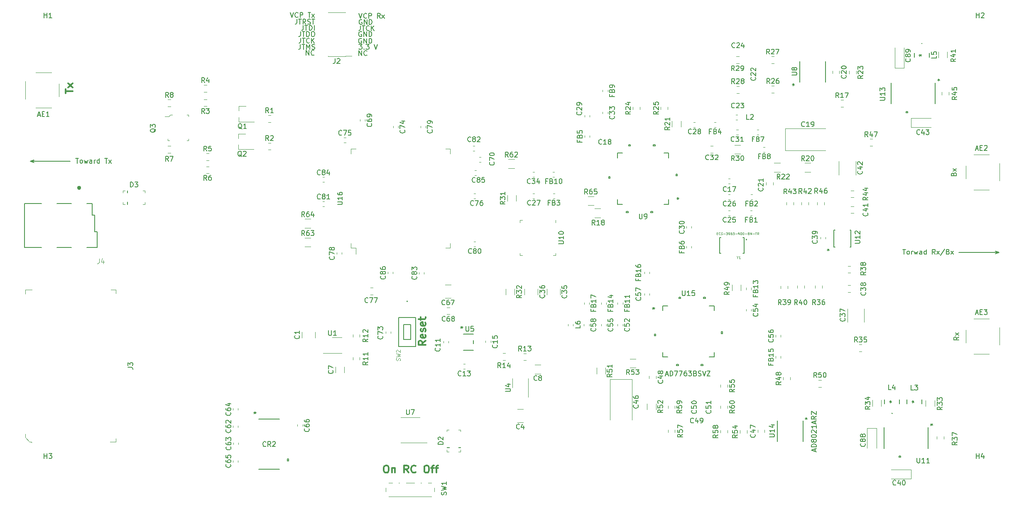
<source format=gbr>
G04 #@! TF.GenerationSoftware,KiCad,Pcbnew,(5.1.2)-1*
G04 #@! TF.CreationDate,2019-08-22T15:05:39-05:00*
G04 #@! TF.ProjectId,EMI_sensor_control_Rev1.0,454d495f-7365-46e7-936f-725f636f6e74,rev?*
G04 #@! TF.SameCoordinates,Original*
G04 #@! TF.FileFunction,Legend,Top*
G04 #@! TF.FilePolarity,Positive*
%FSLAX46Y46*%
G04 Gerber Fmt 4.6, Leading zero omitted, Abs format (unit mm)*
G04 Created by KiCad (PCBNEW (5.1.2)-1) date 2019-08-22 15:05:39*
%MOMM*%
%LPD*%
G04 APERTURE LIST*
%ADD10C,0.150000*%
%ADD11C,0.300000*%
%ADD12C,0.120000*%
%ADD13C,0.152400*%
%ADD14C,0.100000*%
%ADD15C,0.400000*%
%ADD16C,0.127000*%
%ADD17C,0.200000*%
%ADD18C,0.050000*%
G04 APERTURE END LIST*
D10*
X125549257Y-56703980D02*
X126168304Y-56703980D01*
X125834971Y-57084933D01*
X125977828Y-57084933D01*
X126073066Y-57132552D01*
X126120685Y-57180171D01*
X126168304Y-57275409D01*
X126168304Y-57513504D01*
X126120685Y-57608742D01*
X126073066Y-57656361D01*
X125977828Y-57703980D01*
X125692114Y-57703980D01*
X125596876Y-57656361D01*
X125549257Y-57608742D01*
X126596876Y-57608742D02*
X126644495Y-57656361D01*
X126596876Y-57703980D01*
X126549257Y-57656361D01*
X126596876Y-57608742D01*
X126596876Y-57703980D01*
X126977828Y-56703980D02*
X127596876Y-56703980D01*
X127263542Y-57084933D01*
X127406400Y-57084933D01*
X127501638Y-57132552D01*
X127549257Y-57180171D01*
X127596876Y-57275409D01*
X127596876Y-57513504D01*
X127549257Y-57608742D01*
X127501638Y-57656361D01*
X127406400Y-57703980D01*
X127120685Y-57703980D01*
X127025447Y-57656361D01*
X126977828Y-57608742D01*
X128644495Y-56703980D02*
X128977828Y-57703980D01*
X129311161Y-56703980D01*
X125553885Y-58973980D02*
X125553885Y-57973980D01*
X126125314Y-58973980D01*
X126125314Y-57973980D01*
X127172933Y-58878742D02*
X127125314Y-58926361D01*
X126982457Y-58973980D01*
X126887219Y-58973980D01*
X126744361Y-58926361D01*
X126649123Y-58831123D01*
X126601504Y-58735885D01*
X126553885Y-58545409D01*
X126553885Y-58402552D01*
X126601504Y-58212076D01*
X126649123Y-58116838D01*
X126744361Y-58021600D01*
X126887219Y-57973980D01*
X126982457Y-57973980D01*
X127125314Y-58021600D01*
X127172933Y-58069219D01*
X114784285Y-58923180D02*
X114784285Y-57923180D01*
X115355714Y-58923180D01*
X115355714Y-57923180D01*
X116403333Y-58827942D02*
X116355714Y-58875561D01*
X116212857Y-58923180D01*
X116117619Y-58923180D01*
X115974761Y-58875561D01*
X115879523Y-58780323D01*
X115831904Y-58685085D01*
X115784285Y-58494609D01*
X115784285Y-58351752D01*
X115831904Y-58161276D01*
X115879523Y-58066038D01*
X115974761Y-57970800D01*
X116117619Y-57923180D01*
X116212857Y-57923180D01*
X116355714Y-57970800D01*
X116403333Y-58018419D01*
X126136495Y-51671600D02*
X126041257Y-51623980D01*
X125898400Y-51623980D01*
X125755542Y-51671600D01*
X125660304Y-51766838D01*
X125612685Y-51862076D01*
X125565066Y-52052552D01*
X125565066Y-52195409D01*
X125612685Y-52385885D01*
X125660304Y-52481123D01*
X125755542Y-52576361D01*
X125898400Y-52623980D01*
X125993638Y-52623980D01*
X126136495Y-52576361D01*
X126184114Y-52528742D01*
X126184114Y-52195409D01*
X125993638Y-52195409D01*
X126612685Y-52623980D02*
X126612685Y-51623980D01*
X127184114Y-52623980D01*
X127184114Y-51623980D01*
X127660304Y-52623980D02*
X127660304Y-51623980D01*
X127898400Y-51623980D01*
X128041257Y-51671600D01*
X128136495Y-51766838D01*
X128184114Y-51862076D01*
X128231733Y-52052552D01*
X128231733Y-52195409D01*
X128184114Y-52385885D01*
X128136495Y-52481123D01*
X128041257Y-52576361D01*
X127898400Y-52623980D01*
X127660304Y-52623980D01*
X125863504Y-52893980D02*
X125863504Y-53608266D01*
X125815885Y-53751123D01*
X125720647Y-53846361D01*
X125577790Y-53893980D01*
X125482552Y-53893980D01*
X126196838Y-52893980D02*
X126768266Y-52893980D01*
X126482552Y-53893980D02*
X126482552Y-52893980D01*
X127673028Y-53798742D02*
X127625409Y-53846361D01*
X127482552Y-53893980D01*
X127387314Y-53893980D01*
X127244457Y-53846361D01*
X127149219Y-53751123D01*
X127101600Y-53655885D01*
X127053980Y-53465409D01*
X127053980Y-53322552D01*
X127101600Y-53132076D01*
X127149219Y-53036838D01*
X127244457Y-52941600D01*
X127387314Y-52893980D01*
X127482552Y-52893980D01*
X127625409Y-52941600D01*
X127673028Y-52989219D01*
X128101600Y-53893980D02*
X128101600Y-52893980D01*
X128673028Y-53893980D02*
X128244457Y-53322552D01*
X128673028Y-52893980D02*
X128101600Y-53465409D01*
X126085695Y-54160800D02*
X125990457Y-54113180D01*
X125847600Y-54113180D01*
X125704742Y-54160800D01*
X125609504Y-54256038D01*
X125561885Y-54351276D01*
X125514266Y-54541752D01*
X125514266Y-54684609D01*
X125561885Y-54875085D01*
X125609504Y-54970323D01*
X125704742Y-55065561D01*
X125847600Y-55113180D01*
X125942838Y-55113180D01*
X126085695Y-55065561D01*
X126133314Y-55017942D01*
X126133314Y-54684609D01*
X125942838Y-54684609D01*
X126561885Y-55113180D02*
X126561885Y-54113180D01*
X127133314Y-55113180D01*
X127133314Y-54113180D01*
X127609504Y-55113180D02*
X127609504Y-54113180D01*
X127847600Y-54113180D01*
X127990457Y-54160800D01*
X128085695Y-54256038D01*
X128133314Y-54351276D01*
X128180933Y-54541752D01*
X128180933Y-54684609D01*
X128133314Y-54875085D01*
X128085695Y-54970323D01*
X127990457Y-55065561D01*
X127847600Y-55113180D01*
X127609504Y-55113180D01*
X126085695Y-55532400D02*
X125990457Y-55484780D01*
X125847600Y-55484780D01*
X125704742Y-55532400D01*
X125609504Y-55627638D01*
X125561885Y-55722876D01*
X125514266Y-55913352D01*
X125514266Y-56056209D01*
X125561885Y-56246685D01*
X125609504Y-56341923D01*
X125704742Y-56437161D01*
X125847600Y-56484780D01*
X125942838Y-56484780D01*
X126085695Y-56437161D01*
X126133314Y-56389542D01*
X126133314Y-56056209D01*
X125942838Y-56056209D01*
X126561885Y-56484780D02*
X126561885Y-55484780D01*
X127133314Y-56484780D01*
X127133314Y-55484780D01*
X127609504Y-56484780D02*
X127609504Y-55484780D01*
X127847600Y-55484780D01*
X127990457Y-55532400D01*
X128085695Y-55627638D01*
X128133314Y-55722876D01*
X128180933Y-55913352D01*
X128180933Y-56056209D01*
X128133314Y-56246685D01*
X128085695Y-56341923D01*
X127990457Y-56437161D01*
X127847600Y-56484780D01*
X127609504Y-56484780D01*
X113623885Y-56703980D02*
X113623885Y-57418266D01*
X113576266Y-57561123D01*
X113481028Y-57656361D01*
X113338171Y-57703980D01*
X113242933Y-57703980D01*
X113957219Y-56703980D02*
X114528647Y-56703980D01*
X114242933Y-57703980D02*
X114242933Y-56703980D01*
X114861980Y-57703980D02*
X114861980Y-56703980D01*
X115195314Y-57418266D01*
X115528647Y-56703980D01*
X115528647Y-57703980D01*
X115957219Y-57656361D02*
X116100076Y-57703980D01*
X116338171Y-57703980D01*
X116433409Y-57656361D01*
X116481028Y-57608742D01*
X116528647Y-57513504D01*
X116528647Y-57418266D01*
X116481028Y-57323028D01*
X116433409Y-57275409D01*
X116338171Y-57227790D01*
X116147695Y-57180171D01*
X116052457Y-57132552D01*
X116004838Y-57084933D01*
X115957219Y-56989695D01*
X115957219Y-56894457D01*
X116004838Y-56799219D01*
X116052457Y-56751600D01*
X116147695Y-56703980D01*
X116385790Y-56703980D01*
X116528647Y-56751600D01*
X113671504Y-55433980D02*
X113671504Y-56148266D01*
X113623885Y-56291123D01*
X113528647Y-56386361D01*
X113385790Y-56433980D01*
X113290552Y-56433980D01*
X114004838Y-55433980D02*
X114576266Y-55433980D01*
X114290552Y-56433980D02*
X114290552Y-55433980D01*
X115481028Y-56338742D02*
X115433409Y-56386361D01*
X115290552Y-56433980D01*
X115195314Y-56433980D01*
X115052457Y-56386361D01*
X114957219Y-56291123D01*
X114909600Y-56195885D01*
X114861980Y-56005409D01*
X114861980Y-55862552D01*
X114909600Y-55672076D01*
X114957219Y-55576838D01*
X115052457Y-55481600D01*
X115195314Y-55433980D01*
X115290552Y-55433980D01*
X115433409Y-55481600D01*
X115481028Y-55529219D01*
X115909600Y-56433980D02*
X115909600Y-55433980D01*
X116481028Y-56433980D02*
X116052457Y-55862552D01*
X116481028Y-55433980D02*
X115909600Y-56005409D01*
X113647695Y-54113180D02*
X113647695Y-54827466D01*
X113600076Y-54970323D01*
X113504838Y-55065561D01*
X113361980Y-55113180D01*
X113266742Y-55113180D01*
X113981028Y-54113180D02*
X114552457Y-54113180D01*
X114266742Y-55113180D02*
X114266742Y-54113180D01*
X114885790Y-55113180D02*
X114885790Y-54113180D01*
X115123885Y-54113180D01*
X115266742Y-54160800D01*
X115361980Y-54256038D01*
X115409600Y-54351276D01*
X115457219Y-54541752D01*
X115457219Y-54684609D01*
X115409600Y-54875085D01*
X115361980Y-54970323D01*
X115266742Y-55065561D01*
X115123885Y-55113180D01*
X114885790Y-55113180D01*
X116076266Y-54113180D02*
X116266742Y-54113180D01*
X116361980Y-54160800D01*
X116457219Y-54256038D01*
X116504838Y-54446514D01*
X116504838Y-54779847D01*
X116457219Y-54970323D01*
X116361980Y-55065561D01*
X116266742Y-55113180D01*
X116076266Y-55113180D01*
X115981028Y-55065561D01*
X115885790Y-54970323D01*
X115838171Y-54779847D01*
X115838171Y-54446514D01*
X115885790Y-54256038D01*
X115981028Y-54160800D01*
X116076266Y-54113180D01*
X114187409Y-52843180D02*
X114187409Y-53557466D01*
X114139790Y-53700323D01*
X114044552Y-53795561D01*
X113901695Y-53843180D01*
X113806457Y-53843180D01*
X114520742Y-52843180D02*
X115092171Y-52843180D01*
X114806457Y-53843180D02*
X114806457Y-52843180D01*
X115425504Y-53843180D02*
X115425504Y-52843180D01*
X115663600Y-52843180D01*
X115806457Y-52890800D01*
X115901695Y-52986038D01*
X115949314Y-53081276D01*
X115996933Y-53271752D01*
X115996933Y-53414609D01*
X115949314Y-53605085D01*
X115901695Y-53700323D01*
X115806457Y-53795561D01*
X115663600Y-53843180D01*
X115425504Y-53843180D01*
X116425504Y-53843180D02*
X116425504Y-52843180D01*
X112907961Y-51573180D02*
X112907961Y-52287466D01*
X112860342Y-52430323D01*
X112765104Y-52525561D01*
X112622247Y-52573180D01*
X112527009Y-52573180D01*
X113241295Y-51573180D02*
X113812723Y-51573180D01*
X113527009Y-52573180D02*
X113527009Y-51573180D01*
X114717485Y-52573180D02*
X114384152Y-52096990D01*
X114146057Y-52573180D02*
X114146057Y-51573180D01*
X114527009Y-51573180D01*
X114622247Y-51620800D01*
X114669866Y-51668419D01*
X114717485Y-51763657D01*
X114717485Y-51906514D01*
X114669866Y-52001752D01*
X114622247Y-52049371D01*
X114527009Y-52096990D01*
X114146057Y-52096990D01*
X115098438Y-52525561D02*
X115241295Y-52573180D01*
X115479390Y-52573180D01*
X115574628Y-52525561D01*
X115622247Y-52477942D01*
X115669866Y-52382704D01*
X115669866Y-52287466D01*
X115622247Y-52192228D01*
X115574628Y-52144609D01*
X115479390Y-52096990D01*
X115288914Y-52049371D01*
X115193676Y-52001752D01*
X115146057Y-51954133D01*
X115098438Y-51858895D01*
X115098438Y-51763657D01*
X115146057Y-51668419D01*
X115193676Y-51620800D01*
X115288914Y-51573180D01*
X115527009Y-51573180D01*
X115669866Y-51620800D01*
X115955580Y-51573180D02*
X116527009Y-51573180D01*
X116241295Y-52573180D02*
X116241295Y-51573180D01*
X111546000Y-50201580D02*
X111879333Y-51201580D01*
X112212666Y-50201580D01*
X113117428Y-51106342D02*
X113069809Y-51153961D01*
X112926952Y-51201580D01*
X112831714Y-51201580D01*
X112688857Y-51153961D01*
X112593619Y-51058723D01*
X112546000Y-50963485D01*
X112498380Y-50773009D01*
X112498380Y-50630152D01*
X112546000Y-50439676D01*
X112593619Y-50344438D01*
X112688857Y-50249200D01*
X112831714Y-50201580D01*
X112926952Y-50201580D01*
X113069809Y-50249200D01*
X113117428Y-50296819D01*
X113546000Y-51201580D02*
X113546000Y-50201580D01*
X113926952Y-50201580D01*
X114022190Y-50249200D01*
X114069809Y-50296819D01*
X114117428Y-50392057D01*
X114117428Y-50534914D01*
X114069809Y-50630152D01*
X114022190Y-50677771D01*
X113926952Y-50725390D01*
X113546000Y-50725390D01*
X115165047Y-50201580D02*
X115736476Y-50201580D01*
X115450761Y-51201580D02*
X115450761Y-50201580D01*
X115974571Y-51201580D02*
X116498380Y-50534914D01*
X115974571Y-50534914D02*
X116498380Y-51201580D01*
X125549352Y-50353980D02*
X125882685Y-51353980D01*
X126216019Y-50353980D01*
X127120780Y-51258742D02*
X127073161Y-51306361D01*
X126930304Y-51353980D01*
X126835066Y-51353980D01*
X126692209Y-51306361D01*
X126596971Y-51211123D01*
X126549352Y-51115885D01*
X126501733Y-50925409D01*
X126501733Y-50782552D01*
X126549352Y-50592076D01*
X126596971Y-50496838D01*
X126692209Y-50401600D01*
X126835066Y-50353980D01*
X126930304Y-50353980D01*
X127073161Y-50401600D01*
X127120780Y-50449219D01*
X127549352Y-51353980D02*
X127549352Y-50353980D01*
X127930304Y-50353980D01*
X128025542Y-50401600D01*
X128073161Y-50449219D01*
X128120780Y-50544457D01*
X128120780Y-50687314D01*
X128073161Y-50782552D01*
X128025542Y-50830171D01*
X127930304Y-50877790D01*
X127549352Y-50877790D01*
X129882685Y-51353980D02*
X129549352Y-50877790D01*
X129311257Y-51353980D02*
X129311257Y-50353980D01*
X129692209Y-50353980D01*
X129787447Y-50401600D01*
X129835066Y-50449219D01*
X129882685Y-50544457D01*
X129882685Y-50687314D01*
X129835066Y-50782552D01*
X129787447Y-50830171D01*
X129692209Y-50877790D01*
X129311257Y-50877790D01*
X130216019Y-51353980D02*
X130739828Y-50687314D01*
X130216019Y-50687314D02*
X130739828Y-51353980D01*
X248655840Y-99207320D02*
X255844680Y-99207320D01*
X58811160Y-80589120D02*
X66000000Y-80589120D01*
X59286119Y-80303714D02*
X58524214Y-80589428D01*
X59286119Y-80875142D01*
X59762309Y-80589428D02*
X60524214Y-80589428D01*
X61000404Y-80589428D02*
X61762309Y-80589428D01*
X62238500Y-80589428D02*
X63000404Y-80589428D01*
X63476595Y-80589428D02*
X64238500Y-80589428D01*
X64714690Y-80589428D02*
X65476595Y-80589428D01*
X65952785Y-80589428D02*
X66714690Y-80589428D01*
X67809928Y-79970380D02*
X68381357Y-79970380D01*
X68095642Y-80970380D02*
X68095642Y-79970380D01*
X68857547Y-80970380D02*
X68762309Y-80922761D01*
X68714690Y-80875142D01*
X68667071Y-80779904D01*
X68667071Y-80494190D01*
X68714690Y-80398952D01*
X68762309Y-80351333D01*
X68857547Y-80303714D01*
X69000404Y-80303714D01*
X69095642Y-80351333D01*
X69143261Y-80398952D01*
X69190880Y-80494190D01*
X69190880Y-80779904D01*
X69143261Y-80875142D01*
X69095642Y-80922761D01*
X69000404Y-80970380D01*
X68857547Y-80970380D01*
X69524214Y-80303714D02*
X69714690Y-80970380D01*
X69905166Y-80494190D01*
X70095642Y-80970380D01*
X70286119Y-80303714D01*
X71095642Y-80970380D02*
X71095642Y-80446571D01*
X71048023Y-80351333D01*
X70952785Y-80303714D01*
X70762309Y-80303714D01*
X70667071Y-80351333D01*
X71095642Y-80922761D02*
X71000404Y-80970380D01*
X70762309Y-80970380D01*
X70667071Y-80922761D01*
X70619452Y-80827523D01*
X70619452Y-80732285D01*
X70667071Y-80637047D01*
X70762309Y-80589428D01*
X71000404Y-80589428D01*
X71095642Y-80541809D01*
X71571833Y-80970380D02*
X71571833Y-80303714D01*
X71571833Y-80494190D02*
X71619452Y-80398952D01*
X71667071Y-80351333D01*
X71762309Y-80303714D01*
X71857547Y-80303714D01*
X72619452Y-80970380D02*
X72619452Y-79970380D01*
X72619452Y-80922761D02*
X72524214Y-80970380D01*
X72333738Y-80970380D01*
X72238500Y-80922761D01*
X72190880Y-80875142D01*
X72143261Y-80779904D01*
X72143261Y-80494190D01*
X72190880Y-80398952D01*
X72238500Y-80351333D01*
X72333738Y-80303714D01*
X72524214Y-80303714D01*
X72619452Y-80351333D01*
X73714690Y-79970380D02*
X74286119Y-79970380D01*
X74000404Y-80970380D02*
X74000404Y-79970380D01*
X74524214Y-80970380D02*
X75048023Y-80303714D01*
X74524214Y-80303714D02*
X75048023Y-80970380D01*
X236424438Y-98588580D02*
X236995866Y-98588580D01*
X236710152Y-99588580D02*
X236710152Y-98588580D01*
X237472057Y-99588580D02*
X237376819Y-99540961D01*
X237329200Y-99493342D01*
X237281580Y-99398104D01*
X237281580Y-99112390D01*
X237329200Y-99017152D01*
X237376819Y-98969533D01*
X237472057Y-98921914D01*
X237614914Y-98921914D01*
X237710152Y-98969533D01*
X237757771Y-99017152D01*
X237805390Y-99112390D01*
X237805390Y-99398104D01*
X237757771Y-99493342D01*
X237710152Y-99540961D01*
X237614914Y-99588580D01*
X237472057Y-99588580D01*
X238233961Y-99588580D02*
X238233961Y-98921914D01*
X238233961Y-99112390D02*
X238281580Y-99017152D01*
X238329200Y-98969533D01*
X238424438Y-98921914D01*
X238519676Y-98921914D01*
X238757771Y-98921914D02*
X238948247Y-99588580D01*
X239138723Y-99112390D01*
X239329200Y-99588580D01*
X239519676Y-98921914D01*
X240329200Y-99588580D02*
X240329200Y-99064771D01*
X240281580Y-98969533D01*
X240186342Y-98921914D01*
X239995866Y-98921914D01*
X239900628Y-98969533D01*
X240329200Y-99540961D02*
X240233961Y-99588580D01*
X239995866Y-99588580D01*
X239900628Y-99540961D01*
X239853009Y-99445723D01*
X239853009Y-99350485D01*
X239900628Y-99255247D01*
X239995866Y-99207628D01*
X240233961Y-99207628D01*
X240329200Y-99160009D01*
X241233961Y-99588580D02*
X241233961Y-98588580D01*
X241233961Y-99540961D02*
X241138723Y-99588580D01*
X240948247Y-99588580D01*
X240853009Y-99540961D01*
X240805390Y-99493342D01*
X240757771Y-99398104D01*
X240757771Y-99112390D01*
X240805390Y-99017152D01*
X240853009Y-98969533D01*
X240948247Y-98921914D01*
X241138723Y-98921914D01*
X241233961Y-98969533D01*
X243043485Y-99588580D02*
X242710152Y-99112390D01*
X242472057Y-99588580D02*
X242472057Y-98588580D01*
X242853009Y-98588580D01*
X242948247Y-98636200D01*
X242995866Y-98683819D01*
X243043485Y-98779057D01*
X243043485Y-98921914D01*
X242995866Y-99017152D01*
X242948247Y-99064771D01*
X242853009Y-99112390D01*
X242472057Y-99112390D01*
X243376819Y-99588580D02*
X243900628Y-98921914D01*
X243376819Y-98921914D02*
X243900628Y-99588580D01*
X244995866Y-98540961D02*
X244138723Y-99826676D01*
X245662533Y-99064771D02*
X245805390Y-99112390D01*
X245853009Y-99160009D01*
X245900628Y-99255247D01*
X245900628Y-99398104D01*
X245853009Y-99493342D01*
X245805390Y-99540961D01*
X245710152Y-99588580D01*
X245329200Y-99588580D01*
X245329200Y-98588580D01*
X245662533Y-98588580D01*
X245757771Y-98636200D01*
X245805390Y-98683819D01*
X245853009Y-98779057D01*
X245853009Y-98874295D01*
X245805390Y-98969533D01*
X245757771Y-99017152D01*
X245662533Y-99064771D01*
X245329200Y-99064771D01*
X246233961Y-99588580D02*
X246757771Y-98921914D01*
X246233961Y-98921914D02*
X246757771Y-99588580D01*
X247900628Y-99207628D02*
X248662533Y-99207628D01*
X249138723Y-99207628D02*
X249900628Y-99207628D01*
X250376819Y-99207628D02*
X251138723Y-99207628D01*
X251614914Y-99207628D02*
X252376819Y-99207628D01*
X252853009Y-99207628D02*
X253614914Y-99207628D01*
X254091104Y-99207628D02*
X254853009Y-99207628D01*
X255329200Y-98921914D02*
X256091104Y-99207628D01*
X255329200Y-99493342D01*
X246816571Y-83200833D02*
X246864190Y-83057976D01*
X246911809Y-83010357D01*
X247007047Y-82962738D01*
X247149904Y-82962738D01*
X247245142Y-83010357D01*
X247292761Y-83057976D01*
X247340380Y-83153214D01*
X247340380Y-83534166D01*
X246340380Y-83534166D01*
X246340380Y-83200833D01*
X246388000Y-83105595D01*
X246435619Y-83057976D01*
X246530857Y-83010357D01*
X246626095Y-83010357D01*
X246721333Y-83057976D01*
X246768952Y-83105595D01*
X246816571Y-83200833D01*
X246816571Y-83534166D01*
X247340380Y-82629404D02*
X246673714Y-82105595D01*
X246673714Y-82629404D02*
X247340380Y-82105595D01*
X247848380Y-116490738D02*
X247372190Y-116824071D01*
X247848380Y-117062166D02*
X246848380Y-117062166D01*
X246848380Y-116681214D01*
X246896000Y-116585976D01*
X246943619Y-116538357D01*
X247038857Y-116490738D01*
X247181714Y-116490738D01*
X247276952Y-116538357D01*
X247324571Y-116585976D01*
X247372190Y-116681214D01*
X247372190Y-117062166D01*
X247848380Y-116157404D02*
X247181714Y-115633595D01*
X247181714Y-116157404D02*
X247848380Y-115633595D01*
D11*
X65726571Y-66694714D02*
X65726571Y-65837571D01*
X67226571Y-66266142D02*
X65726571Y-66266142D01*
X67226571Y-65480428D02*
X66226571Y-64694714D01*
X66226571Y-65480428D02*
X67226571Y-64694714D01*
X130998757Y-142701271D02*
X131284471Y-142701271D01*
X131427328Y-142772700D01*
X131570185Y-142915557D01*
X131641614Y-143201271D01*
X131641614Y-143701271D01*
X131570185Y-143986985D01*
X131427328Y-144129842D01*
X131284471Y-144201271D01*
X130998757Y-144201271D01*
X130855900Y-144129842D01*
X130713042Y-143986985D01*
X130641614Y-143701271D01*
X130641614Y-143201271D01*
X130713042Y-142915557D01*
X130855900Y-142772700D01*
X130998757Y-142701271D01*
X132284471Y-143201271D02*
X132284471Y-144201271D01*
X132284471Y-143344128D02*
X132355900Y-143272700D01*
X132498757Y-143201271D01*
X132713042Y-143201271D01*
X132855900Y-143272700D01*
X132927328Y-143415557D01*
X132927328Y-144201271D01*
X135641614Y-144201271D02*
X135141614Y-143486985D01*
X134784471Y-144201271D02*
X134784471Y-142701271D01*
X135355900Y-142701271D01*
X135498757Y-142772700D01*
X135570185Y-142844128D01*
X135641614Y-142986985D01*
X135641614Y-143201271D01*
X135570185Y-143344128D01*
X135498757Y-143415557D01*
X135355900Y-143486985D01*
X134784471Y-143486985D01*
X137141614Y-144058414D02*
X137070185Y-144129842D01*
X136855900Y-144201271D01*
X136713042Y-144201271D01*
X136498757Y-144129842D01*
X136355900Y-143986985D01*
X136284471Y-143844128D01*
X136213042Y-143558414D01*
X136213042Y-143344128D01*
X136284471Y-143058414D01*
X136355900Y-142915557D01*
X136498757Y-142772700D01*
X136713042Y-142701271D01*
X136855900Y-142701271D01*
X137070185Y-142772700D01*
X137141614Y-142844128D01*
X139213042Y-142701271D02*
X139498757Y-142701271D01*
X139641614Y-142772700D01*
X139784471Y-142915557D01*
X139855900Y-143201271D01*
X139855900Y-143701271D01*
X139784471Y-143986985D01*
X139641614Y-144129842D01*
X139498757Y-144201271D01*
X139213042Y-144201271D01*
X139070185Y-144129842D01*
X138927328Y-143986985D01*
X138855900Y-143701271D01*
X138855900Y-143201271D01*
X138927328Y-142915557D01*
X139070185Y-142772700D01*
X139213042Y-142701271D01*
X140284471Y-143201271D02*
X140855900Y-143201271D01*
X140498757Y-144201271D02*
X140498757Y-142915557D01*
X140570185Y-142772700D01*
X140713042Y-142701271D01*
X140855900Y-142701271D01*
X141141614Y-143201271D02*
X141713042Y-143201271D01*
X141355900Y-144201271D02*
X141355900Y-142915557D01*
X141427328Y-142772700D01*
X141570185Y-142701271D01*
X141713042Y-142701271D01*
X139172071Y-117236642D02*
X138457785Y-117736642D01*
X139172071Y-118093785D02*
X137672071Y-118093785D01*
X137672071Y-117522357D01*
X137743500Y-117379500D01*
X137814928Y-117308071D01*
X137957785Y-117236642D01*
X138172071Y-117236642D01*
X138314928Y-117308071D01*
X138386357Y-117379500D01*
X138457785Y-117522357D01*
X138457785Y-118093785D01*
X139100642Y-116022357D02*
X139172071Y-116165214D01*
X139172071Y-116450928D01*
X139100642Y-116593785D01*
X138957785Y-116665214D01*
X138386357Y-116665214D01*
X138243500Y-116593785D01*
X138172071Y-116450928D01*
X138172071Y-116165214D01*
X138243500Y-116022357D01*
X138386357Y-115950928D01*
X138529214Y-115950928D01*
X138672071Y-116665214D01*
X139100642Y-115379500D02*
X139172071Y-115236642D01*
X139172071Y-114950928D01*
X139100642Y-114808071D01*
X138957785Y-114736642D01*
X138886357Y-114736642D01*
X138743500Y-114808071D01*
X138672071Y-114950928D01*
X138672071Y-115165214D01*
X138600642Y-115308071D01*
X138457785Y-115379500D01*
X138386357Y-115379500D01*
X138243500Y-115308071D01*
X138172071Y-115165214D01*
X138172071Y-114950928D01*
X138243500Y-114808071D01*
X139100642Y-113522357D02*
X139172071Y-113665214D01*
X139172071Y-113950928D01*
X139100642Y-114093785D01*
X138957785Y-114165214D01*
X138386357Y-114165214D01*
X138243500Y-114093785D01*
X138172071Y-113950928D01*
X138172071Y-113665214D01*
X138243500Y-113522357D01*
X138386357Y-113450928D01*
X138529214Y-113450928D01*
X138672071Y-114165214D01*
X138172071Y-113022357D02*
X138172071Y-112450928D01*
X137672071Y-112808071D02*
X138957785Y-112808071D01*
X139100642Y-112736642D01*
X139172071Y-112593785D01*
X139172071Y-112450928D01*
D12*
X119240600Y-50220800D02*
X119240600Y-50155800D01*
X122770600Y-50220800D02*
X122770600Y-50155800D01*
X119240600Y-59165800D02*
X119240600Y-59100800D01*
X122770600Y-59165800D02*
X122770600Y-59100800D01*
X124095600Y-59100800D02*
X122770600Y-59100800D01*
X122770600Y-50155800D02*
X119240600Y-50155800D01*
X122770600Y-59165800D02*
X119240600Y-59165800D01*
D13*
X240360200Y-129259642D02*
X240360200Y-130099758D01*
X237312200Y-130099758D02*
X237312200Y-129259642D01*
X238912400Y-127266700D02*
G75*
G03X238912400Y-127266700I-76200J0D01*
G01*
D12*
X256156000Y-114532000D02*
X256156000Y-118132000D01*
X249276000Y-115032000D02*
X249276000Y-117632000D01*
X254076000Y-119932000D02*
X250876000Y-119932000D01*
X254076000Y-112732000D02*
X250876000Y-112732000D01*
X256156000Y-81004000D02*
X256156000Y-84604000D01*
X249276000Y-81504000D02*
X249276000Y-84104000D01*
X254076000Y-86404000D02*
X250876000Y-86404000D01*
X254076000Y-79204000D02*
X250876000Y-79204000D01*
X57544160Y-67880640D02*
X57544160Y-64280640D01*
X64424160Y-67380640D02*
X64424160Y-64780640D01*
X59624160Y-62480640D02*
X62824160Y-62480640D01*
X59624160Y-69680640D02*
X62824160Y-69680640D01*
X131646680Y-146293180D02*
X132346680Y-146293180D01*
X139646680Y-146293180D02*
X140346680Y-146293180D01*
X133646680Y-146293180D02*
X133846680Y-146293180D01*
X138146680Y-146293180D02*
X138346680Y-146293180D01*
X131646680Y-149083180D02*
X140346680Y-149083180D01*
X135146680Y-146293180D02*
X136846680Y-146293180D01*
X131046680Y-147293180D02*
X131046680Y-148083180D01*
X140946680Y-148083180D02*
X140946680Y-147293180D01*
X99883500Y-131425767D02*
X99883500Y-131083233D01*
X100903500Y-131425767D02*
X100903500Y-131083233D01*
X172227156Y-89568700D02*
X173431284Y-89568700D01*
X172227156Y-87748700D02*
X173431284Y-87748700D01*
D14*
X81934880Y-86580520D02*
X81934880Y-86980520D01*
X81934880Y-86580520D02*
X81534880Y-86580520D01*
X77434880Y-86580520D02*
X77834880Y-86580520D01*
X77434880Y-86580520D02*
X77434880Y-86980520D01*
X77434880Y-89380520D02*
X77434880Y-88980520D01*
X77434880Y-89380520D02*
X77834880Y-89380520D01*
X81934880Y-89380520D02*
X81934880Y-88980520D01*
X81934880Y-89380520D02*
X81534880Y-89380520D01*
X78320900Y-86580980D02*
X78244700Y-86580980D01*
X78320900Y-87045800D02*
X78320900Y-86580980D01*
X78244700Y-87045800D02*
X78320900Y-87045800D01*
X78244700Y-86580980D02*
X78244700Y-87045800D01*
X78320900Y-89382600D02*
X78244700Y-89382600D01*
X78320900Y-88922860D02*
X78320900Y-89382600D01*
X78244700Y-88922860D02*
X78320900Y-88922860D01*
X78244700Y-89382600D02*
X78244700Y-88922860D01*
D12*
X165611200Y-93080200D02*
X165611200Y-92605200D01*
X158391200Y-99825200D02*
X158866200Y-99825200D01*
X158391200Y-99350200D02*
X158391200Y-99825200D01*
X158391200Y-92605200D02*
X158866200Y-92605200D01*
X158391200Y-93080200D02*
X158391200Y-92605200D01*
X165611200Y-99825200D02*
X165136200Y-99825200D01*
X165611200Y-99350200D02*
X165611200Y-99825200D01*
X113905200Y-116629264D02*
X113905200Y-115425136D01*
X116625200Y-116629264D02*
X116625200Y-115425136D01*
X159047264Y-133897200D02*
X157843136Y-133897200D01*
X159047264Y-131177200D02*
X157843136Y-131177200D01*
X122576000Y-123755564D02*
X122576000Y-122551436D01*
X120756000Y-123755564D02*
X120756000Y-122551436D01*
X162603264Y-123998400D02*
X161399136Y-123998400D01*
X162603264Y-122178400D02*
X161399136Y-122178400D01*
X142796800Y-117317733D02*
X142796800Y-117660267D01*
X143816800Y-117317733D02*
X143816800Y-117660267D01*
X147186467Y-123039600D02*
X146843933Y-123039600D01*
X147186467Y-122019600D02*
X146843933Y-122019600D01*
X151382000Y-117278333D02*
X151382000Y-117620867D01*
X152402000Y-117278333D02*
X152402000Y-117620867D01*
X200906533Y-84122800D02*
X201249067Y-84122800D01*
X200906533Y-85142800D02*
X201249067Y-85142800D01*
X220718000Y-73889200D02*
X212483000Y-73889200D01*
X212483000Y-73889200D02*
X212483000Y-78409200D01*
X212483000Y-78409200D02*
X220718000Y-78409200D01*
X223518800Y-62112148D02*
X223518800Y-62634652D01*
X222098800Y-62112148D02*
X222098800Y-62634652D01*
X208586000Y-84921348D02*
X208586000Y-85443852D01*
X210006000Y-84921348D02*
X210006000Y-85443852D01*
X201237667Y-90625200D02*
X200895133Y-90625200D01*
X201237667Y-91645200D02*
X200895133Y-91645200D01*
X201249067Y-88343200D02*
X200906533Y-88343200D01*
X201249067Y-87323200D02*
X200906533Y-87323200D01*
X161359667Y-88190800D02*
X161017133Y-88190800D01*
X161359667Y-87170800D02*
X161017133Y-87170800D01*
X194137067Y-73611200D02*
X193794533Y-73611200D01*
X194137067Y-72591200D02*
X193794533Y-72591200D01*
X172569600Y-71533867D02*
X172569600Y-71191333D01*
X171549600Y-71533867D02*
X171549600Y-71191333D01*
X192326800Y-94252867D02*
X192326800Y-93910333D01*
X193346800Y-94252867D02*
X193346800Y-93910333D01*
X202863267Y-75186000D02*
X202520733Y-75186000D01*
X202863267Y-74166000D02*
X202520733Y-74166000D01*
X197771652Y-77471200D02*
X197249148Y-77471200D01*
X197771652Y-78891200D02*
X197249148Y-78891200D01*
X175258000Y-70502933D02*
X175258000Y-70845467D01*
X176278000Y-70502933D02*
X176278000Y-70845467D01*
X161308867Y-83771200D02*
X160966333Y-83771200D01*
X161308867Y-82751200D02*
X160966333Y-82751200D01*
X163841600Y-106651036D02*
X163841600Y-107855164D01*
X166561600Y-106651036D02*
X166561600Y-107855164D01*
X162040400Y-106622436D02*
X162040400Y-107826564D01*
X159320400Y-106622436D02*
X159320400Y-107826564D01*
X225137400Y-110703948D02*
X225137400Y-113476452D01*
X228557400Y-110703948D02*
X228557400Y-113476452D01*
X225796852Y-105919200D02*
X225274348Y-105919200D01*
X225796852Y-107339200D02*
X225274348Y-107339200D01*
X220651800Y-96055333D02*
X220651800Y-96397867D01*
X219631800Y-96055333D02*
X219631800Y-96397867D01*
X238156500Y-143591000D02*
X234071500Y-143591000D01*
X238156500Y-145461000D02*
X238156500Y-143591000D01*
X234071500Y-145461000D02*
X238156500Y-145461000D01*
X226406452Y-91210200D02*
X225883948Y-91210200D01*
X226406452Y-89790200D02*
X225883948Y-89790200D01*
X226830200Y-80564348D02*
X226830200Y-83336852D01*
X223410200Y-80564348D02*
X223410200Y-83336852D01*
X238139500Y-73642500D02*
X242224500Y-73642500D01*
X238139500Y-71772500D02*
X238139500Y-73642500D01*
X242224500Y-71772500D02*
X238139500Y-71772500D01*
X176708400Y-125157800D02*
X176708400Y-133392800D01*
X181228400Y-125157800D02*
X176708400Y-125157800D01*
X181228400Y-133392800D02*
X181228400Y-125157800D01*
X206858800Y-135982452D02*
X206858800Y-135459948D01*
X208278800Y-135982452D02*
X208278800Y-135459948D01*
X186130000Y-124410948D02*
X186130000Y-124933452D01*
X184710000Y-124410948D02*
X184710000Y-124933452D01*
X178306000Y-113863333D02*
X178306000Y-114205867D01*
X179326000Y-113863333D02*
X179326000Y-114205867D01*
X204518800Y-110815333D02*
X204518800Y-111157867D01*
X205538800Y-110815333D02*
X205538800Y-111157867D01*
X174940500Y-113860733D02*
X174940500Y-114203267D01*
X175960500Y-113860733D02*
X175960500Y-114203267D01*
X211533200Y-116441067D02*
X211533200Y-116098533D01*
X210513200Y-116441067D02*
X210513200Y-116098533D01*
X184812400Y-107586933D02*
X184812400Y-107929467D01*
X183792400Y-107586933D02*
X183792400Y-107929467D01*
X171448000Y-113863333D02*
X171448000Y-114205867D01*
X172468000Y-113863333D02*
X172468000Y-114205867D01*
X100903500Y-134918267D02*
X100903500Y-134575733D01*
X99883500Y-134918267D02*
X99883500Y-134575733D01*
X100944140Y-138443787D02*
X100944140Y-138101253D01*
X99924140Y-138443787D02*
X99924140Y-138101253D01*
X99883500Y-142030267D02*
X99883500Y-141687733D01*
X100903500Y-142030267D02*
X100903500Y-141687733D01*
X113028000Y-134385233D02*
X113028000Y-134727767D01*
X114048000Y-134385233D02*
X114048000Y-134727767D01*
X144315264Y-105828000D02*
X143111136Y-105828000D01*
X144315264Y-108548000D02*
X143111136Y-108548000D01*
X144025252Y-110440400D02*
X143502748Y-110440400D01*
X144025252Y-111860400D02*
X143502748Y-111860400D01*
X125778800Y-72054933D02*
X125778800Y-72397467D01*
X126798800Y-72054933D02*
X126798800Y-72397467D01*
X150437667Y-80723200D02*
X150095133Y-80723200D01*
X150437667Y-79703200D02*
X150095133Y-79703200D01*
X132031200Y-115387333D02*
X132031200Y-115729867D01*
X131011200Y-115387333D02*
X131011200Y-115729867D01*
X132535200Y-73387133D02*
X132535200Y-73729667D01*
X133555200Y-73387133D02*
X133555200Y-73729667D01*
X122510733Y-76760800D02*
X122853267Y-76760800D01*
X122510733Y-75740800D02*
X122853267Y-75740800D01*
X149320067Y-87221600D02*
X148977533Y-87221600D01*
X149320067Y-88241600D02*
X148977533Y-88241600D01*
X127907148Y-106427200D02*
X128429652Y-106427200D01*
X127907148Y-107847200D02*
X128429652Y-107847200D01*
X121003600Y-99586867D02*
X121003600Y-99244333D01*
X122023600Y-99586867D02*
X122023600Y-99244333D01*
X139143200Y-73375733D02*
X139143200Y-73718267D01*
X138123200Y-73375733D02*
X138123200Y-73718267D01*
X149331467Y-98046000D02*
X148988933Y-98046000D01*
X149331467Y-97026000D02*
X148988933Y-97026000D01*
X118162253Y-89796080D02*
X118504787Y-89796080D01*
X118162253Y-88776080D02*
X118504787Y-88776080D01*
X149167667Y-77417200D02*
X148825133Y-77417200D01*
X149167667Y-78437200D02*
X148825133Y-78437200D01*
X138838400Y-103611467D02*
X138838400Y-103268933D01*
X137818400Y-103611467D02*
X137818400Y-103268933D01*
X118141933Y-83818000D02*
X118484467Y-83818000D01*
X118141933Y-84838000D02*
X118484467Y-84838000D01*
X149472467Y-83466400D02*
X149129933Y-83466400D01*
X149472467Y-82446400D02*
X149129933Y-82446400D01*
X131417600Y-103560667D02*
X131417600Y-103218133D01*
X132437600Y-103560667D02*
X132437600Y-103218133D01*
X231059000Y-139164000D02*
X231059000Y-135079000D01*
X231059000Y-135079000D02*
X229189000Y-135079000D01*
X229189000Y-135079000D02*
X229189000Y-139164000D01*
X234827800Y-57414500D02*
X234827800Y-61499500D01*
X234827800Y-61499500D02*
X236697800Y-61499500D01*
X236697800Y-61499500D02*
X236697800Y-57414500D01*
D13*
X105112820Y-143530320D02*
X109380020Y-143530320D01*
X109380020Y-133268720D02*
X105112820Y-133268720D01*
X111208820Y-141384020D02*
X111208820Y-141765020D01*
X111208820Y-141765020D02*
X110954820Y-141765020D01*
X110954820Y-141765020D02*
X110954820Y-141384020D01*
X110954820Y-141384020D02*
X111208820Y-141384020D01*
D14*
X143473980Y-135428160D02*
X143873980Y-135428160D01*
X143473980Y-135428160D02*
X143473980Y-135828160D01*
X143473980Y-139928160D02*
X143473980Y-139528160D01*
X143473980Y-139928160D02*
X143873980Y-139928160D01*
X146273980Y-139928160D02*
X145873980Y-139928160D01*
X146273980Y-139928160D02*
X146273980Y-139528160D01*
X146273980Y-135428160D02*
X145873980Y-135428160D01*
X146273980Y-135428160D02*
X146273980Y-135828160D01*
X143474440Y-139042140D02*
X143474440Y-139118340D01*
X143939260Y-139042140D02*
X143474440Y-139042140D01*
X143939260Y-139118340D02*
X143939260Y-139042140D01*
X143474440Y-139118340D02*
X143939260Y-139118340D01*
X146276060Y-139042140D02*
X146276060Y-139118340D01*
X145816320Y-139042140D02*
X146276060Y-139042140D01*
X145816320Y-139118340D02*
X145816320Y-139042140D01*
X146276060Y-139118340D02*
X145816320Y-139118340D01*
D12*
X205719467Y-90625200D02*
X205376933Y-90625200D01*
X205719467Y-91645200D02*
X205376933Y-91645200D01*
X205798267Y-87323200D02*
X205455733Y-87323200D01*
X205798267Y-88343200D02*
X205455733Y-88343200D01*
X165463067Y-87170800D02*
X165120533Y-87170800D01*
X165463067Y-88190800D02*
X165120533Y-88190800D01*
X198353467Y-73611200D02*
X198010933Y-73611200D01*
X198353467Y-72591200D02*
X198010933Y-72591200D01*
X171549600Y-75671467D02*
X171549600Y-75328933D01*
X172569600Y-75671467D02*
X172569600Y-75328933D01*
X192326800Y-98305467D02*
X192326800Y-97962933D01*
X193346800Y-98305467D02*
X193346800Y-97962933D01*
X207079667Y-74166000D02*
X206737133Y-74166000D01*
X207079667Y-75186000D02*
X206737133Y-75186000D01*
X208349667Y-78691200D02*
X208007133Y-78691200D01*
X208349667Y-77671200D02*
X208007133Y-77671200D01*
X175258000Y-66009733D02*
X175258000Y-66352267D01*
X176278000Y-66009733D02*
X176278000Y-66352267D01*
X165423667Y-82751200D02*
X165081133Y-82751200D01*
X165423667Y-83771200D02*
X165081133Y-83771200D01*
X178306000Y-109415733D02*
X178306000Y-109758267D01*
X179326000Y-109415733D02*
X179326000Y-109758267D01*
X204518800Y-106446533D02*
X204518800Y-106789067D01*
X205538800Y-106446533D02*
X205538800Y-106789067D01*
X175960500Y-109415733D02*
X175960500Y-109758267D01*
X174940500Y-109415733D02*
X174940500Y-109758267D01*
X211533200Y-120759067D02*
X211533200Y-120416533D01*
X210513200Y-120759067D02*
X210513200Y-120416533D01*
X184812400Y-103195333D02*
X184812400Y-103537867D01*
X183792400Y-103195333D02*
X183792400Y-103537867D01*
X172480700Y-109415733D02*
X172480700Y-109758267D01*
X171460700Y-109415733D02*
X171460700Y-109758267D01*
D14*
X75998000Y-137264500D02*
X75998000Y-137864500D01*
X75998000Y-137864500D02*
X74798000Y-137864500D01*
X75998000Y-107564500D02*
X75998000Y-106864500D01*
X75998000Y-106864500D02*
X74998000Y-106864500D01*
X57498000Y-107664500D02*
X57498000Y-106864500D01*
X57498000Y-106864500D02*
X58898000Y-106864500D01*
X57498000Y-136264500D02*
X57498000Y-136964500D01*
X57498000Y-136964500D02*
X58398000Y-137864500D01*
X58398000Y-137864500D02*
X58798000Y-137864500D01*
X58798000Y-137864500D02*
X58798000Y-138064500D01*
D15*
X68703800Y-86010840D02*
G75*
G03X68703800Y-86010840I-200000J0D01*
G01*
D16*
X57403800Y-89200840D02*
X57403800Y-98200840D01*
X57403800Y-98200840D02*
X60803800Y-98200840D01*
X64003800Y-98200840D02*
X66903800Y-98200840D01*
X70103800Y-98200840D02*
X72203800Y-98200840D01*
X72203800Y-98200840D02*
X72203800Y-95000840D01*
X72203800Y-95000840D02*
X71653800Y-95000840D01*
X71653800Y-95000840D02*
X71653800Y-91550840D01*
X71653800Y-91550840D02*
X71153800Y-91550840D01*
X71153800Y-91550840D02*
X71153800Y-89200840D01*
X71153800Y-89200840D02*
X70103800Y-89200840D01*
X66903800Y-89200840D02*
X64003800Y-89200840D01*
X60803800Y-89200840D02*
X57403800Y-89200840D01*
D12*
X202356933Y-71067200D02*
X202699467Y-71067200D01*
X202356933Y-72087200D02*
X202699467Y-72087200D01*
D13*
X234340400Y-132092700D02*
G75*
G03X234340400Y-132092700I-76200J0D01*
G01*
X235788200Y-129259642D02*
X235788200Y-130099758D01*
X232740200Y-130099758D02*
X232740200Y-129259642D01*
X241848640Y-58528262D02*
X241848640Y-59368378D01*
X238800640Y-59368378D02*
X238800640Y-58528262D01*
X240400840Y-56535320D02*
G75*
G03X240400840Y-56535320I-76200J0D01*
G01*
D12*
X169216800Y-114228667D02*
X169216800Y-113886133D01*
X168196800Y-114228667D02*
X168196800Y-113886133D01*
X101030500Y-69349500D02*
X102490500Y-69349500D01*
X101030500Y-72509500D02*
X104190500Y-72509500D01*
X101030500Y-72509500D02*
X101030500Y-71579500D01*
X101030500Y-69349500D02*
X101030500Y-70279500D01*
X100967000Y-75001000D02*
X100967000Y-75931000D01*
X100967000Y-78161000D02*
X100967000Y-77231000D01*
X100967000Y-78161000D02*
X104127000Y-78161000D01*
X100967000Y-75001000D02*
X102427000Y-75001000D01*
D14*
X87509500Y-71123500D02*
X87109500Y-71123500D01*
X87109500Y-71123500D02*
X86809500Y-71423500D01*
X86809500Y-71423500D02*
X86009500Y-71423500D01*
X86609500Y-76023500D02*
X86609500Y-76323500D01*
X86609500Y-76323500D02*
X86909500Y-76323500D01*
X90809500Y-71423500D02*
X90809500Y-71123500D01*
X90809500Y-71123500D02*
X90509500Y-71123500D01*
X90809500Y-76023500D02*
X90809500Y-76323500D01*
X90809500Y-76323500D02*
X90509500Y-76323500D01*
D12*
X107053748Y-72592000D02*
X107576252Y-72592000D01*
X107053748Y-71172000D02*
X107576252Y-71172000D01*
X107053748Y-78243500D02*
X107576252Y-78243500D01*
X107053748Y-76823500D02*
X107576252Y-76823500D01*
X93972748Y-69353500D02*
X94495252Y-69353500D01*
X93972748Y-67933500D02*
X94495252Y-67933500D01*
X94495252Y-65012500D02*
X93972748Y-65012500D01*
X94495252Y-66432500D02*
X93972748Y-66432500D01*
X94408248Y-80402500D02*
X94930752Y-80402500D01*
X94408248Y-78982500D02*
X94930752Y-78982500D01*
X94948752Y-81649500D02*
X94426248Y-81649500D01*
X94948752Y-83069500D02*
X94426248Y-83069500D01*
X86606748Y-77458500D02*
X87129252Y-77458500D01*
X86606748Y-78878500D02*
X87129252Y-78878500D01*
X86606748Y-69417000D02*
X87129252Y-69417000D01*
X86606748Y-67997000D02*
X87129252Y-67997000D01*
X125728800Y-121165252D02*
X125728800Y-120642748D01*
X124308800Y-121165252D02*
X124308800Y-120642748D01*
X124308800Y-116482652D02*
X124308800Y-115960148D01*
X125728800Y-116482652D02*
X125728800Y-115960148D01*
X159629852Y-119838400D02*
X159107348Y-119838400D01*
X159629852Y-121258400D02*
X159107348Y-121258400D01*
X155395452Y-121207600D02*
X154872948Y-121207600D01*
X155395452Y-119787600D02*
X154872948Y-119787600D01*
X223775748Y-68073200D02*
X224298252Y-68073200D01*
X223775748Y-69493200D02*
X224298252Y-69493200D01*
X173576836Y-92096000D02*
X174780964Y-92096000D01*
X173576836Y-90276000D02*
X174780964Y-90276000D01*
X216429836Y-80928800D02*
X217633964Y-80928800D01*
X216429836Y-82748800D02*
X217633964Y-82748800D01*
X191206800Y-73536564D02*
X191206800Y-72332436D01*
X189386800Y-73536564D02*
X189386800Y-72332436D01*
X210217936Y-80928800D02*
X211422064Y-80928800D01*
X210217936Y-82748800D02*
X211422064Y-82748800D01*
X225502400Y-62162948D02*
X225502400Y-62685452D01*
X226922400Y-62162948D02*
X226922400Y-62685452D01*
X181408000Y-70009652D02*
X181408000Y-69487148D01*
X182828000Y-70009652D02*
X182828000Y-69487148D01*
X188517600Y-70018652D02*
X188517600Y-69496148D01*
X187097600Y-70018652D02*
X187097600Y-69496148D01*
X209686148Y-65177600D02*
X210208652Y-65177600D01*
X209686148Y-66597600D02*
X210208652Y-66597600D01*
X209653348Y-60603200D02*
X210175852Y-60603200D01*
X209653348Y-59183200D02*
X210175852Y-59183200D01*
X202541348Y-66699200D02*
X203063852Y-66699200D01*
X202541348Y-65279200D02*
X203063852Y-65279200D01*
X202523348Y-60603200D02*
X203045852Y-60603200D01*
X202523348Y-59183200D02*
X203045852Y-59183200D01*
X203344864Y-79091200D02*
X202140736Y-79091200D01*
X203344864Y-77271200D02*
X202140736Y-77271200D01*
X155808000Y-88725764D02*
X155808000Y-87521636D01*
X157628000Y-88725764D02*
X157628000Y-87521636D01*
X155452400Y-107855164D02*
X155452400Y-106651036D01*
X157272400Y-107855164D02*
X157272400Y-106651036D01*
X241101200Y-130635764D02*
X241101200Y-129431636D01*
X242921200Y-130635764D02*
X242921200Y-129431636D01*
X230230000Y-130584964D02*
X230230000Y-129380836D01*
X232050000Y-130584964D02*
X232050000Y-129380836D01*
X227567748Y-118009600D02*
X228090252Y-118009600D01*
X227567748Y-119429600D02*
X228090252Y-119429600D01*
X219988200Y-106518452D02*
X219988200Y-105995948D01*
X218568200Y-106518452D02*
X218568200Y-105995948D01*
X243384000Y-137348752D02*
X243384000Y-136826248D01*
X244804000Y-137348752D02*
X244804000Y-136826248D01*
X225248948Y-101982200D02*
X225771452Y-101982200D01*
X225248948Y-103402200D02*
X225771452Y-103402200D01*
X211583200Y-106551252D02*
X211583200Y-106028748D01*
X213003200Y-106551252D02*
X213003200Y-106028748D01*
X214910600Y-105995948D02*
X214910600Y-106518452D01*
X216330600Y-105995948D02*
X216330600Y-106518452D01*
X245512000Y-59404004D02*
X245512000Y-58199876D01*
X243692000Y-59404004D02*
X243692000Y-58199876D01*
X215799600Y-89507852D02*
X215799600Y-88985348D01*
X217219600Y-89507852D02*
X217219600Y-88985348D01*
X212726200Y-88985348D02*
X212726200Y-89507852D01*
X214146200Y-88985348D02*
X214146200Y-89507852D01*
X225883948Y-86564400D02*
X226406452Y-86564400D01*
X225883948Y-87984400D02*
X226406452Y-87984400D01*
X245820000Y-66999752D02*
X245820000Y-66477248D01*
X244400000Y-66999752D02*
X244400000Y-66477248D01*
X219025400Y-88977948D02*
X219025400Y-89500452D01*
X220445400Y-88977948D02*
X220445400Y-89500452D01*
X229710348Y-76048800D02*
X230232852Y-76048800D01*
X229710348Y-77468800D02*
X230232852Y-77468800D01*
X213511200Y-125229252D02*
X213511200Y-124706748D01*
X212091200Y-125229252D02*
X212091200Y-124706748D01*
X201629600Y-105809636D02*
X201629600Y-107013764D01*
X203449600Y-105809636D02*
X203449600Y-107013764D01*
X219802452Y-125324800D02*
X219279948Y-125324800D01*
X219802452Y-126744800D02*
X219279948Y-126744800D01*
X173994400Y-122776836D02*
X173994400Y-123980964D01*
X175814400Y-122776836D02*
X175814400Y-123980964D01*
X184306800Y-130106336D02*
X184306800Y-131310464D01*
X186126800Y-130106336D02*
X186126800Y-131310464D01*
X181972364Y-122779200D02*
X180768236Y-122779200D01*
X181972364Y-120959200D02*
X180768236Y-120959200D01*
X203226600Y-136084052D02*
X203226600Y-135561548D01*
X204646600Y-136084052D02*
X204646600Y-135561548D01*
X200709600Y-126221748D02*
X200709600Y-126744252D01*
X199289600Y-126221748D02*
X199289600Y-126744252D01*
X189978100Y-135429248D02*
X189978100Y-135951752D01*
X188558100Y-135429248D02*
X188558100Y-135951752D01*
X200709600Y-135556248D02*
X200709600Y-136078752D01*
X199289600Y-135556248D02*
X199289600Y-136078752D01*
X188558100Y-130501648D02*
X188558100Y-131024152D01*
X189978100Y-130501648D02*
X189978100Y-131024152D01*
X199289600Y-130501648D02*
X199289600Y-131024152D01*
X200709600Y-130501648D02*
X200709600Y-131024152D01*
X156028636Y-80166800D02*
X157232764Y-80166800D01*
X156028636Y-81986800D02*
X157232764Y-81986800D01*
X114510736Y-98039600D02*
X115714864Y-98039600D01*
X114510736Y-96219600D02*
X115714864Y-96219600D01*
X114510736Y-94178800D02*
X115714864Y-94178800D01*
X114510736Y-92358800D02*
X115714864Y-92358800D01*
D16*
X137122199Y-112464401D02*
X133622199Y-112464401D01*
X133622199Y-112464401D02*
X133622199Y-118464401D01*
X133622199Y-118464401D02*
X137122199Y-118464401D01*
X137122199Y-118464401D02*
X137122199Y-112464401D01*
X136122199Y-113964401D02*
X134622199Y-113964401D01*
X134622199Y-113964401D02*
X134622199Y-116964401D01*
X134622199Y-116964401D02*
X136122199Y-116964401D01*
X136122199Y-116964401D02*
X136122199Y-113964401D01*
D17*
X135472199Y-109214401D02*
G75*
G03X135472199Y-109214401I-100000J0D01*
G01*
D12*
X120142000Y-116550800D02*
X122042000Y-116550800D01*
X118242000Y-119770800D02*
X122042000Y-119770800D01*
X160055200Y-128747600D02*
X160055200Y-124947600D01*
X156835200Y-126847600D02*
X156835200Y-124947600D01*
D13*
X146875500Y-119164100D02*
X148882100Y-119164100D01*
X148882100Y-117850961D02*
X148882100Y-117175239D01*
X148882100Y-115862100D02*
X146875500Y-115862100D01*
D12*
X135991600Y-132938840D02*
X134041600Y-132938840D01*
X135991600Y-132938840D02*
X137941600Y-132938840D01*
X135991600Y-138058840D02*
X134041600Y-138058840D01*
X135991600Y-138058840D02*
X139441600Y-138058840D01*
D13*
X220713300Y-64401700D02*
X220713300Y-60159900D01*
X215455500Y-60159900D02*
X215455500Y-64401700D01*
X188722000Y-78892400D02*
X187737440Y-78892400D01*
X178257200Y-78892400D02*
X178257200Y-79876960D01*
X178257200Y-89357200D02*
X179241760Y-89357200D01*
X188722000Y-89357200D02*
X188722000Y-88372640D01*
X188722000Y-79876960D02*
X188722000Y-78892400D01*
X179241760Y-78892400D02*
X178257200Y-78892400D01*
X178257200Y-88372640D02*
X178257200Y-89357200D01*
X187737440Y-89357200D02*
X188722000Y-89357200D01*
X190449200Y-83565299D02*
X190449200Y-83184299D01*
X190449200Y-83184299D02*
X190195200Y-83184299D01*
X190195200Y-83184299D02*
X190195200Y-83565299D01*
X190195200Y-83565299D02*
X190449200Y-83565299D01*
X185930101Y-77419200D02*
X185930101Y-77165200D01*
X185930101Y-77165200D02*
X185549101Y-77165200D01*
X185549101Y-77165200D02*
X185549101Y-77419200D01*
X185549101Y-77419200D02*
X185930101Y-77419200D01*
X180930100Y-77419200D02*
X180930100Y-77165200D01*
X180930100Y-77165200D02*
X180549100Y-77165200D01*
X180549100Y-77165200D02*
X180549100Y-77419200D01*
X180549100Y-77419200D02*
X180930100Y-77419200D01*
X176530000Y-84065301D02*
X176530000Y-83684300D01*
X176530000Y-83684300D02*
X176784000Y-83684300D01*
X176784000Y-83684300D02*
X176784000Y-84065301D01*
X176784000Y-84065301D02*
X176530000Y-84065301D01*
X180430099Y-90830400D02*
X180430099Y-91084400D01*
X180430099Y-91084400D02*
X180049099Y-91084400D01*
X180049099Y-91084400D02*
X180049099Y-90830400D01*
X180049099Y-90830400D02*
X180430099Y-90830400D01*
X185430099Y-90830400D02*
X185430099Y-91084400D01*
X185430099Y-91084400D02*
X185049099Y-91084400D01*
X185049099Y-91084400D02*
X185049099Y-90830400D01*
X185049099Y-90830400D02*
X185430099Y-90830400D01*
X232613200Y-134975600D02*
X232613200Y-139217400D01*
X241604800Y-139217400D02*
X241604800Y-134975600D01*
X236029500Y-141058900D02*
X235648500Y-141058900D01*
X235648500Y-141058900D02*
X235648500Y-140804900D01*
X235648500Y-140804900D02*
X236029500Y-140804900D01*
X236029500Y-140804900D02*
X236029500Y-141058900D01*
X225869500Y-98094800D02*
X225869500Y-94640400D01*
X225869500Y-94640400D02*
X225665939Y-94640400D01*
X222415100Y-94640400D02*
X222415100Y-98094800D01*
X222415100Y-98094800D02*
X222618661Y-98094800D01*
X225665939Y-98094800D02*
X225869500Y-98094800D01*
X222618661Y-94640400D02*
X222415100Y-94640400D01*
X237490000Y-70383400D02*
X237490000Y-70637400D01*
X237109000Y-70383400D02*
X237490000Y-70383400D01*
X237109000Y-70637400D02*
X237109000Y-70383400D01*
X237490000Y-70637400D02*
X237109000Y-70637400D01*
X243065300Y-68795900D02*
X243065300Y-64554100D01*
X234073700Y-64554100D02*
X234073700Y-68795900D01*
X216141300Y-137858500D02*
X216141300Y-133616700D01*
X210883500Y-133616700D02*
X210883500Y-137858500D01*
X191175701Y-108623100D02*
X190794701Y-108623100D01*
X191175701Y-108369100D02*
X191175701Y-108623100D01*
X190794701Y-108369100D02*
X191175701Y-108369100D01*
X190794701Y-108623100D02*
X190794701Y-108369100D01*
X196175701Y-108623100D02*
X195794701Y-108623100D01*
X196175701Y-108369100D02*
X196175701Y-108623100D01*
X195794701Y-108369100D02*
X196175701Y-108369100D01*
X195794701Y-108623100D02*
X195794701Y-108369100D01*
X199440800Y-115388199D02*
X199694800Y-115388199D01*
X199440800Y-115769200D02*
X199440800Y-115388199D01*
X199694800Y-115769200D02*
X199440800Y-115769200D01*
X199694800Y-115388199D02*
X199694800Y-115769200D01*
X195675700Y-122034300D02*
X195294700Y-122034300D01*
X195675700Y-122288300D02*
X195675700Y-122034300D01*
X195294700Y-122288300D02*
X195675700Y-122288300D01*
X195294700Y-122034300D02*
X195294700Y-122288300D01*
X190675699Y-122034300D02*
X190294699Y-122034300D01*
X190675699Y-122288300D02*
X190675699Y-122034300D01*
X190294699Y-122288300D02*
X190675699Y-122288300D01*
X190294699Y-122034300D02*
X190294699Y-122288300D01*
X186029600Y-115888201D02*
X185775600Y-115888201D01*
X186029600Y-116269201D02*
X186029600Y-115888201D01*
X185775600Y-116269201D02*
X186029600Y-116269201D01*
X185775600Y-115888201D02*
X185775600Y-116269201D01*
X188487360Y-110096300D02*
X187502800Y-110096300D01*
X197967600Y-111080860D02*
X197967600Y-110096300D01*
X196983040Y-120561100D02*
X197967600Y-120561100D01*
X187502800Y-119576540D02*
X187502800Y-120561100D01*
X187502800Y-110096300D02*
X187502800Y-111080860D01*
X197967600Y-110096300D02*
X196983040Y-110096300D01*
X197967600Y-120561100D02*
X197967600Y-119576540D01*
X187502800Y-120561100D02*
X188487360Y-120561100D01*
D12*
X144171200Y-79028800D02*
X144171200Y-78078800D01*
X144171200Y-78078800D02*
X143221200Y-78078800D01*
X144171200Y-97348800D02*
X144171200Y-98298800D01*
X144171200Y-98298800D02*
X143221200Y-98298800D01*
X123951200Y-79028800D02*
X123951200Y-78078800D01*
X123951200Y-78078800D02*
X124901200Y-78078800D01*
X123951200Y-97348800D02*
X123951200Y-98298800D01*
X123951200Y-98298800D02*
X124901200Y-98298800D01*
X124901200Y-98298800D02*
X124901200Y-99588800D01*
D16*
X204074400Y-96190000D02*
X204074400Y-99390000D01*
X199074400Y-99390000D02*
X199074400Y-96190000D01*
X203798400Y-99390000D02*
X204074400Y-99390000D01*
X203798400Y-96190000D02*
X204074400Y-96190000D01*
X199074400Y-99390000D02*
X199350400Y-99390000D01*
X199074400Y-96190000D02*
X199350400Y-96190000D01*
D17*
X204674400Y-96590000D02*
G75*
G03X204674400Y-96590000I-100000J0D01*
G01*
D10*
X120672266Y-59618180D02*
X120672266Y-60332466D01*
X120624647Y-60475323D01*
X120529409Y-60570561D01*
X120386552Y-60618180D01*
X120291314Y-60618180D01*
X121100838Y-59713419D02*
X121148457Y-59665800D01*
X121243695Y-59618180D01*
X121481790Y-59618180D01*
X121577028Y-59665800D01*
X121624647Y-59713419D01*
X121672266Y-59808657D01*
X121672266Y-59903895D01*
X121624647Y-60046752D01*
X121053219Y-60618180D01*
X121672266Y-60618180D01*
X251460095Y-141278380D02*
X251460095Y-140278380D01*
X251460095Y-140754571D02*
X252031523Y-140754571D01*
X252031523Y-141278380D02*
X252031523Y-140278380D01*
X252936285Y-140611714D02*
X252936285Y-141278380D01*
X252698190Y-140230761D02*
X252460095Y-140945047D01*
X253079142Y-140945047D01*
X61366495Y-141278380D02*
X61366495Y-140278380D01*
X61366495Y-140754571D02*
X61937923Y-140754571D01*
X61937923Y-141278380D02*
X61937923Y-140278380D01*
X62318876Y-140278380D02*
X62937923Y-140278380D01*
X62604590Y-140659333D01*
X62747447Y-140659333D01*
X62842685Y-140706952D01*
X62890304Y-140754571D01*
X62937923Y-140849809D01*
X62937923Y-141087904D01*
X62890304Y-141183142D01*
X62842685Y-141230761D01*
X62747447Y-141278380D01*
X62461733Y-141278380D01*
X62366495Y-141230761D01*
X62318876Y-141183142D01*
X251460095Y-51260780D02*
X251460095Y-50260780D01*
X251460095Y-50736971D02*
X252031523Y-50736971D01*
X252031523Y-51260780D02*
X252031523Y-50260780D01*
X252460095Y-50356019D02*
X252507714Y-50308400D01*
X252602952Y-50260780D01*
X252841047Y-50260780D01*
X252936285Y-50308400D01*
X252983904Y-50356019D01*
X253031523Y-50451257D01*
X253031523Y-50546495D01*
X252983904Y-50689352D01*
X252412476Y-51260780D01*
X253031523Y-51260780D01*
X61366495Y-51260780D02*
X61366495Y-50260780D01*
X61366495Y-50736971D02*
X61937923Y-50736971D01*
X61937923Y-51260780D02*
X61937923Y-50260780D01*
X62937923Y-51260780D02*
X62366495Y-51260780D01*
X62652209Y-51260780D02*
X62652209Y-50260780D01*
X62556971Y-50403638D01*
X62461733Y-50498876D01*
X62366495Y-50546495D01*
X238644133Y-127299980D02*
X238167942Y-127299980D01*
X238167942Y-126299980D01*
X238882228Y-126299980D02*
X239501276Y-126299980D01*
X239167942Y-126680933D01*
X239310800Y-126680933D01*
X239406038Y-126728552D01*
X239453657Y-126776171D01*
X239501276Y-126871409D01*
X239501276Y-127109504D01*
X239453657Y-127204742D01*
X239406038Y-127252361D01*
X239310800Y-127299980D01*
X239025085Y-127299980D01*
X238929847Y-127252361D01*
X238882228Y-127204742D01*
X238288580Y-129679700D02*
X238526676Y-129679700D01*
X238431438Y-129917795D02*
X238526676Y-129679700D01*
X238431438Y-129441604D01*
X238717152Y-129822557D02*
X238526676Y-129679700D01*
X238717152Y-129536842D01*
X251309333Y-111598666D02*
X251785523Y-111598666D01*
X251214095Y-111884380D02*
X251547428Y-110884380D01*
X251880761Y-111884380D01*
X252214095Y-111360571D02*
X252547428Y-111360571D01*
X252690285Y-111884380D02*
X252214095Y-111884380D01*
X252214095Y-110884380D01*
X252690285Y-110884380D01*
X253023619Y-110884380D02*
X253642666Y-110884380D01*
X253309333Y-111265333D01*
X253452190Y-111265333D01*
X253547428Y-111312952D01*
X253595047Y-111360571D01*
X253642666Y-111455809D01*
X253642666Y-111693904D01*
X253595047Y-111789142D01*
X253547428Y-111836761D01*
X253452190Y-111884380D01*
X253166476Y-111884380D01*
X253071238Y-111836761D01*
X253023619Y-111789142D01*
X251309333Y-78070666D02*
X251785523Y-78070666D01*
X251214095Y-78356380D02*
X251547428Y-77356380D01*
X251880761Y-78356380D01*
X252214095Y-77832571D02*
X252547428Y-77832571D01*
X252690285Y-78356380D02*
X252214095Y-78356380D01*
X252214095Y-77356380D01*
X252690285Y-77356380D01*
X253071238Y-77451619D02*
X253118857Y-77404000D01*
X253214095Y-77356380D01*
X253452190Y-77356380D01*
X253547428Y-77404000D01*
X253595047Y-77451619D01*
X253642666Y-77546857D01*
X253642666Y-77642095D01*
X253595047Y-77784952D01*
X253023619Y-78356380D01*
X253642666Y-78356380D01*
X60057493Y-71147306D02*
X60533683Y-71147306D01*
X59962255Y-71433020D02*
X60295588Y-70433020D01*
X60628921Y-71433020D01*
X60962255Y-70909211D02*
X61295588Y-70909211D01*
X61438445Y-71433020D02*
X60962255Y-71433020D01*
X60962255Y-70433020D01*
X61438445Y-70433020D01*
X62390826Y-71433020D02*
X61819398Y-71433020D01*
X62105112Y-71433020D02*
X62105112Y-70433020D01*
X62009874Y-70575878D01*
X61914636Y-70671116D01*
X61819398Y-70718735D01*
X143317861Y-148726993D02*
X143365480Y-148584136D01*
X143365480Y-148346040D01*
X143317861Y-148250802D01*
X143270242Y-148203183D01*
X143175004Y-148155564D01*
X143079766Y-148155564D01*
X142984528Y-148203183D01*
X142936909Y-148250802D01*
X142889290Y-148346040D01*
X142841671Y-148536517D01*
X142794052Y-148631755D01*
X142746433Y-148679374D01*
X142651195Y-148726993D01*
X142555957Y-148726993D01*
X142460719Y-148679374D01*
X142413100Y-148631755D01*
X142365480Y-148536517D01*
X142365480Y-148298421D01*
X142413100Y-148155564D01*
X142365480Y-147822231D02*
X143365480Y-147584136D01*
X142651195Y-147393660D01*
X143365480Y-147203183D01*
X142365480Y-146965088D01*
X143365480Y-146060326D02*
X143365480Y-146631755D01*
X143365480Y-146346040D02*
X142365480Y-146346040D01*
X142508338Y-146441279D01*
X142603576Y-146536517D01*
X142651195Y-146631755D01*
X99320642Y-131897357D02*
X99368261Y-131944976D01*
X99415880Y-132087833D01*
X99415880Y-132183071D01*
X99368261Y-132325928D01*
X99273023Y-132421166D01*
X99177785Y-132468785D01*
X98987309Y-132516404D01*
X98844452Y-132516404D01*
X98653976Y-132468785D01*
X98558738Y-132421166D01*
X98463500Y-132325928D01*
X98415880Y-132183071D01*
X98415880Y-132087833D01*
X98463500Y-131944976D01*
X98511119Y-131897357D01*
X98415880Y-131040214D02*
X98415880Y-131230690D01*
X98463500Y-131325928D01*
X98511119Y-131373547D01*
X98653976Y-131468785D01*
X98844452Y-131516404D01*
X99225404Y-131516404D01*
X99320642Y-131468785D01*
X99368261Y-131421166D01*
X99415880Y-131325928D01*
X99415880Y-131135452D01*
X99368261Y-131040214D01*
X99320642Y-130992595D01*
X99225404Y-130944976D01*
X98987309Y-130944976D01*
X98892071Y-130992595D01*
X98844452Y-131040214D01*
X98796833Y-131135452D01*
X98796833Y-131325928D01*
X98844452Y-131421166D01*
X98892071Y-131468785D01*
X98987309Y-131516404D01*
X98749214Y-130087833D02*
X99415880Y-130087833D01*
X98368261Y-130325928D02*
X99082547Y-130564023D01*
X99082547Y-129944976D01*
X172186362Y-87291080D02*
X171853029Y-86814890D01*
X171614934Y-87291080D02*
X171614934Y-86291080D01*
X171995886Y-86291080D01*
X172091124Y-86338700D01*
X172138743Y-86386319D01*
X172186362Y-86481557D01*
X172186362Y-86624414D01*
X172138743Y-86719652D01*
X172091124Y-86767271D01*
X171995886Y-86814890D01*
X171614934Y-86814890D01*
X173043505Y-86291080D02*
X172853029Y-86291080D01*
X172757791Y-86338700D01*
X172710172Y-86386319D01*
X172614934Y-86529176D01*
X172567315Y-86719652D01*
X172567315Y-87100604D01*
X172614934Y-87195842D01*
X172662553Y-87243461D01*
X172757791Y-87291080D01*
X172948267Y-87291080D01*
X173043505Y-87243461D01*
X173091124Y-87195842D01*
X173138743Y-87100604D01*
X173138743Y-86862509D01*
X173091124Y-86767271D01*
X173043505Y-86719652D01*
X172948267Y-86672033D01*
X172757791Y-86672033D01*
X172662553Y-86719652D01*
X172614934Y-86767271D01*
X172567315Y-86862509D01*
X174043505Y-86291080D02*
X173567315Y-86291080D01*
X173519696Y-86767271D01*
X173567315Y-86719652D01*
X173662553Y-86672033D01*
X173900648Y-86672033D01*
X173995886Y-86719652D01*
X174043505Y-86767271D01*
X174091124Y-86862509D01*
X174091124Y-87100604D01*
X174043505Y-87195842D01*
X173995886Y-87243461D01*
X173900648Y-87291080D01*
X173662553Y-87291080D01*
X173567315Y-87243461D01*
X173519696Y-87195842D01*
X78946784Y-85832900D02*
X78946784Y-84832900D01*
X79184880Y-84832900D01*
X79327737Y-84880520D01*
X79422975Y-84975758D01*
X79470594Y-85070996D01*
X79518213Y-85261472D01*
X79518213Y-85404329D01*
X79470594Y-85594805D01*
X79422975Y-85690043D01*
X79327737Y-85785281D01*
X79184880Y-85832900D01*
X78946784Y-85832900D01*
X79851546Y-84832900D02*
X80470594Y-84832900D01*
X80137260Y-85213853D01*
X80280118Y-85213853D01*
X80375356Y-85261472D01*
X80422975Y-85309091D01*
X80470594Y-85404329D01*
X80470594Y-85642424D01*
X80422975Y-85737662D01*
X80375356Y-85785281D01*
X80280118Y-85832900D01*
X79994403Y-85832900D01*
X79899165Y-85785281D01*
X79851546Y-85737662D01*
X166273580Y-97453295D02*
X167083104Y-97453295D01*
X167178342Y-97405676D01*
X167225961Y-97358057D01*
X167273580Y-97262819D01*
X167273580Y-97072342D01*
X167225961Y-96977104D01*
X167178342Y-96929485D01*
X167083104Y-96881866D01*
X166273580Y-96881866D01*
X167273580Y-95881866D02*
X167273580Y-96453295D01*
X167273580Y-96167580D02*
X166273580Y-96167580D01*
X166416438Y-96262819D01*
X166511676Y-96358057D01*
X166559295Y-96453295D01*
X166273580Y-95262819D02*
X166273580Y-95167580D01*
X166321200Y-95072342D01*
X166368819Y-95024723D01*
X166464057Y-94977104D01*
X166654533Y-94929485D01*
X166892628Y-94929485D01*
X167083104Y-94977104D01*
X167178342Y-95024723D01*
X167225961Y-95072342D01*
X167273580Y-95167580D01*
X167273580Y-95262819D01*
X167225961Y-95358057D01*
X167178342Y-95405676D01*
X167083104Y-95453295D01*
X166892628Y-95500914D01*
X166654533Y-95500914D01*
X166464057Y-95453295D01*
X166368819Y-95405676D01*
X166321200Y-95358057D01*
X166273580Y-95262819D01*
X194275042Y-131463157D02*
X194322661Y-131510776D01*
X194370280Y-131653633D01*
X194370280Y-131748871D01*
X194322661Y-131891728D01*
X194227423Y-131986966D01*
X194132185Y-132034585D01*
X193941709Y-132082204D01*
X193798852Y-132082204D01*
X193608376Y-132034585D01*
X193513138Y-131986966D01*
X193417900Y-131891728D01*
X193370280Y-131748871D01*
X193370280Y-131653633D01*
X193417900Y-131510776D01*
X193465519Y-131463157D01*
X193370280Y-130558395D02*
X193370280Y-131034585D01*
X193846471Y-131082204D01*
X193798852Y-131034585D01*
X193751233Y-130939347D01*
X193751233Y-130701252D01*
X193798852Y-130606014D01*
X193846471Y-130558395D01*
X193941709Y-130510776D01*
X194179804Y-130510776D01*
X194275042Y-130558395D01*
X194322661Y-130606014D01*
X194370280Y-130701252D01*
X194370280Y-130939347D01*
X194322661Y-131034585D01*
X194275042Y-131082204D01*
X193370280Y-129891728D02*
X193370280Y-129796490D01*
X193417900Y-129701252D01*
X193465519Y-129653633D01*
X193560757Y-129606014D01*
X193751233Y-129558395D01*
X193989328Y-129558395D01*
X194179804Y-129606014D01*
X194275042Y-129653633D01*
X194322661Y-129701252D01*
X194370280Y-129796490D01*
X194370280Y-129891728D01*
X194322661Y-129986966D01*
X194275042Y-130034585D01*
X194179804Y-130082204D01*
X193989328Y-130129823D01*
X193751233Y-130129823D01*
X193560757Y-130082204D01*
X193465519Y-130034585D01*
X193417900Y-129986966D01*
X193370280Y-129891728D01*
X113336342Y-116193866D02*
X113383961Y-116241485D01*
X113431580Y-116384342D01*
X113431580Y-116479580D01*
X113383961Y-116622438D01*
X113288723Y-116717676D01*
X113193485Y-116765295D01*
X113003009Y-116812914D01*
X112860152Y-116812914D01*
X112669676Y-116765295D01*
X112574438Y-116717676D01*
X112479200Y-116622438D01*
X112431580Y-116479580D01*
X112431580Y-116384342D01*
X112479200Y-116241485D01*
X112526819Y-116193866D01*
X113431580Y-115241485D02*
X113431580Y-115812914D01*
X113431580Y-115527200D02*
X112431580Y-115527200D01*
X112574438Y-115622438D01*
X112669676Y-115717676D01*
X112717295Y-115812914D01*
X158278533Y-135174342D02*
X158230914Y-135221961D01*
X158088057Y-135269580D01*
X157992819Y-135269580D01*
X157849961Y-135221961D01*
X157754723Y-135126723D01*
X157707104Y-135031485D01*
X157659485Y-134841009D01*
X157659485Y-134698152D01*
X157707104Y-134507676D01*
X157754723Y-134412438D01*
X157849961Y-134317200D01*
X157992819Y-134269580D01*
X158088057Y-134269580D01*
X158230914Y-134317200D01*
X158278533Y-134364819D01*
X159135676Y-134602914D02*
X159135676Y-135269580D01*
X158897580Y-134221961D02*
X158659485Y-134936247D01*
X159278533Y-134936247D01*
X120203142Y-123320166D02*
X120250761Y-123367785D01*
X120298380Y-123510642D01*
X120298380Y-123605880D01*
X120250761Y-123748738D01*
X120155523Y-123843976D01*
X120060285Y-123891595D01*
X119869809Y-123939214D01*
X119726952Y-123939214D01*
X119536476Y-123891595D01*
X119441238Y-123843976D01*
X119346000Y-123748738D01*
X119298380Y-123605880D01*
X119298380Y-123510642D01*
X119346000Y-123367785D01*
X119393619Y-123320166D01*
X119298380Y-122986833D02*
X119298380Y-122320166D01*
X120298380Y-122748738D01*
X161834533Y-125265542D02*
X161786914Y-125313161D01*
X161644057Y-125360780D01*
X161548819Y-125360780D01*
X161405961Y-125313161D01*
X161310723Y-125217923D01*
X161263104Y-125122685D01*
X161215485Y-124932209D01*
X161215485Y-124789352D01*
X161263104Y-124598876D01*
X161310723Y-124503638D01*
X161405961Y-124408400D01*
X161548819Y-124360780D01*
X161644057Y-124360780D01*
X161786914Y-124408400D01*
X161834533Y-124456019D01*
X162405961Y-124789352D02*
X162310723Y-124741733D01*
X162263104Y-124694114D01*
X162215485Y-124598876D01*
X162215485Y-124551257D01*
X162263104Y-124456019D01*
X162310723Y-124408400D01*
X162405961Y-124360780D01*
X162596438Y-124360780D01*
X162691676Y-124408400D01*
X162739295Y-124456019D01*
X162786914Y-124551257D01*
X162786914Y-124598876D01*
X162739295Y-124694114D01*
X162691676Y-124741733D01*
X162596438Y-124789352D01*
X162405961Y-124789352D01*
X162310723Y-124836971D01*
X162263104Y-124884590D01*
X162215485Y-124979828D01*
X162215485Y-125170304D01*
X162263104Y-125265542D01*
X162310723Y-125313161D01*
X162405961Y-125360780D01*
X162596438Y-125360780D01*
X162691676Y-125313161D01*
X162739295Y-125265542D01*
X162786914Y-125170304D01*
X162786914Y-124979828D01*
X162739295Y-124884590D01*
X162691676Y-124836971D01*
X162596438Y-124789352D01*
X141987542Y-118752857D02*
X142035161Y-118800476D01*
X142082780Y-118943333D01*
X142082780Y-119038571D01*
X142035161Y-119181428D01*
X141939923Y-119276666D01*
X141844685Y-119324285D01*
X141654209Y-119371904D01*
X141511352Y-119371904D01*
X141320876Y-119324285D01*
X141225638Y-119276666D01*
X141130400Y-119181428D01*
X141082780Y-119038571D01*
X141082780Y-118943333D01*
X141130400Y-118800476D01*
X141178019Y-118752857D01*
X142082780Y-117800476D02*
X142082780Y-118371904D01*
X142082780Y-118086190D02*
X141082780Y-118086190D01*
X141225638Y-118181428D01*
X141320876Y-118276666D01*
X141368495Y-118371904D01*
X142082780Y-116848095D02*
X142082780Y-117419523D01*
X142082780Y-117133809D02*
X141082780Y-117133809D01*
X141225638Y-117229047D01*
X141320876Y-117324285D01*
X141368495Y-117419523D01*
X146372342Y-124316742D02*
X146324723Y-124364361D01*
X146181866Y-124411980D01*
X146086628Y-124411980D01*
X145943771Y-124364361D01*
X145848533Y-124269123D01*
X145800914Y-124173885D01*
X145753295Y-123983409D01*
X145753295Y-123840552D01*
X145800914Y-123650076D01*
X145848533Y-123554838D01*
X145943771Y-123459600D01*
X146086628Y-123411980D01*
X146181866Y-123411980D01*
X146324723Y-123459600D01*
X146372342Y-123507219D01*
X147324723Y-124411980D02*
X146753295Y-124411980D01*
X147039009Y-124411980D02*
X147039009Y-123411980D01*
X146943771Y-123554838D01*
X146848533Y-123650076D01*
X146753295Y-123697695D01*
X147658057Y-123411980D02*
X148277104Y-123411980D01*
X147943771Y-123792933D01*
X148086628Y-123792933D01*
X148181866Y-123840552D01*
X148229485Y-123888171D01*
X148277104Y-123983409D01*
X148277104Y-124221504D01*
X148229485Y-124316742D01*
X148181866Y-124364361D01*
X148086628Y-124411980D01*
X147800914Y-124411980D01*
X147705676Y-124364361D01*
X147658057Y-124316742D01*
X153679142Y-118092457D02*
X153726761Y-118140076D01*
X153774380Y-118282933D01*
X153774380Y-118378171D01*
X153726761Y-118521028D01*
X153631523Y-118616266D01*
X153536285Y-118663885D01*
X153345809Y-118711504D01*
X153202952Y-118711504D01*
X153012476Y-118663885D01*
X152917238Y-118616266D01*
X152822000Y-118521028D01*
X152774380Y-118378171D01*
X152774380Y-118282933D01*
X152822000Y-118140076D01*
X152869619Y-118092457D01*
X153774380Y-117140076D02*
X153774380Y-117711504D01*
X153774380Y-117425790D02*
X152774380Y-117425790D01*
X152917238Y-117521028D01*
X153012476Y-117616266D01*
X153060095Y-117711504D01*
X152774380Y-116235314D02*
X152774380Y-116711504D01*
X153250571Y-116759123D01*
X153202952Y-116711504D01*
X153155333Y-116616266D01*
X153155333Y-116378171D01*
X153202952Y-116282933D01*
X153250571Y-116235314D01*
X153345809Y-116187695D01*
X153583904Y-116187695D01*
X153679142Y-116235314D01*
X153726761Y-116282933D01*
X153774380Y-116378171D01*
X153774380Y-116616266D01*
X153726761Y-116711504D01*
X153679142Y-116759123D01*
X200434942Y-86666342D02*
X200387323Y-86713961D01*
X200244466Y-86761580D01*
X200149228Y-86761580D01*
X200006371Y-86713961D01*
X199911133Y-86618723D01*
X199863514Y-86523485D01*
X199815895Y-86333009D01*
X199815895Y-86190152D01*
X199863514Y-85999676D01*
X199911133Y-85904438D01*
X200006371Y-85809200D01*
X200149228Y-85761580D01*
X200244466Y-85761580D01*
X200387323Y-85809200D01*
X200434942Y-85856819D01*
X201387323Y-86761580D02*
X200815895Y-86761580D01*
X201101609Y-86761580D02*
X201101609Y-85761580D01*
X201006371Y-85904438D01*
X200911133Y-85999676D01*
X200815895Y-86047295D01*
X201720657Y-85761580D02*
X202387323Y-85761580D01*
X201958752Y-86761580D01*
X175046542Y-77015942D02*
X174998923Y-77063561D01*
X174856066Y-77111180D01*
X174760828Y-77111180D01*
X174617971Y-77063561D01*
X174522733Y-76968323D01*
X174475114Y-76873085D01*
X174427495Y-76682609D01*
X174427495Y-76539752D01*
X174475114Y-76349276D01*
X174522733Y-76254038D01*
X174617971Y-76158800D01*
X174760828Y-76111180D01*
X174856066Y-76111180D01*
X174998923Y-76158800D01*
X175046542Y-76206419D01*
X175998923Y-77111180D02*
X175427495Y-77111180D01*
X175713209Y-77111180D02*
X175713209Y-76111180D01*
X175617971Y-76254038D01*
X175522733Y-76349276D01*
X175427495Y-76396895D01*
X176570352Y-76539752D02*
X176475114Y-76492133D01*
X176427495Y-76444514D01*
X176379876Y-76349276D01*
X176379876Y-76301657D01*
X176427495Y-76206419D01*
X176475114Y-76158800D01*
X176570352Y-76111180D01*
X176760828Y-76111180D01*
X176856066Y-76158800D01*
X176903685Y-76206419D01*
X176951304Y-76301657D01*
X176951304Y-76349276D01*
X176903685Y-76444514D01*
X176856066Y-76492133D01*
X176760828Y-76539752D01*
X176570352Y-76539752D01*
X176475114Y-76587371D01*
X176427495Y-76634990D01*
X176379876Y-76730228D01*
X176379876Y-76920704D01*
X176427495Y-77015942D01*
X176475114Y-77063561D01*
X176570352Y-77111180D01*
X176760828Y-77111180D01*
X176856066Y-77063561D01*
X176903685Y-77015942D01*
X176951304Y-76920704D01*
X176951304Y-76730228D01*
X176903685Y-76634990D01*
X176856066Y-76587371D01*
X176760828Y-76539752D01*
X216425142Y-73406342D02*
X216377523Y-73453961D01*
X216234666Y-73501580D01*
X216139428Y-73501580D01*
X215996571Y-73453961D01*
X215901333Y-73358723D01*
X215853714Y-73263485D01*
X215806095Y-73073009D01*
X215806095Y-72930152D01*
X215853714Y-72739676D01*
X215901333Y-72644438D01*
X215996571Y-72549200D01*
X216139428Y-72501580D01*
X216234666Y-72501580D01*
X216377523Y-72549200D01*
X216425142Y-72596819D01*
X217377523Y-73501580D02*
X216806095Y-73501580D01*
X217091809Y-73501580D02*
X217091809Y-72501580D01*
X216996571Y-72644438D01*
X216901333Y-72739676D01*
X216806095Y-72787295D01*
X217853714Y-73501580D02*
X218044190Y-73501580D01*
X218139428Y-73453961D01*
X218187047Y-73406342D01*
X218282285Y-73263485D01*
X218329904Y-73073009D01*
X218329904Y-72692057D01*
X218282285Y-72596819D01*
X218234666Y-72549200D01*
X218139428Y-72501580D01*
X217948952Y-72501580D01*
X217853714Y-72549200D01*
X217806095Y-72596819D01*
X217758476Y-72692057D01*
X217758476Y-72930152D01*
X217806095Y-73025390D01*
X217853714Y-73073009D01*
X217948952Y-73120628D01*
X218139428Y-73120628D01*
X218234666Y-73073009D01*
X218282285Y-73025390D01*
X218329904Y-72930152D01*
X224815942Y-63016257D02*
X224863561Y-63063876D01*
X224911180Y-63206733D01*
X224911180Y-63301971D01*
X224863561Y-63444828D01*
X224768323Y-63540066D01*
X224673085Y-63587685D01*
X224482609Y-63635304D01*
X224339752Y-63635304D01*
X224149276Y-63587685D01*
X224054038Y-63540066D01*
X223958800Y-63444828D01*
X223911180Y-63301971D01*
X223911180Y-63206733D01*
X223958800Y-63063876D01*
X224006419Y-63016257D01*
X224006419Y-62635304D02*
X223958800Y-62587685D01*
X223911180Y-62492447D01*
X223911180Y-62254352D01*
X223958800Y-62159114D01*
X224006419Y-62111495D01*
X224101657Y-62063876D01*
X224196895Y-62063876D01*
X224339752Y-62111495D01*
X224911180Y-62682923D01*
X224911180Y-62063876D01*
X223911180Y-61444828D02*
X223911180Y-61349590D01*
X223958800Y-61254352D01*
X224006419Y-61206733D01*
X224101657Y-61159114D01*
X224292133Y-61111495D01*
X224530228Y-61111495D01*
X224720704Y-61159114D01*
X224815942Y-61206733D01*
X224863561Y-61254352D01*
X224911180Y-61349590D01*
X224911180Y-61444828D01*
X224863561Y-61540066D01*
X224815942Y-61587685D01*
X224720704Y-61635304D01*
X224530228Y-61682923D01*
X224292133Y-61682923D01*
X224101657Y-61635304D01*
X224006419Y-61587685D01*
X223958800Y-61540066D01*
X223911180Y-61444828D01*
X207875142Y-86037657D02*
X207922761Y-86085276D01*
X207970380Y-86228133D01*
X207970380Y-86323371D01*
X207922761Y-86466228D01*
X207827523Y-86561466D01*
X207732285Y-86609085D01*
X207541809Y-86656704D01*
X207398952Y-86656704D01*
X207208476Y-86609085D01*
X207113238Y-86561466D01*
X207018000Y-86466228D01*
X206970380Y-86323371D01*
X206970380Y-86228133D01*
X207018000Y-86085276D01*
X207065619Y-86037657D01*
X207065619Y-85656704D02*
X207018000Y-85609085D01*
X206970380Y-85513847D01*
X206970380Y-85275752D01*
X207018000Y-85180514D01*
X207065619Y-85132895D01*
X207160857Y-85085276D01*
X207256095Y-85085276D01*
X207398952Y-85132895D01*
X207970380Y-85704323D01*
X207970380Y-85085276D01*
X207970380Y-84132895D02*
X207970380Y-84704323D01*
X207970380Y-84418609D02*
X206970380Y-84418609D01*
X207113238Y-84513847D01*
X207208476Y-84609085D01*
X207256095Y-84704323D01*
X206351142Y-63436457D02*
X206398761Y-63484076D01*
X206446380Y-63626933D01*
X206446380Y-63722171D01*
X206398761Y-63865028D01*
X206303523Y-63960266D01*
X206208285Y-64007885D01*
X206017809Y-64055504D01*
X205874952Y-64055504D01*
X205684476Y-64007885D01*
X205589238Y-63960266D01*
X205494000Y-63865028D01*
X205446380Y-63722171D01*
X205446380Y-63626933D01*
X205494000Y-63484076D01*
X205541619Y-63436457D01*
X205541619Y-63055504D02*
X205494000Y-63007885D01*
X205446380Y-62912647D01*
X205446380Y-62674552D01*
X205494000Y-62579314D01*
X205541619Y-62531695D01*
X205636857Y-62484076D01*
X205732095Y-62484076D01*
X205874952Y-62531695D01*
X206446380Y-63103123D01*
X206446380Y-62484076D01*
X205541619Y-62103123D02*
X205494000Y-62055504D01*
X205446380Y-61960266D01*
X205446380Y-61722171D01*
X205494000Y-61626933D01*
X205541619Y-61579314D01*
X205636857Y-61531695D01*
X205732095Y-61531695D01*
X205874952Y-61579314D01*
X206446380Y-62150742D01*
X206446380Y-61531695D01*
X202127742Y-69597542D02*
X202080123Y-69645161D01*
X201937266Y-69692780D01*
X201842028Y-69692780D01*
X201699171Y-69645161D01*
X201603933Y-69549923D01*
X201556314Y-69454685D01*
X201508695Y-69264209D01*
X201508695Y-69121352D01*
X201556314Y-68930876D01*
X201603933Y-68835638D01*
X201699171Y-68740400D01*
X201842028Y-68692780D01*
X201937266Y-68692780D01*
X202080123Y-68740400D01*
X202127742Y-68788019D01*
X202508695Y-68788019D02*
X202556314Y-68740400D01*
X202651552Y-68692780D01*
X202889647Y-68692780D01*
X202984885Y-68740400D01*
X203032504Y-68788019D01*
X203080123Y-68883257D01*
X203080123Y-68978495D01*
X203032504Y-69121352D01*
X202461076Y-69692780D01*
X203080123Y-69692780D01*
X203413457Y-68692780D02*
X204032504Y-68692780D01*
X203699171Y-69073733D01*
X203842028Y-69073733D01*
X203937266Y-69121352D01*
X203984885Y-69168971D01*
X204032504Y-69264209D01*
X204032504Y-69502304D01*
X203984885Y-69597542D01*
X203937266Y-69645161D01*
X203842028Y-69692780D01*
X203556314Y-69692780D01*
X203461076Y-69645161D01*
X203413457Y-69597542D01*
X202201542Y-57303942D02*
X202153923Y-57351561D01*
X202011066Y-57399180D01*
X201915828Y-57399180D01*
X201772971Y-57351561D01*
X201677733Y-57256323D01*
X201630114Y-57161085D01*
X201582495Y-56970609D01*
X201582495Y-56827752D01*
X201630114Y-56637276D01*
X201677733Y-56542038D01*
X201772971Y-56446800D01*
X201915828Y-56399180D01*
X202011066Y-56399180D01*
X202153923Y-56446800D01*
X202201542Y-56494419D01*
X202582495Y-56494419D02*
X202630114Y-56446800D01*
X202725352Y-56399180D01*
X202963447Y-56399180D01*
X203058685Y-56446800D01*
X203106304Y-56494419D01*
X203153923Y-56589657D01*
X203153923Y-56684895D01*
X203106304Y-56827752D01*
X202534876Y-57399180D01*
X203153923Y-57399180D01*
X204011066Y-56732514D02*
X204011066Y-57399180D01*
X203772971Y-56351561D02*
X203534876Y-57065847D01*
X204153923Y-57065847D01*
X200423542Y-92922342D02*
X200375923Y-92969961D01*
X200233066Y-93017580D01*
X200137828Y-93017580D01*
X199994971Y-92969961D01*
X199899733Y-92874723D01*
X199852114Y-92779485D01*
X199804495Y-92589009D01*
X199804495Y-92446152D01*
X199852114Y-92255676D01*
X199899733Y-92160438D01*
X199994971Y-92065200D01*
X200137828Y-92017580D01*
X200233066Y-92017580D01*
X200375923Y-92065200D01*
X200423542Y-92112819D01*
X200804495Y-92112819D02*
X200852114Y-92065200D01*
X200947352Y-92017580D01*
X201185447Y-92017580D01*
X201280685Y-92065200D01*
X201328304Y-92112819D01*
X201375923Y-92208057D01*
X201375923Y-92303295D01*
X201328304Y-92446152D01*
X200756876Y-93017580D01*
X201375923Y-93017580D01*
X202280685Y-92017580D02*
X201804495Y-92017580D01*
X201756876Y-92493771D01*
X201804495Y-92446152D01*
X201899733Y-92398533D01*
X202137828Y-92398533D01*
X202233066Y-92446152D01*
X202280685Y-92493771D01*
X202328304Y-92589009D01*
X202328304Y-92827104D01*
X202280685Y-92922342D01*
X202233066Y-92969961D01*
X202137828Y-93017580D01*
X201899733Y-93017580D01*
X201804495Y-92969961D01*
X201756876Y-92922342D01*
X200434942Y-89620342D02*
X200387323Y-89667961D01*
X200244466Y-89715580D01*
X200149228Y-89715580D01*
X200006371Y-89667961D01*
X199911133Y-89572723D01*
X199863514Y-89477485D01*
X199815895Y-89287009D01*
X199815895Y-89144152D01*
X199863514Y-88953676D01*
X199911133Y-88858438D01*
X200006371Y-88763200D01*
X200149228Y-88715580D01*
X200244466Y-88715580D01*
X200387323Y-88763200D01*
X200434942Y-88810819D01*
X200815895Y-88810819D02*
X200863514Y-88763200D01*
X200958752Y-88715580D01*
X201196847Y-88715580D01*
X201292085Y-88763200D01*
X201339704Y-88810819D01*
X201387323Y-88906057D01*
X201387323Y-89001295D01*
X201339704Y-89144152D01*
X200768276Y-89715580D01*
X201387323Y-89715580D01*
X202244466Y-88715580D02*
X202053990Y-88715580D01*
X201958752Y-88763200D01*
X201911133Y-88810819D01*
X201815895Y-88953676D01*
X201768276Y-89144152D01*
X201768276Y-89525104D01*
X201815895Y-89620342D01*
X201863514Y-89667961D01*
X201958752Y-89715580D01*
X202149228Y-89715580D01*
X202244466Y-89667961D01*
X202292085Y-89620342D01*
X202339704Y-89525104D01*
X202339704Y-89287009D01*
X202292085Y-89191771D01*
X202244466Y-89144152D01*
X202149228Y-89096533D01*
X201958752Y-89096533D01*
X201863514Y-89144152D01*
X201815895Y-89191771D01*
X201768276Y-89287009D01*
X160545542Y-89467942D02*
X160497923Y-89515561D01*
X160355066Y-89563180D01*
X160259828Y-89563180D01*
X160116971Y-89515561D01*
X160021733Y-89420323D01*
X159974114Y-89325085D01*
X159926495Y-89134609D01*
X159926495Y-88991752D01*
X159974114Y-88801276D01*
X160021733Y-88706038D01*
X160116971Y-88610800D01*
X160259828Y-88563180D01*
X160355066Y-88563180D01*
X160497923Y-88610800D01*
X160545542Y-88658419D01*
X160926495Y-88658419D02*
X160974114Y-88610800D01*
X161069352Y-88563180D01*
X161307447Y-88563180D01*
X161402685Y-88610800D01*
X161450304Y-88658419D01*
X161497923Y-88753657D01*
X161497923Y-88848895D01*
X161450304Y-88991752D01*
X160878876Y-89563180D01*
X161497923Y-89563180D01*
X161831257Y-88563180D02*
X162497923Y-88563180D01*
X162069352Y-89563180D01*
X193322942Y-74888342D02*
X193275323Y-74935961D01*
X193132466Y-74983580D01*
X193037228Y-74983580D01*
X192894371Y-74935961D01*
X192799133Y-74840723D01*
X192751514Y-74745485D01*
X192703895Y-74555009D01*
X192703895Y-74412152D01*
X192751514Y-74221676D01*
X192799133Y-74126438D01*
X192894371Y-74031200D01*
X193037228Y-73983580D01*
X193132466Y-73983580D01*
X193275323Y-74031200D01*
X193322942Y-74078819D01*
X193703895Y-74078819D02*
X193751514Y-74031200D01*
X193846752Y-73983580D01*
X194084847Y-73983580D01*
X194180085Y-74031200D01*
X194227704Y-74078819D01*
X194275323Y-74174057D01*
X194275323Y-74269295D01*
X194227704Y-74412152D01*
X193656276Y-74983580D01*
X194275323Y-74983580D01*
X194846752Y-74412152D02*
X194751514Y-74364533D01*
X194703895Y-74316914D01*
X194656276Y-74221676D01*
X194656276Y-74174057D01*
X194703895Y-74078819D01*
X194751514Y-74031200D01*
X194846752Y-73983580D01*
X195037228Y-73983580D01*
X195132466Y-74031200D01*
X195180085Y-74078819D01*
X195227704Y-74174057D01*
X195227704Y-74221676D01*
X195180085Y-74316914D01*
X195132466Y-74364533D01*
X195037228Y-74412152D01*
X194846752Y-74412152D01*
X194751514Y-74459771D01*
X194703895Y-74507390D01*
X194656276Y-74602628D01*
X194656276Y-74793104D01*
X194703895Y-74888342D01*
X194751514Y-74935961D01*
X194846752Y-74983580D01*
X195037228Y-74983580D01*
X195132466Y-74935961D01*
X195180085Y-74888342D01*
X195227704Y-74793104D01*
X195227704Y-74602628D01*
X195180085Y-74507390D01*
X195132466Y-74459771D01*
X195037228Y-74412152D01*
X170854642Y-70492857D02*
X170902261Y-70540476D01*
X170949880Y-70683333D01*
X170949880Y-70778571D01*
X170902261Y-70921428D01*
X170807023Y-71016666D01*
X170711785Y-71064285D01*
X170521309Y-71111904D01*
X170378452Y-71111904D01*
X170187976Y-71064285D01*
X170092738Y-71016666D01*
X169997500Y-70921428D01*
X169949880Y-70778571D01*
X169949880Y-70683333D01*
X169997500Y-70540476D01*
X170045119Y-70492857D01*
X170045119Y-70111904D02*
X169997500Y-70064285D01*
X169949880Y-69969047D01*
X169949880Y-69730952D01*
X169997500Y-69635714D01*
X170045119Y-69588095D01*
X170140357Y-69540476D01*
X170235595Y-69540476D01*
X170378452Y-69588095D01*
X170949880Y-70159523D01*
X170949880Y-69540476D01*
X170949880Y-69064285D02*
X170949880Y-68873809D01*
X170902261Y-68778571D01*
X170854642Y-68730952D01*
X170711785Y-68635714D01*
X170521309Y-68588095D01*
X170140357Y-68588095D01*
X170045119Y-68635714D01*
X169997500Y-68683333D01*
X169949880Y-68778571D01*
X169949880Y-68969047D01*
X169997500Y-69064285D01*
X170045119Y-69111904D01*
X170140357Y-69159523D01*
X170378452Y-69159523D01*
X170473690Y-69111904D01*
X170521309Y-69064285D01*
X170568928Y-68969047D01*
X170568928Y-68778571D01*
X170521309Y-68683333D01*
X170473690Y-68635714D01*
X170378452Y-68588095D01*
X191763942Y-94724457D02*
X191811561Y-94772076D01*
X191859180Y-94914933D01*
X191859180Y-95010171D01*
X191811561Y-95153028D01*
X191716323Y-95248266D01*
X191621085Y-95295885D01*
X191430609Y-95343504D01*
X191287752Y-95343504D01*
X191097276Y-95295885D01*
X191002038Y-95248266D01*
X190906800Y-95153028D01*
X190859180Y-95010171D01*
X190859180Y-94914933D01*
X190906800Y-94772076D01*
X190954419Y-94724457D01*
X190859180Y-94391123D02*
X190859180Y-93772076D01*
X191240133Y-94105409D01*
X191240133Y-93962552D01*
X191287752Y-93867314D01*
X191335371Y-93819695D01*
X191430609Y-93772076D01*
X191668704Y-93772076D01*
X191763942Y-93819695D01*
X191811561Y-93867314D01*
X191859180Y-93962552D01*
X191859180Y-94248266D01*
X191811561Y-94343504D01*
X191763942Y-94391123D01*
X190859180Y-93153028D02*
X190859180Y-93057790D01*
X190906800Y-92962552D01*
X190954419Y-92914933D01*
X191049657Y-92867314D01*
X191240133Y-92819695D01*
X191478228Y-92819695D01*
X191668704Y-92867314D01*
X191763942Y-92914933D01*
X191811561Y-92962552D01*
X191859180Y-93057790D01*
X191859180Y-93153028D01*
X191811561Y-93248266D01*
X191763942Y-93295885D01*
X191668704Y-93343504D01*
X191478228Y-93391123D01*
X191240133Y-93391123D01*
X191049657Y-93343504D01*
X190954419Y-93295885D01*
X190906800Y-93248266D01*
X190859180Y-93153028D01*
X202049142Y-76463142D02*
X202001523Y-76510761D01*
X201858666Y-76558380D01*
X201763428Y-76558380D01*
X201620571Y-76510761D01*
X201525333Y-76415523D01*
X201477714Y-76320285D01*
X201430095Y-76129809D01*
X201430095Y-75986952D01*
X201477714Y-75796476D01*
X201525333Y-75701238D01*
X201620571Y-75606000D01*
X201763428Y-75558380D01*
X201858666Y-75558380D01*
X202001523Y-75606000D01*
X202049142Y-75653619D01*
X202382476Y-75558380D02*
X203001523Y-75558380D01*
X202668190Y-75939333D01*
X202811047Y-75939333D01*
X202906285Y-75986952D01*
X202953904Y-76034571D01*
X203001523Y-76129809D01*
X203001523Y-76367904D01*
X202953904Y-76463142D01*
X202906285Y-76510761D01*
X202811047Y-76558380D01*
X202525333Y-76558380D01*
X202430095Y-76510761D01*
X202382476Y-76463142D01*
X203953904Y-76558380D02*
X203382476Y-76558380D01*
X203668190Y-76558380D02*
X203668190Y-75558380D01*
X203572952Y-75701238D01*
X203477714Y-75796476D01*
X203382476Y-75844095D01*
X196867542Y-80188342D02*
X196819923Y-80235961D01*
X196677066Y-80283580D01*
X196581828Y-80283580D01*
X196438971Y-80235961D01*
X196343733Y-80140723D01*
X196296114Y-80045485D01*
X196248495Y-79855009D01*
X196248495Y-79712152D01*
X196296114Y-79521676D01*
X196343733Y-79426438D01*
X196438971Y-79331200D01*
X196581828Y-79283580D01*
X196677066Y-79283580D01*
X196819923Y-79331200D01*
X196867542Y-79378819D01*
X197200876Y-79283580D02*
X197819923Y-79283580D01*
X197486590Y-79664533D01*
X197629447Y-79664533D01*
X197724685Y-79712152D01*
X197772304Y-79759771D01*
X197819923Y-79855009D01*
X197819923Y-80093104D01*
X197772304Y-80188342D01*
X197724685Y-80235961D01*
X197629447Y-80283580D01*
X197343733Y-80283580D01*
X197248495Y-80235961D01*
X197200876Y-80188342D01*
X198200876Y-79378819D02*
X198248495Y-79331200D01*
X198343733Y-79283580D01*
X198581828Y-79283580D01*
X198677066Y-79331200D01*
X198724685Y-79378819D01*
X198772304Y-79474057D01*
X198772304Y-79569295D01*
X198724685Y-79712152D01*
X198153257Y-80283580D01*
X198772304Y-80283580D01*
X177555142Y-71317057D02*
X177602761Y-71364676D01*
X177650380Y-71507533D01*
X177650380Y-71602771D01*
X177602761Y-71745628D01*
X177507523Y-71840866D01*
X177412285Y-71888485D01*
X177221809Y-71936104D01*
X177078952Y-71936104D01*
X176888476Y-71888485D01*
X176793238Y-71840866D01*
X176698000Y-71745628D01*
X176650380Y-71602771D01*
X176650380Y-71507533D01*
X176698000Y-71364676D01*
X176745619Y-71317057D01*
X176650380Y-70983723D02*
X176650380Y-70364676D01*
X177031333Y-70698009D01*
X177031333Y-70555152D01*
X177078952Y-70459914D01*
X177126571Y-70412295D01*
X177221809Y-70364676D01*
X177459904Y-70364676D01*
X177555142Y-70412295D01*
X177602761Y-70459914D01*
X177650380Y-70555152D01*
X177650380Y-70840866D01*
X177602761Y-70936104D01*
X177555142Y-70983723D01*
X176650380Y-70031342D02*
X176650380Y-69412295D01*
X177031333Y-69745628D01*
X177031333Y-69602771D01*
X177078952Y-69507533D01*
X177126571Y-69459914D01*
X177221809Y-69412295D01*
X177459904Y-69412295D01*
X177555142Y-69459914D01*
X177602761Y-69507533D01*
X177650380Y-69602771D01*
X177650380Y-69888485D01*
X177602761Y-69983723D01*
X177555142Y-70031342D01*
X160494742Y-85048342D02*
X160447123Y-85095961D01*
X160304266Y-85143580D01*
X160209028Y-85143580D01*
X160066171Y-85095961D01*
X159970933Y-85000723D01*
X159923314Y-84905485D01*
X159875695Y-84715009D01*
X159875695Y-84572152D01*
X159923314Y-84381676D01*
X159970933Y-84286438D01*
X160066171Y-84191200D01*
X160209028Y-84143580D01*
X160304266Y-84143580D01*
X160447123Y-84191200D01*
X160494742Y-84238819D01*
X160828076Y-84143580D02*
X161447123Y-84143580D01*
X161113790Y-84524533D01*
X161256647Y-84524533D01*
X161351885Y-84572152D01*
X161399504Y-84619771D01*
X161447123Y-84715009D01*
X161447123Y-84953104D01*
X161399504Y-85048342D01*
X161351885Y-85095961D01*
X161256647Y-85143580D01*
X160970933Y-85143580D01*
X160875695Y-85095961D01*
X160828076Y-85048342D01*
X162304266Y-84476914D02*
X162304266Y-85143580D01*
X162066171Y-84095961D02*
X161828076Y-84810247D01*
X162447123Y-84810247D01*
X167838742Y-107895957D02*
X167886361Y-107943576D01*
X167933980Y-108086433D01*
X167933980Y-108181671D01*
X167886361Y-108324528D01*
X167791123Y-108419766D01*
X167695885Y-108467385D01*
X167505409Y-108515004D01*
X167362552Y-108515004D01*
X167172076Y-108467385D01*
X167076838Y-108419766D01*
X166981600Y-108324528D01*
X166933980Y-108181671D01*
X166933980Y-108086433D01*
X166981600Y-107943576D01*
X167029219Y-107895957D01*
X166933980Y-107562623D02*
X166933980Y-106943576D01*
X167314933Y-107276909D01*
X167314933Y-107134052D01*
X167362552Y-107038814D01*
X167410171Y-106991195D01*
X167505409Y-106943576D01*
X167743504Y-106943576D01*
X167838742Y-106991195D01*
X167886361Y-107038814D01*
X167933980Y-107134052D01*
X167933980Y-107419766D01*
X167886361Y-107515004D01*
X167838742Y-107562623D01*
X166933980Y-106038814D02*
X166933980Y-106515004D01*
X167410171Y-106562623D01*
X167362552Y-106515004D01*
X167314933Y-106419766D01*
X167314933Y-106181671D01*
X167362552Y-106086433D01*
X167410171Y-106038814D01*
X167505409Y-105991195D01*
X167743504Y-105991195D01*
X167838742Y-106038814D01*
X167886361Y-106086433D01*
X167933980Y-106181671D01*
X167933980Y-106419766D01*
X167886361Y-106515004D01*
X167838742Y-106562623D01*
X163317542Y-107867357D02*
X163365161Y-107914976D01*
X163412780Y-108057833D01*
X163412780Y-108153071D01*
X163365161Y-108295928D01*
X163269923Y-108391166D01*
X163174685Y-108438785D01*
X162984209Y-108486404D01*
X162841352Y-108486404D01*
X162650876Y-108438785D01*
X162555638Y-108391166D01*
X162460400Y-108295928D01*
X162412780Y-108153071D01*
X162412780Y-108057833D01*
X162460400Y-107914976D01*
X162508019Y-107867357D01*
X162412780Y-107534023D02*
X162412780Y-106914976D01*
X162793733Y-107248309D01*
X162793733Y-107105452D01*
X162841352Y-107010214D01*
X162888971Y-106962595D01*
X162984209Y-106914976D01*
X163222304Y-106914976D01*
X163317542Y-106962595D01*
X163365161Y-107010214D01*
X163412780Y-107105452D01*
X163412780Y-107391166D01*
X163365161Y-107486404D01*
X163317542Y-107534023D01*
X162412780Y-106057833D02*
X162412780Y-106248309D01*
X162460400Y-106343547D01*
X162508019Y-106391166D01*
X162650876Y-106486404D01*
X162841352Y-106534023D01*
X163222304Y-106534023D01*
X163317542Y-106486404D01*
X163365161Y-106438785D01*
X163412780Y-106343547D01*
X163412780Y-106153071D01*
X163365161Y-106057833D01*
X163317542Y-106010214D01*
X163222304Y-105962595D01*
X162984209Y-105962595D01*
X162888971Y-106010214D01*
X162841352Y-106057833D01*
X162793733Y-106153071D01*
X162793733Y-106343547D01*
X162841352Y-106438785D01*
X162888971Y-106486404D01*
X162984209Y-106534023D01*
X224588342Y-112641657D02*
X224635961Y-112689276D01*
X224683580Y-112832133D01*
X224683580Y-112927371D01*
X224635961Y-113070228D01*
X224540723Y-113165466D01*
X224445485Y-113213085D01*
X224255009Y-113260704D01*
X224112152Y-113260704D01*
X223921676Y-113213085D01*
X223826438Y-113165466D01*
X223731200Y-113070228D01*
X223683580Y-112927371D01*
X223683580Y-112832133D01*
X223731200Y-112689276D01*
X223778819Y-112641657D01*
X223683580Y-112308323D02*
X223683580Y-111689276D01*
X224064533Y-112022609D01*
X224064533Y-111879752D01*
X224112152Y-111784514D01*
X224159771Y-111736895D01*
X224255009Y-111689276D01*
X224493104Y-111689276D01*
X224588342Y-111736895D01*
X224635961Y-111784514D01*
X224683580Y-111879752D01*
X224683580Y-112165466D01*
X224635961Y-112260704D01*
X224588342Y-112308323D01*
X223683580Y-111355942D02*
X223683580Y-110689276D01*
X224683580Y-111117847D01*
X228804742Y-107322857D02*
X228852361Y-107370476D01*
X228899980Y-107513333D01*
X228899980Y-107608571D01*
X228852361Y-107751428D01*
X228757123Y-107846666D01*
X228661885Y-107894285D01*
X228471409Y-107941904D01*
X228328552Y-107941904D01*
X228138076Y-107894285D01*
X228042838Y-107846666D01*
X227947600Y-107751428D01*
X227899980Y-107608571D01*
X227899980Y-107513333D01*
X227947600Y-107370476D01*
X227995219Y-107322857D01*
X227899980Y-106989523D02*
X227899980Y-106370476D01*
X228280933Y-106703809D01*
X228280933Y-106560952D01*
X228328552Y-106465714D01*
X228376171Y-106418095D01*
X228471409Y-106370476D01*
X228709504Y-106370476D01*
X228804742Y-106418095D01*
X228852361Y-106465714D01*
X228899980Y-106560952D01*
X228899980Y-106846666D01*
X228852361Y-106941904D01*
X228804742Y-106989523D01*
X228328552Y-105799047D02*
X228280933Y-105894285D01*
X228233314Y-105941904D01*
X228138076Y-105989523D01*
X228090457Y-105989523D01*
X227995219Y-105941904D01*
X227947600Y-105894285D01*
X227899980Y-105799047D01*
X227899980Y-105608571D01*
X227947600Y-105513333D01*
X227995219Y-105465714D01*
X228090457Y-105418095D01*
X228138076Y-105418095D01*
X228233314Y-105465714D01*
X228280933Y-105513333D01*
X228328552Y-105608571D01*
X228328552Y-105799047D01*
X228376171Y-105894285D01*
X228423790Y-105941904D01*
X228519028Y-105989523D01*
X228709504Y-105989523D01*
X228804742Y-105941904D01*
X228852361Y-105894285D01*
X228899980Y-105799047D01*
X228899980Y-105608571D01*
X228852361Y-105513333D01*
X228804742Y-105465714D01*
X228709504Y-105418095D01*
X228519028Y-105418095D01*
X228423790Y-105465714D01*
X228376171Y-105513333D01*
X228328552Y-105608571D01*
X218911442Y-96756457D02*
X218959061Y-96804076D01*
X219006680Y-96946933D01*
X219006680Y-97042171D01*
X218959061Y-97185028D01*
X218863823Y-97280266D01*
X218768585Y-97327885D01*
X218578109Y-97375504D01*
X218435252Y-97375504D01*
X218244776Y-97327885D01*
X218149538Y-97280266D01*
X218054300Y-97185028D01*
X218006680Y-97042171D01*
X218006680Y-96946933D01*
X218054300Y-96804076D01*
X218101919Y-96756457D01*
X218006680Y-96423123D02*
X218006680Y-95804076D01*
X218387633Y-96137409D01*
X218387633Y-95994552D01*
X218435252Y-95899314D01*
X218482871Y-95851695D01*
X218578109Y-95804076D01*
X218816204Y-95804076D01*
X218911442Y-95851695D01*
X218959061Y-95899314D01*
X219006680Y-95994552D01*
X219006680Y-96280266D01*
X218959061Y-96375504D01*
X218911442Y-96423123D01*
X219006680Y-95327885D02*
X219006680Y-95137409D01*
X218959061Y-95042171D01*
X218911442Y-94994552D01*
X218768585Y-94899314D01*
X218578109Y-94851695D01*
X218197157Y-94851695D01*
X218101919Y-94899314D01*
X218054300Y-94946933D01*
X218006680Y-95042171D01*
X218006680Y-95232647D01*
X218054300Y-95327885D01*
X218101919Y-95375504D01*
X218197157Y-95423123D01*
X218435252Y-95423123D01*
X218530490Y-95375504D01*
X218578109Y-95327885D01*
X218625728Y-95232647D01*
X218625728Y-95042171D01*
X218578109Y-94946933D01*
X218530490Y-94899314D01*
X218435252Y-94851695D01*
X235028642Y-146633142D02*
X234981023Y-146680761D01*
X234838166Y-146728380D01*
X234742928Y-146728380D01*
X234600071Y-146680761D01*
X234504833Y-146585523D01*
X234457214Y-146490285D01*
X234409595Y-146299809D01*
X234409595Y-146156952D01*
X234457214Y-145966476D01*
X234504833Y-145871238D01*
X234600071Y-145776000D01*
X234742928Y-145728380D01*
X234838166Y-145728380D01*
X234981023Y-145776000D01*
X235028642Y-145823619D01*
X235885785Y-146061714D02*
X235885785Y-146728380D01*
X235647690Y-145680761D02*
X235409595Y-146395047D01*
X236028642Y-146395047D01*
X236600071Y-145728380D02*
X236695309Y-145728380D01*
X236790547Y-145776000D01*
X236838166Y-145823619D01*
X236885785Y-145918857D01*
X236933404Y-146109333D01*
X236933404Y-146347428D01*
X236885785Y-146537904D01*
X236838166Y-146633142D01*
X236790547Y-146680761D01*
X236695309Y-146728380D01*
X236600071Y-146728380D01*
X236504833Y-146680761D01*
X236457214Y-146633142D01*
X236409595Y-146537904D01*
X236361976Y-146347428D01*
X236361976Y-146109333D01*
X236409595Y-145918857D01*
X236457214Y-145823619D01*
X236504833Y-145776000D01*
X236600071Y-145728380D01*
X229236542Y-91143057D02*
X229284161Y-91190676D01*
X229331780Y-91333533D01*
X229331780Y-91428771D01*
X229284161Y-91571628D01*
X229188923Y-91666866D01*
X229093685Y-91714485D01*
X228903209Y-91762104D01*
X228760352Y-91762104D01*
X228569876Y-91714485D01*
X228474638Y-91666866D01*
X228379400Y-91571628D01*
X228331780Y-91428771D01*
X228331780Y-91333533D01*
X228379400Y-91190676D01*
X228427019Y-91143057D01*
X228665114Y-90285914D02*
X229331780Y-90285914D01*
X228284161Y-90524009D02*
X228998447Y-90762104D01*
X228998447Y-90143057D01*
X229331780Y-89238295D02*
X229331780Y-89809723D01*
X229331780Y-89524009D02*
X228331780Y-89524009D01*
X228474638Y-89619247D01*
X228569876Y-89714485D01*
X228617495Y-89809723D01*
X228127342Y-82593457D02*
X228174961Y-82641076D01*
X228222580Y-82783933D01*
X228222580Y-82879171D01*
X228174961Y-83022028D01*
X228079723Y-83117266D01*
X227984485Y-83164885D01*
X227794009Y-83212504D01*
X227651152Y-83212504D01*
X227460676Y-83164885D01*
X227365438Y-83117266D01*
X227270200Y-83022028D01*
X227222580Y-82879171D01*
X227222580Y-82783933D01*
X227270200Y-82641076D01*
X227317819Y-82593457D01*
X227555914Y-81736314D02*
X228222580Y-81736314D01*
X227174961Y-81974409D02*
X227889247Y-82212504D01*
X227889247Y-81593457D01*
X227317819Y-81260123D02*
X227270200Y-81212504D01*
X227222580Y-81117266D01*
X227222580Y-80879171D01*
X227270200Y-80783933D01*
X227317819Y-80736314D01*
X227413057Y-80688695D01*
X227508295Y-80688695D01*
X227651152Y-80736314D01*
X228222580Y-81307742D01*
X228222580Y-80688695D01*
X239895142Y-75033142D02*
X239847523Y-75080761D01*
X239704666Y-75128380D01*
X239609428Y-75128380D01*
X239466571Y-75080761D01*
X239371333Y-74985523D01*
X239323714Y-74890285D01*
X239276095Y-74699809D01*
X239276095Y-74556952D01*
X239323714Y-74366476D01*
X239371333Y-74271238D01*
X239466571Y-74176000D01*
X239609428Y-74128380D01*
X239704666Y-74128380D01*
X239847523Y-74176000D01*
X239895142Y-74223619D01*
X240752285Y-74461714D02*
X240752285Y-75128380D01*
X240514190Y-74080761D02*
X240276095Y-74795047D01*
X240895142Y-74795047D01*
X241180857Y-74128380D02*
X241799904Y-74128380D01*
X241466571Y-74509333D01*
X241609428Y-74509333D01*
X241704666Y-74556952D01*
X241752285Y-74604571D01*
X241799904Y-74699809D01*
X241799904Y-74937904D01*
X241752285Y-75033142D01*
X241704666Y-75080761D01*
X241609428Y-75128380D01*
X241323714Y-75128380D01*
X241228476Y-75080761D01*
X241180857Y-75033142D01*
X182425542Y-130385657D02*
X182473161Y-130433276D01*
X182520780Y-130576133D01*
X182520780Y-130671371D01*
X182473161Y-130814228D01*
X182377923Y-130909466D01*
X182282685Y-130957085D01*
X182092209Y-131004704D01*
X181949352Y-131004704D01*
X181758876Y-130957085D01*
X181663638Y-130909466D01*
X181568400Y-130814228D01*
X181520780Y-130671371D01*
X181520780Y-130576133D01*
X181568400Y-130433276D01*
X181616019Y-130385657D01*
X181854114Y-129528514D02*
X182520780Y-129528514D01*
X181473161Y-129766609D02*
X182187447Y-130004704D01*
X182187447Y-129385657D01*
X181520780Y-128576133D02*
X181520780Y-128766609D01*
X181568400Y-128861847D01*
X181616019Y-128909466D01*
X181758876Y-129004704D01*
X181949352Y-129052323D01*
X182330304Y-129052323D01*
X182425542Y-129004704D01*
X182473161Y-128957085D01*
X182520780Y-128861847D01*
X182520780Y-128671371D01*
X182473161Y-128576133D01*
X182425542Y-128528514D01*
X182330304Y-128480895D01*
X182092209Y-128480895D01*
X181996971Y-128528514D01*
X181949352Y-128576133D01*
X181901733Y-128671371D01*
X181901733Y-128861847D01*
X181949352Y-128957085D01*
X181996971Y-129004704D01*
X182092209Y-129052323D01*
X206275942Y-136364057D02*
X206323561Y-136411676D01*
X206371180Y-136554533D01*
X206371180Y-136649771D01*
X206323561Y-136792628D01*
X206228323Y-136887866D01*
X206133085Y-136935485D01*
X205942609Y-136983104D01*
X205799752Y-136983104D01*
X205609276Y-136935485D01*
X205514038Y-136887866D01*
X205418800Y-136792628D01*
X205371180Y-136649771D01*
X205371180Y-136554533D01*
X205418800Y-136411676D01*
X205466419Y-136364057D01*
X205704514Y-135506914D02*
X206371180Y-135506914D01*
X205323561Y-135745009D02*
X206037847Y-135983104D01*
X206037847Y-135364057D01*
X205371180Y-135078342D02*
X205371180Y-134411676D01*
X206371180Y-134840247D01*
X187427142Y-125315057D02*
X187474761Y-125362676D01*
X187522380Y-125505533D01*
X187522380Y-125600771D01*
X187474761Y-125743628D01*
X187379523Y-125838866D01*
X187284285Y-125886485D01*
X187093809Y-125934104D01*
X186950952Y-125934104D01*
X186760476Y-125886485D01*
X186665238Y-125838866D01*
X186570000Y-125743628D01*
X186522380Y-125600771D01*
X186522380Y-125505533D01*
X186570000Y-125362676D01*
X186617619Y-125315057D01*
X186855714Y-124457914D02*
X187522380Y-124457914D01*
X186474761Y-124696009D02*
X187189047Y-124934104D01*
X187189047Y-124315057D01*
X186950952Y-123791247D02*
X186903333Y-123886485D01*
X186855714Y-123934104D01*
X186760476Y-123981723D01*
X186712857Y-123981723D01*
X186617619Y-123934104D01*
X186570000Y-123886485D01*
X186522380Y-123791247D01*
X186522380Y-123600771D01*
X186570000Y-123505533D01*
X186617619Y-123457914D01*
X186712857Y-123410295D01*
X186760476Y-123410295D01*
X186855714Y-123457914D01*
X186903333Y-123505533D01*
X186950952Y-123600771D01*
X186950952Y-123791247D01*
X186998571Y-123886485D01*
X187046190Y-123934104D01*
X187141428Y-123981723D01*
X187331904Y-123981723D01*
X187427142Y-123934104D01*
X187474761Y-123886485D01*
X187522380Y-123791247D01*
X187522380Y-123600771D01*
X187474761Y-123505533D01*
X187427142Y-123457914D01*
X187331904Y-123410295D01*
X187141428Y-123410295D01*
X187046190Y-123457914D01*
X186998571Y-123505533D01*
X186950952Y-123600771D01*
X193768742Y-133946842D02*
X193721123Y-133994461D01*
X193578266Y-134042080D01*
X193483028Y-134042080D01*
X193340171Y-133994461D01*
X193244933Y-133899223D01*
X193197314Y-133803985D01*
X193149695Y-133613509D01*
X193149695Y-133470652D01*
X193197314Y-133280176D01*
X193244933Y-133184938D01*
X193340171Y-133089700D01*
X193483028Y-133042080D01*
X193578266Y-133042080D01*
X193721123Y-133089700D01*
X193768742Y-133137319D01*
X194625885Y-133375414D02*
X194625885Y-134042080D01*
X194387790Y-132994461D02*
X194149695Y-133708747D01*
X194768742Y-133708747D01*
X195197314Y-134042080D02*
X195387790Y-134042080D01*
X195483028Y-133994461D01*
X195530647Y-133946842D01*
X195625885Y-133803985D01*
X195673504Y-133613509D01*
X195673504Y-133232557D01*
X195625885Y-133137319D01*
X195578266Y-133089700D01*
X195483028Y-133042080D01*
X195292552Y-133042080D01*
X195197314Y-133089700D01*
X195149695Y-133137319D01*
X195102076Y-133232557D01*
X195102076Y-133470652D01*
X195149695Y-133565890D01*
X195197314Y-133613509D01*
X195292552Y-133661128D01*
X195483028Y-133661128D01*
X195578266Y-133613509D01*
X195625885Y-133565890D01*
X195673504Y-133470652D01*
X197234142Y-131452857D02*
X197281761Y-131500476D01*
X197329380Y-131643333D01*
X197329380Y-131738571D01*
X197281761Y-131881428D01*
X197186523Y-131976666D01*
X197091285Y-132024285D01*
X196900809Y-132071904D01*
X196757952Y-132071904D01*
X196567476Y-132024285D01*
X196472238Y-131976666D01*
X196377000Y-131881428D01*
X196329380Y-131738571D01*
X196329380Y-131643333D01*
X196377000Y-131500476D01*
X196424619Y-131452857D01*
X196329380Y-130548095D02*
X196329380Y-131024285D01*
X196805571Y-131071904D01*
X196757952Y-131024285D01*
X196710333Y-130929047D01*
X196710333Y-130690952D01*
X196757952Y-130595714D01*
X196805571Y-130548095D01*
X196900809Y-130500476D01*
X197138904Y-130500476D01*
X197234142Y-130548095D01*
X197281761Y-130595714D01*
X197329380Y-130690952D01*
X197329380Y-130929047D01*
X197281761Y-131024285D01*
X197234142Y-131071904D01*
X197329380Y-129548095D02*
X197329380Y-130119523D01*
X197329380Y-129833809D02*
X196329380Y-129833809D01*
X196472238Y-129929047D01*
X196567476Y-130024285D01*
X196615095Y-130119523D01*
X180603142Y-114677457D02*
X180650761Y-114725076D01*
X180698380Y-114867933D01*
X180698380Y-114963171D01*
X180650761Y-115106028D01*
X180555523Y-115201266D01*
X180460285Y-115248885D01*
X180269809Y-115296504D01*
X180126952Y-115296504D01*
X179936476Y-115248885D01*
X179841238Y-115201266D01*
X179746000Y-115106028D01*
X179698380Y-114963171D01*
X179698380Y-114867933D01*
X179746000Y-114725076D01*
X179793619Y-114677457D01*
X179698380Y-113772695D02*
X179698380Y-114248885D01*
X180174571Y-114296504D01*
X180126952Y-114248885D01*
X180079333Y-114153647D01*
X180079333Y-113915552D01*
X180126952Y-113820314D01*
X180174571Y-113772695D01*
X180269809Y-113725076D01*
X180507904Y-113725076D01*
X180603142Y-113772695D01*
X180650761Y-113820314D01*
X180698380Y-113915552D01*
X180698380Y-114153647D01*
X180650761Y-114248885D01*
X180603142Y-114296504D01*
X179793619Y-113344123D02*
X179746000Y-113296504D01*
X179698380Y-113201266D01*
X179698380Y-112963171D01*
X179746000Y-112867933D01*
X179793619Y-112820314D01*
X179888857Y-112772695D01*
X179984095Y-112772695D01*
X180126952Y-112820314D01*
X180698380Y-113391742D01*
X180698380Y-112772695D01*
X206815942Y-111629457D02*
X206863561Y-111677076D01*
X206911180Y-111819933D01*
X206911180Y-111915171D01*
X206863561Y-112058028D01*
X206768323Y-112153266D01*
X206673085Y-112200885D01*
X206482609Y-112248504D01*
X206339752Y-112248504D01*
X206149276Y-112200885D01*
X206054038Y-112153266D01*
X205958800Y-112058028D01*
X205911180Y-111915171D01*
X205911180Y-111819933D01*
X205958800Y-111677076D01*
X206006419Y-111629457D01*
X205911180Y-110724695D02*
X205911180Y-111200885D01*
X206387371Y-111248504D01*
X206339752Y-111200885D01*
X206292133Y-111105647D01*
X206292133Y-110867552D01*
X206339752Y-110772314D01*
X206387371Y-110724695D01*
X206482609Y-110677076D01*
X206720704Y-110677076D01*
X206815942Y-110724695D01*
X206863561Y-110772314D01*
X206911180Y-110867552D01*
X206911180Y-111105647D01*
X206863561Y-111200885D01*
X206815942Y-111248504D01*
X206244514Y-109819933D02*
X206911180Y-109819933D01*
X205863561Y-110058028D02*
X206577847Y-110296123D01*
X206577847Y-109677076D01*
X177237642Y-114674857D02*
X177285261Y-114722476D01*
X177332880Y-114865333D01*
X177332880Y-114960571D01*
X177285261Y-115103428D01*
X177190023Y-115198666D01*
X177094785Y-115246285D01*
X176904309Y-115293904D01*
X176761452Y-115293904D01*
X176570976Y-115246285D01*
X176475738Y-115198666D01*
X176380500Y-115103428D01*
X176332880Y-114960571D01*
X176332880Y-114865333D01*
X176380500Y-114722476D01*
X176428119Y-114674857D01*
X176332880Y-113770095D02*
X176332880Y-114246285D01*
X176809071Y-114293904D01*
X176761452Y-114246285D01*
X176713833Y-114151047D01*
X176713833Y-113912952D01*
X176761452Y-113817714D01*
X176809071Y-113770095D01*
X176904309Y-113722476D01*
X177142404Y-113722476D01*
X177237642Y-113770095D01*
X177285261Y-113817714D01*
X177332880Y-113912952D01*
X177332880Y-114151047D01*
X177285261Y-114246285D01*
X177237642Y-114293904D01*
X176332880Y-112817714D02*
X176332880Y-113293904D01*
X176809071Y-113341523D01*
X176761452Y-113293904D01*
X176713833Y-113198666D01*
X176713833Y-112960571D01*
X176761452Y-112865333D01*
X176809071Y-112817714D01*
X176904309Y-112770095D01*
X177142404Y-112770095D01*
X177237642Y-112817714D01*
X177285261Y-112865333D01*
X177332880Y-112960571D01*
X177332880Y-113198666D01*
X177285261Y-113293904D01*
X177237642Y-113341523D01*
X209950342Y-116912657D02*
X209997961Y-116960276D01*
X210045580Y-117103133D01*
X210045580Y-117198371D01*
X209997961Y-117341228D01*
X209902723Y-117436466D01*
X209807485Y-117484085D01*
X209617009Y-117531704D01*
X209474152Y-117531704D01*
X209283676Y-117484085D01*
X209188438Y-117436466D01*
X209093200Y-117341228D01*
X209045580Y-117198371D01*
X209045580Y-117103133D01*
X209093200Y-116960276D01*
X209140819Y-116912657D01*
X209045580Y-116007895D02*
X209045580Y-116484085D01*
X209521771Y-116531704D01*
X209474152Y-116484085D01*
X209426533Y-116388847D01*
X209426533Y-116150752D01*
X209474152Y-116055514D01*
X209521771Y-116007895D01*
X209617009Y-115960276D01*
X209855104Y-115960276D01*
X209950342Y-116007895D01*
X209997961Y-116055514D01*
X210045580Y-116150752D01*
X210045580Y-116388847D01*
X209997961Y-116484085D01*
X209950342Y-116531704D01*
X209045580Y-115103133D02*
X209045580Y-115293609D01*
X209093200Y-115388847D01*
X209140819Y-115436466D01*
X209283676Y-115531704D01*
X209474152Y-115579323D01*
X209855104Y-115579323D01*
X209950342Y-115531704D01*
X209997961Y-115484085D01*
X210045580Y-115388847D01*
X210045580Y-115198371D01*
X209997961Y-115103133D01*
X209950342Y-115055514D01*
X209855104Y-115007895D01*
X209617009Y-115007895D01*
X209521771Y-115055514D01*
X209474152Y-115103133D01*
X209426533Y-115198371D01*
X209426533Y-115388847D01*
X209474152Y-115484085D01*
X209521771Y-115531704D01*
X209617009Y-115579323D01*
X182932342Y-108389657D02*
X182979961Y-108437276D01*
X183027580Y-108580133D01*
X183027580Y-108675371D01*
X182979961Y-108818228D01*
X182884723Y-108913466D01*
X182789485Y-108961085D01*
X182599009Y-109008704D01*
X182456152Y-109008704D01*
X182265676Y-108961085D01*
X182170438Y-108913466D01*
X182075200Y-108818228D01*
X182027580Y-108675371D01*
X182027580Y-108580133D01*
X182075200Y-108437276D01*
X182122819Y-108389657D01*
X182027580Y-107484895D02*
X182027580Y-107961085D01*
X182503771Y-108008704D01*
X182456152Y-107961085D01*
X182408533Y-107865847D01*
X182408533Y-107627752D01*
X182456152Y-107532514D01*
X182503771Y-107484895D01*
X182599009Y-107437276D01*
X182837104Y-107437276D01*
X182932342Y-107484895D01*
X182979961Y-107532514D01*
X183027580Y-107627752D01*
X183027580Y-107865847D01*
X182979961Y-107961085D01*
X182932342Y-108008704D01*
X182027580Y-107103942D02*
X182027580Y-106437276D01*
X183027580Y-106865847D01*
X173745142Y-114677457D02*
X173792761Y-114725076D01*
X173840380Y-114867933D01*
X173840380Y-114963171D01*
X173792761Y-115106028D01*
X173697523Y-115201266D01*
X173602285Y-115248885D01*
X173411809Y-115296504D01*
X173268952Y-115296504D01*
X173078476Y-115248885D01*
X172983238Y-115201266D01*
X172888000Y-115106028D01*
X172840380Y-114963171D01*
X172840380Y-114867933D01*
X172888000Y-114725076D01*
X172935619Y-114677457D01*
X172840380Y-113772695D02*
X172840380Y-114248885D01*
X173316571Y-114296504D01*
X173268952Y-114248885D01*
X173221333Y-114153647D01*
X173221333Y-113915552D01*
X173268952Y-113820314D01*
X173316571Y-113772695D01*
X173411809Y-113725076D01*
X173649904Y-113725076D01*
X173745142Y-113772695D01*
X173792761Y-113820314D01*
X173840380Y-113915552D01*
X173840380Y-114153647D01*
X173792761Y-114248885D01*
X173745142Y-114296504D01*
X173268952Y-113153647D02*
X173221333Y-113248885D01*
X173173714Y-113296504D01*
X173078476Y-113344123D01*
X173030857Y-113344123D01*
X172935619Y-113296504D01*
X172888000Y-113248885D01*
X172840380Y-113153647D01*
X172840380Y-112963171D01*
X172888000Y-112867933D01*
X172935619Y-112820314D01*
X173030857Y-112772695D01*
X173078476Y-112772695D01*
X173173714Y-112820314D01*
X173221333Y-112867933D01*
X173268952Y-112963171D01*
X173268952Y-113153647D01*
X173316571Y-113248885D01*
X173364190Y-113296504D01*
X173459428Y-113344123D01*
X173649904Y-113344123D01*
X173745142Y-113296504D01*
X173792761Y-113248885D01*
X173840380Y-113153647D01*
X173840380Y-112963171D01*
X173792761Y-112867933D01*
X173745142Y-112820314D01*
X173649904Y-112772695D01*
X173459428Y-112772695D01*
X173364190Y-112820314D01*
X173316571Y-112867933D01*
X173268952Y-112963171D01*
X99320642Y-135389857D02*
X99368261Y-135437476D01*
X99415880Y-135580333D01*
X99415880Y-135675571D01*
X99368261Y-135818428D01*
X99273023Y-135913666D01*
X99177785Y-135961285D01*
X98987309Y-136008904D01*
X98844452Y-136008904D01*
X98653976Y-135961285D01*
X98558738Y-135913666D01*
X98463500Y-135818428D01*
X98415880Y-135675571D01*
X98415880Y-135580333D01*
X98463500Y-135437476D01*
X98511119Y-135389857D01*
X98415880Y-134532714D02*
X98415880Y-134723190D01*
X98463500Y-134818428D01*
X98511119Y-134866047D01*
X98653976Y-134961285D01*
X98844452Y-135008904D01*
X99225404Y-135008904D01*
X99320642Y-134961285D01*
X99368261Y-134913666D01*
X99415880Y-134818428D01*
X99415880Y-134627952D01*
X99368261Y-134532714D01*
X99320642Y-134485095D01*
X99225404Y-134437476D01*
X98987309Y-134437476D01*
X98892071Y-134485095D01*
X98844452Y-134532714D01*
X98796833Y-134627952D01*
X98796833Y-134818428D01*
X98844452Y-134913666D01*
X98892071Y-134961285D01*
X98987309Y-135008904D01*
X98511119Y-134056523D02*
X98463500Y-134008904D01*
X98415880Y-133913666D01*
X98415880Y-133675571D01*
X98463500Y-133580333D01*
X98511119Y-133532714D01*
X98606357Y-133485095D01*
X98701595Y-133485095D01*
X98844452Y-133532714D01*
X99415880Y-134104142D01*
X99415880Y-133485095D01*
X99361282Y-138915377D02*
X99408901Y-138962996D01*
X99456520Y-139105853D01*
X99456520Y-139201091D01*
X99408901Y-139343948D01*
X99313663Y-139439186D01*
X99218425Y-139486805D01*
X99027949Y-139534424D01*
X98885092Y-139534424D01*
X98694616Y-139486805D01*
X98599378Y-139439186D01*
X98504140Y-139343948D01*
X98456520Y-139201091D01*
X98456520Y-139105853D01*
X98504140Y-138962996D01*
X98551759Y-138915377D01*
X98456520Y-138058234D02*
X98456520Y-138248710D01*
X98504140Y-138343948D01*
X98551759Y-138391567D01*
X98694616Y-138486805D01*
X98885092Y-138534424D01*
X99266044Y-138534424D01*
X99361282Y-138486805D01*
X99408901Y-138439186D01*
X99456520Y-138343948D01*
X99456520Y-138153472D01*
X99408901Y-138058234D01*
X99361282Y-138010615D01*
X99266044Y-137962996D01*
X99027949Y-137962996D01*
X98932711Y-138010615D01*
X98885092Y-138058234D01*
X98837473Y-138153472D01*
X98837473Y-138343948D01*
X98885092Y-138439186D01*
X98932711Y-138486805D01*
X99027949Y-138534424D01*
X98456520Y-137629662D02*
X98456520Y-137010615D01*
X98837473Y-137343948D01*
X98837473Y-137201091D01*
X98885092Y-137105853D01*
X98932711Y-137058234D01*
X99027949Y-137010615D01*
X99266044Y-137010615D01*
X99361282Y-137058234D01*
X99408901Y-137105853D01*
X99456520Y-137201091D01*
X99456520Y-137486805D01*
X99408901Y-137582043D01*
X99361282Y-137629662D01*
X99320642Y-142501857D02*
X99368261Y-142549476D01*
X99415880Y-142692333D01*
X99415880Y-142787571D01*
X99368261Y-142930428D01*
X99273023Y-143025666D01*
X99177785Y-143073285D01*
X98987309Y-143120904D01*
X98844452Y-143120904D01*
X98653976Y-143073285D01*
X98558738Y-143025666D01*
X98463500Y-142930428D01*
X98415880Y-142787571D01*
X98415880Y-142692333D01*
X98463500Y-142549476D01*
X98511119Y-142501857D01*
X98415880Y-141644714D02*
X98415880Y-141835190D01*
X98463500Y-141930428D01*
X98511119Y-141978047D01*
X98653976Y-142073285D01*
X98844452Y-142120904D01*
X99225404Y-142120904D01*
X99320642Y-142073285D01*
X99368261Y-142025666D01*
X99415880Y-141930428D01*
X99415880Y-141739952D01*
X99368261Y-141644714D01*
X99320642Y-141597095D01*
X99225404Y-141549476D01*
X98987309Y-141549476D01*
X98892071Y-141597095D01*
X98844452Y-141644714D01*
X98796833Y-141739952D01*
X98796833Y-141930428D01*
X98844452Y-142025666D01*
X98892071Y-142073285D01*
X98987309Y-142120904D01*
X98415880Y-140644714D02*
X98415880Y-141120904D01*
X98892071Y-141168523D01*
X98844452Y-141120904D01*
X98796833Y-141025666D01*
X98796833Y-140787571D01*
X98844452Y-140692333D01*
X98892071Y-140644714D01*
X98987309Y-140597095D01*
X99225404Y-140597095D01*
X99320642Y-140644714D01*
X99368261Y-140692333D01*
X99415880Y-140787571D01*
X99415880Y-141025666D01*
X99368261Y-141120904D01*
X99320642Y-141168523D01*
X115325142Y-135199357D02*
X115372761Y-135246976D01*
X115420380Y-135389833D01*
X115420380Y-135485071D01*
X115372761Y-135627928D01*
X115277523Y-135723166D01*
X115182285Y-135770785D01*
X114991809Y-135818404D01*
X114848952Y-135818404D01*
X114658476Y-135770785D01*
X114563238Y-135723166D01*
X114468000Y-135627928D01*
X114420380Y-135485071D01*
X114420380Y-135389833D01*
X114468000Y-135246976D01*
X114515619Y-135199357D01*
X114420380Y-134342214D02*
X114420380Y-134532690D01*
X114468000Y-134627928D01*
X114515619Y-134675547D01*
X114658476Y-134770785D01*
X114848952Y-134818404D01*
X115229904Y-134818404D01*
X115325142Y-134770785D01*
X115372761Y-134723166D01*
X115420380Y-134627928D01*
X115420380Y-134437452D01*
X115372761Y-134342214D01*
X115325142Y-134294595D01*
X115229904Y-134246976D01*
X114991809Y-134246976D01*
X114896571Y-134294595D01*
X114848952Y-134342214D01*
X114801333Y-134437452D01*
X114801333Y-134627928D01*
X114848952Y-134723166D01*
X114896571Y-134770785D01*
X114991809Y-134818404D01*
X114420380Y-133389833D02*
X114420380Y-133580309D01*
X114468000Y-133675547D01*
X114515619Y-133723166D01*
X114658476Y-133818404D01*
X114848952Y-133866023D01*
X115229904Y-133866023D01*
X115325142Y-133818404D01*
X115372761Y-133770785D01*
X115420380Y-133675547D01*
X115420380Y-133485071D01*
X115372761Y-133389833D01*
X115325142Y-133342214D01*
X115229904Y-133294595D01*
X114991809Y-133294595D01*
X114896571Y-133342214D01*
X114848952Y-133389833D01*
X114801333Y-133485071D01*
X114801333Y-133675547D01*
X114848952Y-133770785D01*
X114896571Y-133818404D01*
X114991809Y-133866023D01*
X143070342Y-109825142D02*
X143022723Y-109872761D01*
X142879866Y-109920380D01*
X142784628Y-109920380D01*
X142641771Y-109872761D01*
X142546533Y-109777523D01*
X142498914Y-109682285D01*
X142451295Y-109491809D01*
X142451295Y-109348952D01*
X142498914Y-109158476D01*
X142546533Y-109063238D01*
X142641771Y-108968000D01*
X142784628Y-108920380D01*
X142879866Y-108920380D01*
X143022723Y-108968000D01*
X143070342Y-109015619D01*
X143927485Y-108920380D02*
X143737009Y-108920380D01*
X143641771Y-108968000D01*
X143594152Y-109015619D01*
X143498914Y-109158476D01*
X143451295Y-109348952D01*
X143451295Y-109729904D01*
X143498914Y-109825142D01*
X143546533Y-109872761D01*
X143641771Y-109920380D01*
X143832247Y-109920380D01*
X143927485Y-109872761D01*
X143975104Y-109825142D01*
X144022723Y-109729904D01*
X144022723Y-109491809D01*
X143975104Y-109396571D01*
X143927485Y-109348952D01*
X143832247Y-109301333D01*
X143641771Y-109301333D01*
X143546533Y-109348952D01*
X143498914Y-109396571D01*
X143451295Y-109491809D01*
X144356057Y-108920380D02*
X145022723Y-108920380D01*
X144594152Y-109920380D01*
X143121142Y-113157542D02*
X143073523Y-113205161D01*
X142930666Y-113252780D01*
X142835428Y-113252780D01*
X142692571Y-113205161D01*
X142597333Y-113109923D01*
X142549714Y-113014685D01*
X142502095Y-112824209D01*
X142502095Y-112681352D01*
X142549714Y-112490876D01*
X142597333Y-112395638D01*
X142692571Y-112300400D01*
X142835428Y-112252780D01*
X142930666Y-112252780D01*
X143073523Y-112300400D01*
X143121142Y-112348019D01*
X143978285Y-112252780D02*
X143787809Y-112252780D01*
X143692571Y-112300400D01*
X143644952Y-112348019D01*
X143549714Y-112490876D01*
X143502095Y-112681352D01*
X143502095Y-113062304D01*
X143549714Y-113157542D01*
X143597333Y-113205161D01*
X143692571Y-113252780D01*
X143883047Y-113252780D01*
X143978285Y-113205161D01*
X144025904Y-113157542D01*
X144073523Y-113062304D01*
X144073523Y-112824209D01*
X144025904Y-112728971D01*
X143978285Y-112681352D01*
X143883047Y-112633733D01*
X143692571Y-112633733D01*
X143597333Y-112681352D01*
X143549714Y-112728971D01*
X143502095Y-112824209D01*
X144644952Y-112681352D02*
X144549714Y-112633733D01*
X144502095Y-112586114D01*
X144454476Y-112490876D01*
X144454476Y-112443257D01*
X144502095Y-112348019D01*
X144549714Y-112300400D01*
X144644952Y-112252780D01*
X144835428Y-112252780D01*
X144930666Y-112300400D01*
X144978285Y-112348019D01*
X145025904Y-112443257D01*
X145025904Y-112490876D01*
X144978285Y-112586114D01*
X144930666Y-112633733D01*
X144835428Y-112681352D01*
X144644952Y-112681352D01*
X144549714Y-112728971D01*
X144502095Y-112776590D01*
X144454476Y-112871828D01*
X144454476Y-113062304D01*
X144502095Y-113157542D01*
X144549714Y-113205161D01*
X144644952Y-113252780D01*
X144835428Y-113252780D01*
X144930666Y-113205161D01*
X144978285Y-113157542D01*
X145025904Y-113062304D01*
X145025904Y-112871828D01*
X144978285Y-112776590D01*
X144930666Y-112728971D01*
X144835428Y-112681352D01*
X128075942Y-72869057D02*
X128123561Y-72916676D01*
X128171180Y-73059533D01*
X128171180Y-73154771D01*
X128123561Y-73297628D01*
X128028323Y-73392866D01*
X127933085Y-73440485D01*
X127742609Y-73488104D01*
X127599752Y-73488104D01*
X127409276Y-73440485D01*
X127314038Y-73392866D01*
X127218800Y-73297628D01*
X127171180Y-73154771D01*
X127171180Y-73059533D01*
X127218800Y-72916676D01*
X127266419Y-72869057D01*
X127171180Y-72011914D02*
X127171180Y-72202390D01*
X127218800Y-72297628D01*
X127266419Y-72345247D01*
X127409276Y-72440485D01*
X127599752Y-72488104D01*
X127980704Y-72488104D01*
X128075942Y-72440485D01*
X128123561Y-72392866D01*
X128171180Y-72297628D01*
X128171180Y-72107152D01*
X128123561Y-72011914D01*
X128075942Y-71964295D01*
X127980704Y-71916676D01*
X127742609Y-71916676D01*
X127647371Y-71964295D01*
X127599752Y-72011914D01*
X127552133Y-72107152D01*
X127552133Y-72297628D01*
X127599752Y-72392866D01*
X127647371Y-72440485D01*
X127742609Y-72488104D01*
X128171180Y-71440485D02*
X128171180Y-71250009D01*
X128123561Y-71154771D01*
X128075942Y-71107152D01*
X127933085Y-71011914D01*
X127742609Y-70964295D01*
X127361657Y-70964295D01*
X127266419Y-71011914D01*
X127218800Y-71059533D01*
X127171180Y-71154771D01*
X127171180Y-71345247D01*
X127218800Y-71440485D01*
X127266419Y-71488104D01*
X127361657Y-71535723D01*
X127599752Y-71535723D01*
X127694990Y-71488104D01*
X127742609Y-71440485D01*
X127790228Y-71345247D01*
X127790228Y-71154771D01*
X127742609Y-71059533D01*
X127694990Y-71011914D01*
X127599752Y-70964295D01*
X153061942Y-80754457D02*
X153109561Y-80802076D01*
X153157180Y-80944933D01*
X153157180Y-81040171D01*
X153109561Y-81183028D01*
X153014323Y-81278266D01*
X152919085Y-81325885D01*
X152728609Y-81373504D01*
X152585752Y-81373504D01*
X152395276Y-81325885D01*
X152300038Y-81278266D01*
X152204800Y-81183028D01*
X152157180Y-81040171D01*
X152157180Y-80944933D01*
X152204800Y-80802076D01*
X152252419Y-80754457D01*
X152157180Y-80421123D02*
X152157180Y-79754457D01*
X153157180Y-80183028D01*
X152157180Y-79183028D02*
X152157180Y-79087790D01*
X152204800Y-78992552D01*
X152252419Y-78944933D01*
X152347657Y-78897314D01*
X152538133Y-78849695D01*
X152776228Y-78849695D01*
X152966704Y-78897314D01*
X153061942Y-78944933D01*
X153109561Y-78992552D01*
X153157180Y-79087790D01*
X153157180Y-79183028D01*
X153109561Y-79278266D01*
X153061942Y-79325885D01*
X152966704Y-79373504D01*
X152776228Y-79421123D01*
X152538133Y-79421123D01*
X152347657Y-79373504D01*
X152252419Y-79325885D01*
X152204800Y-79278266D01*
X152157180Y-79183028D01*
X130303542Y-116291657D02*
X130351161Y-116339276D01*
X130398780Y-116482133D01*
X130398780Y-116577371D01*
X130351161Y-116720228D01*
X130255923Y-116815466D01*
X130160685Y-116863085D01*
X129970209Y-116910704D01*
X129827352Y-116910704D01*
X129636876Y-116863085D01*
X129541638Y-116815466D01*
X129446400Y-116720228D01*
X129398780Y-116577371D01*
X129398780Y-116482133D01*
X129446400Y-116339276D01*
X129494019Y-116291657D01*
X129398780Y-115958323D02*
X129398780Y-115291657D01*
X130398780Y-115720228D01*
X129398780Y-115005942D02*
X129398780Y-114386895D01*
X129779733Y-114720228D01*
X129779733Y-114577371D01*
X129827352Y-114482133D01*
X129874971Y-114434514D01*
X129970209Y-114386895D01*
X130208304Y-114386895D01*
X130303542Y-114434514D01*
X130351161Y-114482133D01*
X130398780Y-114577371D01*
X130398780Y-114863085D01*
X130351161Y-114958323D01*
X130303542Y-115005942D01*
X134832342Y-74201257D02*
X134879961Y-74248876D01*
X134927580Y-74391733D01*
X134927580Y-74486971D01*
X134879961Y-74629828D01*
X134784723Y-74725066D01*
X134689485Y-74772685D01*
X134499009Y-74820304D01*
X134356152Y-74820304D01*
X134165676Y-74772685D01*
X134070438Y-74725066D01*
X133975200Y-74629828D01*
X133927580Y-74486971D01*
X133927580Y-74391733D01*
X133975200Y-74248876D01*
X134022819Y-74201257D01*
X133927580Y-73867923D02*
X133927580Y-73201257D01*
X134927580Y-73629828D01*
X134260914Y-72391733D02*
X134927580Y-72391733D01*
X133879961Y-72629828D02*
X134594247Y-72867923D01*
X134594247Y-72248876D01*
X122039142Y-75177942D02*
X121991523Y-75225561D01*
X121848666Y-75273180D01*
X121753428Y-75273180D01*
X121610571Y-75225561D01*
X121515333Y-75130323D01*
X121467714Y-75035085D01*
X121420095Y-74844609D01*
X121420095Y-74701752D01*
X121467714Y-74511276D01*
X121515333Y-74416038D01*
X121610571Y-74320800D01*
X121753428Y-74273180D01*
X121848666Y-74273180D01*
X121991523Y-74320800D01*
X122039142Y-74368419D01*
X122372476Y-74273180D02*
X123039142Y-74273180D01*
X122610571Y-75273180D01*
X123896285Y-74273180D02*
X123420095Y-74273180D01*
X123372476Y-74749371D01*
X123420095Y-74701752D01*
X123515333Y-74654133D01*
X123753428Y-74654133D01*
X123848666Y-74701752D01*
X123896285Y-74749371D01*
X123943904Y-74844609D01*
X123943904Y-75082704D01*
X123896285Y-75177942D01*
X123848666Y-75225561D01*
X123753428Y-75273180D01*
X123515333Y-75273180D01*
X123420095Y-75225561D01*
X123372476Y-75177942D01*
X148912342Y-89518742D02*
X148864723Y-89566361D01*
X148721866Y-89613980D01*
X148626628Y-89613980D01*
X148483771Y-89566361D01*
X148388533Y-89471123D01*
X148340914Y-89375885D01*
X148293295Y-89185409D01*
X148293295Y-89042552D01*
X148340914Y-88852076D01*
X148388533Y-88756838D01*
X148483771Y-88661600D01*
X148626628Y-88613980D01*
X148721866Y-88613980D01*
X148864723Y-88661600D01*
X148912342Y-88709219D01*
X149245676Y-88613980D02*
X149912342Y-88613980D01*
X149483771Y-89613980D01*
X150721866Y-88613980D02*
X150531390Y-88613980D01*
X150436152Y-88661600D01*
X150388533Y-88709219D01*
X150293295Y-88852076D01*
X150245676Y-89042552D01*
X150245676Y-89423504D01*
X150293295Y-89518742D01*
X150340914Y-89566361D01*
X150436152Y-89613980D01*
X150626628Y-89613980D01*
X150721866Y-89566361D01*
X150769485Y-89518742D01*
X150817104Y-89423504D01*
X150817104Y-89185409D01*
X150769485Y-89090171D01*
X150721866Y-89042552D01*
X150626628Y-88994933D01*
X150436152Y-88994933D01*
X150340914Y-89042552D01*
X150293295Y-89090171D01*
X150245676Y-89185409D01*
X127373142Y-109373942D02*
X127325523Y-109421561D01*
X127182666Y-109469180D01*
X127087428Y-109469180D01*
X126944571Y-109421561D01*
X126849333Y-109326323D01*
X126801714Y-109231085D01*
X126754095Y-109040609D01*
X126754095Y-108897752D01*
X126801714Y-108707276D01*
X126849333Y-108612038D01*
X126944571Y-108516800D01*
X127087428Y-108469180D01*
X127182666Y-108469180D01*
X127325523Y-108516800D01*
X127373142Y-108564419D01*
X127706476Y-108469180D02*
X128373142Y-108469180D01*
X127944571Y-109469180D01*
X128658857Y-108469180D02*
X129325523Y-108469180D01*
X128896952Y-109469180D01*
X120440742Y-100058457D02*
X120488361Y-100106076D01*
X120535980Y-100248933D01*
X120535980Y-100344171D01*
X120488361Y-100487028D01*
X120393123Y-100582266D01*
X120297885Y-100629885D01*
X120107409Y-100677504D01*
X119964552Y-100677504D01*
X119774076Y-100629885D01*
X119678838Y-100582266D01*
X119583600Y-100487028D01*
X119535980Y-100344171D01*
X119535980Y-100248933D01*
X119583600Y-100106076D01*
X119631219Y-100058457D01*
X119535980Y-99725123D02*
X119535980Y-99058457D01*
X120535980Y-99487028D01*
X119964552Y-98534647D02*
X119916933Y-98629885D01*
X119869314Y-98677504D01*
X119774076Y-98725123D01*
X119726457Y-98725123D01*
X119631219Y-98677504D01*
X119583600Y-98629885D01*
X119535980Y-98534647D01*
X119535980Y-98344171D01*
X119583600Y-98248933D01*
X119631219Y-98201314D01*
X119726457Y-98153695D01*
X119774076Y-98153695D01*
X119869314Y-98201314D01*
X119916933Y-98248933D01*
X119964552Y-98344171D01*
X119964552Y-98534647D01*
X120012171Y-98629885D01*
X120059790Y-98677504D01*
X120155028Y-98725123D01*
X120345504Y-98725123D01*
X120440742Y-98677504D01*
X120488361Y-98629885D01*
X120535980Y-98534647D01*
X120535980Y-98344171D01*
X120488361Y-98248933D01*
X120440742Y-98201314D01*
X120345504Y-98153695D01*
X120155028Y-98153695D01*
X120059790Y-98201314D01*
X120012171Y-98248933D01*
X119964552Y-98344171D01*
X140420342Y-74189857D02*
X140467961Y-74237476D01*
X140515580Y-74380333D01*
X140515580Y-74475571D01*
X140467961Y-74618428D01*
X140372723Y-74713666D01*
X140277485Y-74761285D01*
X140087009Y-74808904D01*
X139944152Y-74808904D01*
X139753676Y-74761285D01*
X139658438Y-74713666D01*
X139563200Y-74618428D01*
X139515580Y-74475571D01*
X139515580Y-74380333D01*
X139563200Y-74237476D01*
X139610819Y-74189857D01*
X139515580Y-73856523D02*
X139515580Y-73189857D01*
X140515580Y-73618428D01*
X140515580Y-72761285D02*
X140515580Y-72570809D01*
X140467961Y-72475571D01*
X140420342Y-72427952D01*
X140277485Y-72332714D01*
X140087009Y-72285095D01*
X139706057Y-72285095D01*
X139610819Y-72332714D01*
X139563200Y-72380333D01*
X139515580Y-72475571D01*
X139515580Y-72666047D01*
X139563200Y-72761285D01*
X139610819Y-72808904D01*
X139706057Y-72856523D01*
X139944152Y-72856523D01*
X140039390Y-72808904D01*
X140087009Y-72761285D01*
X140134628Y-72666047D01*
X140134628Y-72475571D01*
X140087009Y-72380333D01*
X140039390Y-72332714D01*
X139944152Y-72285095D01*
X148517342Y-99323142D02*
X148469723Y-99370761D01*
X148326866Y-99418380D01*
X148231628Y-99418380D01*
X148088771Y-99370761D01*
X147993533Y-99275523D01*
X147945914Y-99180285D01*
X147898295Y-98989809D01*
X147898295Y-98846952D01*
X147945914Y-98656476D01*
X147993533Y-98561238D01*
X148088771Y-98466000D01*
X148231628Y-98418380D01*
X148326866Y-98418380D01*
X148469723Y-98466000D01*
X148517342Y-98513619D01*
X149088771Y-98846952D02*
X148993533Y-98799333D01*
X148945914Y-98751714D01*
X148898295Y-98656476D01*
X148898295Y-98608857D01*
X148945914Y-98513619D01*
X148993533Y-98466000D01*
X149088771Y-98418380D01*
X149279247Y-98418380D01*
X149374485Y-98466000D01*
X149422104Y-98513619D01*
X149469723Y-98608857D01*
X149469723Y-98656476D01*
X149422104Y-98751714D01*
X149374485Y-98799333D01*
X149279247Y-98846952D01*
X149088771Y-98846952D01*
X148993533Y-98894571D01*
X148945914Y-98942190D01*
X148898295Y-99037428D01*
X148898295Y-99227904D01*
X148945914Y-99323142D01*
X148993533Y-99370761D01*
X149088771Y-99418380D01*
X149279247Y-99418380D01*
X149374485Y-99370761D01*
X149422104Y-99323142D01*
X149469723Y-99227904D01*
X149469723Y-99037428D01*
X149422104Y-98942190D01*
X149374485Y-98894571D01*
X149279247Y-98846952D01*
X150088771Y-98418380D02*
X150184009Y-98418380D01*
X150279247Y-98466000D01*
X150326866Y-98513619D01*
X150374485Y-98608857D01*
X150422104Y-98799333D01*
X150422104Y-99037428D01*
X150374485Y-99227904D01*
X150326866Y-99323142D01*
X150279247Y-99370761D01*
X150184009Y-99418380D01*
X150088771Y-99418380D01*
X149993533Y-99370761D01*
X149945914Y-99323142D01*
X149898295Y-99227904D01*
X149850676Y-99037428D01*
X149850676Y-98799333D01*
X149898295Y-98608857D01*
X149945914Y-98513619D01*
X149993533Y-98466000D01*
X150088771Y-98418380D01*
X117690662Y-88213222D02*
X117643043Y-88260841D01*
X117500186Y-88308460D01*
X117404948Y-88308460D01*
X117262091Y-88260841D01*
X117166853Y-88165603D01*
X117119234Y-88070365D01*
X117071615Y-87879889D01*
X117071615Y-87737032D01*
X117119234Y-87546556D01*
X117166853Y-87451318D01*
X117262091Y-87356080D01*
X117404948Y-87308460D01*
X117500186Y-87308460D01*
X117643043Y-87356080D01*
X117690662Y-87403699D01*
X118262091Y-87737032D02*
X118166853Y-87689413D01*
X118119234Y-87641794D01*
X118071615Y-87546556D01*
X118071615Y-87498937D01*
X118119234Y-87403699D01*
X118166853Y-87356080D01*
X118262091Y-87308460D01*
X118452567Y-87308460D01*
X118547805Y-87356080D01*
X118595424Y-87403699D01*
X118643043Y-87498937D01*
X118643043Y-87546556D01*
X118595424Y-87641794D01*
X118547805Y-87689413D01*
X118452567Y-87737032D01*
X118262091Y-87737032D01*
X118166853Y-87784651D01*
X118119234Y-87832270D01*
X118071615Y-87927508D01*
X118071615Y-88117984D01*
X118119234Y-88213222D01*
X118166853Y-88260841D01*
X118262091Y-88308460D01*
X118452567Y-88308460D01*
X118547805Y-88260841D01*
X118595424Y-88213222D01*
X118643043Y-88117984D01*
X118643043Y-87927508D01*
X118595424Y-87832270D01*
X118547805Y-87784651D01*
X118452567Y-87737032D01*
X119595424Y-88308460D02*
X119023996Y-88308460D01*
X119309710Y-88308460D02*
X119309710Y-87308460D01*
X119214472Y-87451318D01*
X119119234Y-87546556D01*
X119023996Y-87594175D01*
X148353542Y-76506342D02*
X148305923Y-76553961D01*
X148163066Y-76601580D01*
X148067828Y-76601580D01*
X147924971Y-76553961D01*
X147829733Y-76458723D01*
X147782114Y-76363485D01*
X147734495Y-76173009D01*
X147734495Y-76030152D01*
X147782114Y-75839676D01*
X147829733Y-75744438D01*
X147924971Y-75649200D01*
X148067828Y-75601580D01*
X148163066Y-75601580D01*
X148305923Y-75649200D01*
X148353542Y-75696819D01*
X148924971Y-76030152D02*
X148829733Y-75982533D01*
X148782114Y-75934914D01*
X148734495Y-75839676D01*
X148734495Y-75792057D01*
X148782114Y-75696819D01*
X148829733Y-75649200D01*
X148924971Y-75601580D01*
X149115447Y-75601580D01*
X149210685Y-75649200D01*
X149258304Y-75696819D01*
X149305923Y-75792057D01*
X149305923Y-75839676D01*
X149258304Y-75934914D01*
X149210685Y-75982533D01*
X149115447Y-76030152D01*
X148924971Y-76030152D01*
X148829733Y-76077771D01*
X148782114Y-76125390D01*
X148734495Y-76220628D01*
X148734495Y-76411104D01*
X148782114Y-76506342D01*
X148829733Y-76553961D01*
X148924971Y-76601580D01*
X149115447Y-76601580D01*
X149210685Y-76553961D01*
X149258304Y-76506342D01*
X149305923Y-76411104D01*
X149305923Y-76220628D01*
X149258304Y-76125390D01*
X149210685Y-76077771D01*
X149115447Y-76030152D01*
X149686876Y-75696819D02*
X149734495Y-75649200D01*
X149829733Y-75601580D01*
X150067828Y-75601580D01*
X150163066Y-75649200D01*
X150210685Y-75696819D01*
X150258304Y-75792057D01*
X150258304Y-75887295D01*
X150210685Y-76030152D01*
X149639257Y-76601580D01*
X150258304Y-76601580D01*
X137255542Y-104083057D02*
X137303161Y-104130676D01*
X137350780Y-104273533D01*
X137350780Y-104368771D01*
X137303161Y-104511628D01*
X137207923Y-104606866D01*
X137112685Y-104654485D01*
X136922209Y-104702104D01*
X136779352Y-104702104D01*
X136588876Y-104654485D01*
X136493638Y-104606866D01*
X136398400Y-104511628D01*
X136350780Y-104368771D01*
X136350780Y-104273533D01*
X136398400Y-104130676D01*
X136446019Y-104083057D01*
X136779352Y-103511628D02*
X136731733Y-103606866D01*
X136684114Y-103654485D01*
X136588876Y-103702104D01*
X136541257Y-103702104D01*
X136446019Y-103654485D01*
X136398400Y-103606866D01*
X136350780Y-103511628D01*
X136350780Y-103321152D01*
X136398400Y-103225914D01*
X136446019Y-103178295D01*
X136541257Y-103130676D01*
X136588876Y-103130676D01*
X136684114Y-103178295D01*
X136731733Y-103225914D01*
X136779352Y-103321152D01*
X136779352Y-103511628D01*
X136826971Y-103606866D01*
X136874590Y-103654485D01*
X136969828Y-103702104D01*
X137160304Y-103702104D01*
X137255542Y-103654485D01*
X137303161Y-103606866D01*
X137350780Y-103511628D01*
X137350780Y-103321152D01*
X137303161Y-103225914D01*
X137255542Y-103178295D01*
X137160304Y-103130676D01*
X136969828Y-103130676D01*
X136874590Y-103178295D01*
X136826971Y-103225914D01*
X136779352Y-103321152D01*
X136350780Y-102797342D02*
X136350780Y-102178295D01*
X136731733Y-102511628D01*
X136731733Y-102368771D01*
X136779352Y-102273533D01*
X136826971Y-102225914D01*
X136922209Y-102178295D01*
X137160304Y-102178295D01*
X137255542Y-102225914D01*
X137303161Y-102273533D01*
X137350780Y-102368771D01*
X137350780Y-102654485D01*
X137303161Y-102749723D01*
X137255542Y-102797342D01*
X117670342Y-83255142D02*
X117622723Y-83302761D01*
X117479866Y-83350380D01*
X117384628Y-83350380D01*
X117241771Y-83302761D01*
X117146533Y-83207523D01*
X117098914Y-83112285D01*
X117051295Y-82921809D01*
X117051295Y-82778952D01*
X117098914Y-82588476D01*
X117146533Y-82493238D01*
X117241771Y-82398000D01*
X117384628Y-82350380D01*
X117479866Y-82350380D01*
X117622723Y-82398000D01*
X117670342Y-82445619D01*
X118241771Y-82778952D02*
X118146533Y-82731333D01*
X118098914Y-82683714D01*
X118051295Y-82588476D01*
X118051295Y-82540857D01*
X118098914Y-82445619D01*
X118146533Y-82398000D01*
X118241771Y-82350380D01*
X118432247Y-82350380D01*
X118527485Y-82398000D01*
X118575104Y-82445619D01*
X118622723Y-82540857D01*
X118622723Y-82588476D01*
X118575104Y-82683714D01*
X118527485Y-82731333D01*
X118432247Y-82778952D01*
X118241771Y-82778952D01*
X118146533Y-82826571D01*
X118098914Y-82874190D01*
X118051295Y-82969428D01*
X118051295Y-83159904D01*
X118098914Y-83255142D01*
X118146533Y-83302761D01*
X118241771Y-83350380D01*
X118432247Y-83350380D01*
X118527485Y-83302761D01*
X118575104Y-83255142D01*
X118622723Y-83159904D01*
X118622723Y-82969428D01*
X118575104Y-82874190D01*
X118527485Y-82826571D01*
X118432247Y-82778952D01*
X119479866Y-82683714D02*
X119479866Y-83350380D01*
X119241771Y-82302761D02*
X119003676Y-83017047D01*
X119622723Y-83017047D01*
X149267942Y-84786742D02*
X149220323Y-84834361D01*
X149077466Y-84881980D01*
X148982228Y-84881980D01*
X148839371Y-84834361D01*
X148744133Y-84739123D01*
X148696514Y-84643885D01*
X148648895Y-84453409D01*
X148648895Y-84310552D01*
X148696514Y-84120076D01*
X148744133Y-84024838D01*
X148839371Y-83929600D01*
X148982228Y-83881980D01*
X149077466Y-83881980D01*
X149220323Y-83929600D01*
X149267942Y-83977219D01*
X149839371Y-84310552D02*
X149744133Y-84262933D01*
X149696514Y-84215314D01*
X149648895Y-84120076D01*
X149648895Y-84072457D01*
X149696514Y-83977219D01*
X149744133Y-83929600D01*
X149839371Y-83881980D01*
X150029847Y-83881980D01*
X150125085Y-83929600D01*
X150172704Y-83977219D01*
X150220323Y-84072457D01*
X150220323Y-84120076D01*
X150172704Y-84215314D01*
X150125085Y-84262933D01*
X150029847Y-84310552D01*
X149839371Y-84310552D01*
X149744133Y-84358171D01*
X149696514Y-84405790D01*
X149648895Y-84501028D01*
X149648895Y-84691504D01*
X149696514Y-84786742D01*
X149744133Y-84834361D01*
X149839371Y-84881980D01*
X150029847Y-84881980D01*
X150125085Y-84834361D01*
X150172704Y-84786742D01*
X150220323Y-84691504D01*
X150220323Y-84501028D01*
X150172704Y-84405790D01*
X150125085Y-84358171D01*
X150029847Y-84310552D01*
X151125085Y-83881980D02*
X150648895Y-83881980D01*
X150601276Y-84358171D01*
X150648895Y-84310552D01*
X150744133Y-84262933D01*
X150982228Y-84262933D01*
X151077466Y-84310552D01*
X151125085Y-84358171D01*
X151172704Y-84453409D01*
X151172704Y-84691504D01*
X151125085Y-84786742D01*
X151077466Y-84834361D01*
X150982228Y-84881980D01*
X150744133Y-84881980D01*
X150648895Y-84834361D01*
X150601276Y-84786742D01*
X130854742Y-104032257D02*
X130902361Y-104079876D01*
X130949980Y-104222733D01*
X130949980Y-104317971D01*
X130902361Y-104460828D01*
X130807123Y-104556066D01*
X130711885Y-104603685D01*
X130521409Y-104651304D01*
X130378552Y-104651304D01*
X130188076Y-104603685D01*
X130092838Y-104556066D01*
X129997600Y-104460828D01*
X129949980Y-104317971D01*
X129949980Y-104222733D01*
X129997600Y-104079876D01*
X130045219Y-104032257D01*
X130378552Y-103460828D02*
X130330933Y-103556066D01*
X130283314Y-103603685D01*
X130188076Y-103651304D01*
X130140457Y-103651304D01*
X130045219Y-103603685D01*
X129997600Y-103556066D01*
X129949980Y-103460828D01*
X129949980Y-103270352D01*
X129997600Y-103175114D01*
X130045219Y-103127495D01*
X130140457Y-103079876D01*
X130188076Y-103079876D01*
X130283314Y-103127495D01*
X130330933Y-103175114D01*
X130378552Y-103270352D01*
X130378552Y-103460828D01*
X130426171Y-103556066D01*
X130473790Y-103603685D01*
X130569028Y-103651304D01*
X130759504Y-103651304D01*
X130854742Y-103603685D01*
X130902361Y-103556066D01*
X130949980Y-103460828D01*
X130949980Y-103270352D01*
X130902361Y-103175114D01*
X130854742Y-103127495D01*
X130759504Y-103079876D01*
X130569028Y-103079876D01*
X130473790Y-103127495D01*
X130426171Y-103175114D01*
X130378552Y-103270352D01*
X129949980Y-102222733D02*
X129949980Y-102413209D01*
X129997600Y-102508447D01*
X130045219Y-102556066D01*
X130188076Y-102651304D01*
X130378552Y-102698923D01*
X130759504Y-102698923D01*
X130854742Y-102651304D01*
X130902361Y-102603685D01*
X130949980Y-102508447D01*
X130949980Y-102317971D01*
X130902361Y-102222733D01*
X130854742Y-102175114D01*
X130759504Y-102127495D01*
X130521409Y-102127495D01*
X130426171Y-102175114D01*
X130378552Y-102222733D01*
X130330933Y-102317971D01*
X130330933Y-102508447D01*
X130378552Y-102603685D01*
X130426171Y-102651304D01*
X130521409Y-102698923D01*
X228703142Y-138229857D02*
X228750761Y-138277476D01*
X228798380Y-138420333D01*
X228798380Y-138515571D01*
X228750761Y-138658428D01*
X228655523Y-138753666D01*
X228560285Y-138801285D01*
X228369809Y-138848904D01*
X228226952Y-138848904D01*
X228036476Y-138801285D01*
X227941238Y-138753666D01*
X227846000Y-138658428D01*
X227798380Y-138515571D01*
X227798380Y-138420333D01*
X227846000Y-138277476D01*
X227893619Y-138229857D01*
X228226952Y-137658428D02*
X228179333Y-137753666D01*
X228131714Y-137801285D01*
X228036476Y-137848904D01*
X227988857Y-137848904D01*
X227893619Y-137801285D01*
X227846000Y-137753666D01*
X227798380Y-137658428D01*
X227798380Y-137467952D01*
X227846000Y-137372714D01*
X227893619Y-137325095D01*
X227988857Y-137277476D01*
X228036476Y-137277476D01*
X228131714Y-137325095D01*
X228179333Y-137372714D01*
X228226952Y-137467952D01*
X228226952Y-137658428D01*
X228274571Y-137753666D01*
X228322190Y-137801285D01*
X228417428Y-137848904D01*
X228607904Y-137848904D01*
X228703142Y-137801285D01*
X228750761Y-137753666D01*
X228798380Y-137658428D01*
X228798380Y-137467952D01*
X228750761Y-137372714D01*
X228703142Y-137325095D01*
X228607904Y-137277476D01*
X228417428Y-137277476D01*
X228322190Y-137325095D01*
X228274571Y-137372714D01*
X228226952Y-137467952D01*
X228226952Y-136706047D02*
X228179333Y-136801285D01*
X228131714Y-136848904D01*
X228036476Y-136896523D01*
X227988857Y-136896523D01*
X227893619Y-136848904D01*
X227846000Y-136801285D01*
X227798380Y-136706047D01*
X227798380Y-136515571D01*
X227846000Y-136420333D01*
X227893619Y-136372714D01*
X227988857Y-136325095D01*
X228036476Y-136325095D01*
X228131714Y-136372714D01*
X228179333Y-136420333D01*
X228226952Y-136515571D01*
X228226952Y-136706047D01*
X228274571Y-136801285D01*
X228322190Y-136848904D01*
X228417428Y-136896523D01*
X228607904Y-136896523D01*
X228703142Y-136848904D01*
X228750761Y-136801285D01*
X228798380Y-136706047D01*
X228798380Y-136515571D01*
X228750761Y-136420333D01*
X228703142Y-136372714D01*
X228607904Y-136325095D01*
X228417428Y-136325095D01*
X228322190Y-136372714D01*
X228274571Y-136420333D01*
X228226952Y-136515571D01*
X237897942Y-59634357D02*
X237945561Y-59681976D01*
X237993180Y-59824833D01*
X237993180Y-59920071D01*
X237945561Y-60062928D01*
X237850323Y-60158166D01*
X237755085Y-60205785D01*
X237564609Y-60253404D01*
X237421752Y-60253404D01*
X237231276Y-60205785D01*
X237136038Y-60158166D01*
X237040800Y-60062928D01*
X236993180Y-59920071D01*
X236993180Y-59824833D01*
X237040800Y-59681976D01*
X237088419Y-59634357D01*
X237421752Y-59062928D02*
X237374133Y-59158166D01*
X237326514Y-59205785D01*
X237231276Y-59253404D01*
X237183657Y-59253404D01*
X237088419Y-59205785D01*
X237040800Y-59158166D01*
X236993180Y-59062928D01*
X236993180Y-58872452D01*
X237040800Y-58777214D01*
X237088419Y-58729595D01*
X237183657Y-58681976D01*
X237231276Y-58681976D01*
X237326514Y-58729595D01*
X237374133Y-58777214D01*
X237421752Y-58872452D01*
X237421752Y-59062928D01*
X237469371Y-59158166D01*
X237516990Y-59205785D01*
X237612228Y-59253404D01*
X237802704Y-59253404D01*
X237897942Y-59205785D01*
X237945561Y-59158166D01*
X237993180Y-59062928D01*
X237993180Y-58872452D01*
X237945561Y-58777214D01*
X237897942Y-58729595D01*
X237802704Y-58681976D01*
X237612228Y-58681976D01*
X237516990Y-58729595D01*
X237469371Y-58777214D01*
X237421752Y-58872452D01*
X237993180Y-58205785D02*
X237993180Y-58015309D01*
X237945561Y-57920071D01*
X237897942Y-57872452D01*
X237755085Y-57777214D01*
X237564609Y-57729595D01*
X237183657Y-57729595D01*
X237088419Y-57777214D01*
X237040800Y-57824833D01*
X236993180Y-57920071D01*
X236993180Y-58110547D01*
X237040800Y-58205785D01*
X237088419Y-58253404D01*
X237183657Y-58301023D01*
X237421752Y-58301023D01*
X237516990Y-58253404D01*
X237564609Y-58205785D01*
X237612228Y-58110547D01*
X237612228Y-57920071D01*
X237564609Y-57824833D01*
X237516990Y-57777214D01*
X237421752Y-57729595D01*
X106579753Y-138756662D02*
X106532134Y-138804281D01*
X106389277Y-138851900D01*
X106294039Y-138851900D01*
X106151181Y-138804281D01*
X106055943Y-138709043D01*
X106008324Y-138613805D01*
X105960705Y-138423329D01*
X105960705Y-138280472D01*
X106008324Y-138089996D01*
X106055943Y-137994758D01*
X106151181Y-137899520D01*
X106294039Y-137851900D01*
X106389277Y-137851900D01*
X106532134Y-137899520D01*
X106579753Y-137947139D01*
X107579753Y-138851900D02*
X107246420Y-138375710D01*
X107008324Y-138851900D02*
X107008324Y-137851900D01*
X107389277Y-137851900D01*
X107484515Y-137899520D01*
X107532134Y-137947139D01*
X107579753Y-138042377D01*
X107579753Y-138185234D01*
X107532134Y-138280472D01*
X107484515Y-138328091D01*
X107389277Y-138375710D01*
X107008324Y-138375710D01*
X107960705Y-137947139D02*
X108008324Y-137899520D01*
X108103562Y-137851900D01*
X108341658Y-137851900D01*
X108436896Y-137899520D01*
X108484515Y-137947139D01*
X108532134Y-138042377D01*
X108532134Y-138137615D01*
X108484515Y-138280472D01*
X107913086Y-138851900D01*
X108532134Y-138851900D01*
X104338120Y-131755900D02*
X104338120Y-131993996D01*
X104100024Y-131898758D02*
X104338120Y-131993996D01*
X104576215Y-131898758D01*
X104195262Y-132184472D02*
X104338120Y-131993996D01*
X104480977Y-132184472D01*
X142726360Y-138416255D02*
X141726360Y-138416255D01*
X141726360Y-138178160D01*
X141773980Y-138035302D01*
X141869218Y-137940064D01*
X141964456Y-137892445D01*
X142154932Y-137844826D01*
X142297789Y-137844826D01*
X142488265Y-137892445D01*
X142583503Y-137940064D01*
X142678741Y-138035302D01*
X142726360Y-138178160D01*
X142726360Y-138416255D01*
X141821599Y-137463874D02*
X141773980Y-137416255D01*
X141726360Y-137321017D01*
X141726360Y-137082921D01*
X141773980Y-136987683D01*
X141821599Y-136940064D01*
X141916837Y-136892445D01*
X142012075Y-136892445D01*
X142154932Y-136940064D01*
X142726360Y-137511493D01*
X142726360Y-136892445D01*
X204714866Y-92493771D02*
X204381533Y-92493771D01*
X204381533Y-93017580D02*
X204381533Y-92017580D01*
X204857723Y-92017580D01*
X205572009Y-92493771D02*
X205714866Y-92541390D01*
X205762485Y-92589009D01*
X205810104Y-92684247D01*
X205810104Y-92827104D01*
X205762485Y-92922342D01*
X205714866Y-92969961D01*
X205619628Y-93017580D01*
X205238676Y-93017580D01*
X205238676Y-92017580D01*
X205572009Y-92017580D01*
X205667247Y-92065200D01*
X205714866Y-92112819D01*
X205762485Y-92208057D01*
X205762485Y-92303295D01*
X205714866Y-92398533D01*
X205667247Y-92446152D01*
X205572009Y-92493771D01*
X205238676Y-92493771D01*
X206762485Y-93017580D02*
X206191057Y-93017580D01*
X206476771Y-93017580D02*
X206476771Y-92017580D01*
X206381533Y-92160438D01*
X206286295Y-92255676D01*
X206191057Y-92303295D01*
X204793666Y-89191771D02*
X204460333Y-89191771D01*
X204460333Y-89715580D02*
X204460333Y-88715580D01*
X204936523Y-88715580D01*
X205650809Y-89191771D02*
X205793666Y-89239390D01*
X205841285Y-89287009D01*
X205888904Y-89382247D01*
X205888904Y-89525104D01*
X205841285Y-89620342D01*
X205793666Y-89667961D01*
X205698428Y-89715580D01*
X205317476Y-89715580D01*
X205317476Y-88715580D01*
X205650809Y-88715580D01*
X205746047Y-88763200D01*
X205793666Y-88810819D01*
X205841285Y-88906057D01*
X205841285Y-89001295D01*
X205793666Y-89096533D01*
X205746047Y-89144152D01*
X205650809Y-89191771D01*
X205317476Y-89191771D01*
X206269857Y-88810819D02*
X206317476Y-88763200D01*
X206412714Y-88715580D01*
X206650809Y-88715580D01*
X206746047Y-88763200D01*
X206793666Y-88810819D01*
X206841285Y-88906057D01*
X206841285Y-89001295D01*
X206793666Y-89144152D01*
X206222238Y-89715580D01*
X206841285Y-89715580D01*
X164458466Y-89039371D02*
X164125133Y-89039371D01*
X164125133Y-89563180D02*
X164125133Y-88563180D01*
X164601323Y-88563180D01*
X165315609Y-89039371D02*
X165458466Y-89086990D01*
X165506085Y-89134609D01*
X165553704Y-89229847D01*
X165553704Y-89372704D01*
X165506085Y-89467942D01*
X165458466Y-89515561D01*
X165363228Y-89563180D01*
X164982276Y-89563180D01*
X164982276Y-88563180D01*
X165315609Y-88563180D01*
X165410847Y-88610800D01*
X165458466Y-88658419D01*
X165506085Y-88753657D01*
X165506085Y-88848895D01*
X165458466Y-88944133D01*
X165410847Y-88991752D01*
X165315609Y-89039371D01*
X164982276Y-89039371D01*
X165887038Y-88563180D02*
X166506085Y-88563180D01*
X166172752Y-88944133D01*
X166315609Y-88944133D01*
X166410847Y-88991752D01*
X166458466Y-89039371D01*
X166506085Y-89134609D01*
X166506085Y-89372704D01*
X166458466Y-89467942D01*
X166410847Y-89515561D01*
X166315609Y-89563180D01*
X166029895Y-89563180D01*
X165934657Y-89515561D01*
X165887038Y-89467942D01*
X197348866Y-74459771D02*
X197015533Y-74459771D01*
X197015533Y-74983580D02*
X197015533Y-73983580D01*
X197491723Y-73983580D01*
X198206009Y-74459771D02*
X198348866Y-74507390D01*
X198396485Y-74555009D01*
X198444104Y-74650247D01*
X198444104Y-74793104D01*
X198396485Y-74888342D01*
X198348866Y-74935961D01*
X198253628Y-74983580D01*
X197872676Y-74983580D01*
X197872676Y-73983580D01*
X198206009Y-73983580D01*
X198301247Y-74031200D01*
X198348866Y-74078819D01*
X198396485Y-74174057D01*
X198396485Y-74269295D01*
X198348866Y-74364533D01*
X198301247Y-74412152D01*
X198206009Y-74459771D01*
X197872676Y-74459771D01*
X199301247Y-74316914D02*
X199301247Y-74983580D01*
X199063152Y-73935961D02*
X198825057Y-74650247D01*
X199444104Y-74650247D01*
X170558171Y-76333533D02*
X170558171Y-76666866D01*
X171081980Y-76666866D02*
X170081980Y-76666866D01*
X170081980Y-76190676D01*
X170558171Y-75476390D02*
X170605790Y-75333533D01*
X170653409Y-75285914D01*
X170748647Y-75238295D01*
X170891504Y-75238295D01*
X170986742Y-75285914D01*
X171034361Y-75333533D01*
X171081980Y-75428771D01*
X171081980Y-75809723D01*
X170081980Y-75809723D01*
X170081980Y-75476390D01*
X170129600Y-75381152D01*
X170177219Y-75333533D01*
X170272457Y-75285914D01*
X170367695Y-75285914D01*
X170462933Y-75333533D01*
X170510552Y-75381152D01*
X170558171Y-75476390D01*
X170558171Y-75809723D01*
X170081980Y-74333533D02*
X170081980Y-74809723D01*
X170558171Y-74857342D01*
X170510552Y-74809723D01*
X170462933Y-74714485D01*
X170462933Y-74476390D01*
X170510552Y-74381152D01*
X170558171Y-74333533D01*
X170653409Y-74285914D01*
X170891504Y-74285914D01*
X170986742Y-74333533D01*
X171034361Y-74381152D01*
X171081980Y-74476390D01*
X171081980Y-74714485D01*
X171034361Y-74809723D01*
X170986742Y-74857342D01*
X191335371Y-98967533D02*
X191335371Y-99300866D01*
X191859180Y-99300866D02*
X190859180Y-99300866D01*
X190859180Y-98824676D01*
X191335371Y-98110390D02*
X191382990Y-97967533D01*
X191430609Y-97919914D01*
X191525847Y-97872295D01*
X191668704Y-97872295D01*
X191763942Y-97919914D01*
X191811561Y-97967533D01*
X191859180Y-98062771D01*
X191859180Y-98443723D01*
X190859180Y-98443723D01*
X190859180Y-98110390D01*
X190906800Y-98015152D01*
X190954419Y-97967533D01*
X191049657Y-97919914D01*
X191144895Y-97919914D01*
X191240133Y-97967533D01*
X191287752Y-98015152D01*
X191335371Y-98110390D01*
X191335371Y-98443723D01*
X190859180Y-97015152D02*
X190859180Y-97205628D01*
X190906800Y-97300866D01*
X190954419Y-97348485D01*
X191097276Y-97443723D01*
X191287752Y-97491342D01*
X191668704Y-97491342D01*
X191763942Y-97443723D01*
X191811561Y-97396104D01*
X191859180Y-97300866D01*
X191859180Y-97110390D01*
X191811561Y-97015152D01*
X191763942Y-96967533D01*
X191668704Y-96919914D01*
X191430609Y-96919914D01*
X191335371Y-96967533D01*
X191287752Y-97015152D01*
X191240133Y-97110390D01*
X191240133Y-97300866D01*
X191287752Y-97396104D01*
X191335371Y-97443723D01*
X191430609Y-97491342D01*
X206075066Y-76034571D02*
X205741733Y-76034571D01*
X205741733Y-76558380D02*
X205741733Y-75558380D01*
X206217923Y-75558380D01*
X206932209Y-76034571D02*
X207075066Y-76082190D01*
X207122685Y-76129809D01*
X207170304Y-76225047D01*
X207170304Y-76367904D01*
X207122685Y-76463142D01*
X207075066Y-76510761D01*
X206979828Y-76558380D01*
X206598876Y-76558380D01*
X206598876Y-75558380D01*
X206932209Y-75558380D01*
X207027447Y-75606000D01*
X207075066Y-75653619D01*
X207122685Y-75748857D01*
X207122685Y-75844095D01*
X207075066Y-75939333D01*
X207027447Y-75986952D01*
X206932209Y-76034571D01*
X206598876Y-76034571D01*
X207503638Y-75558380D02*
X208170304Y-75558380D01*
X207741733Y-76558380D01*
X207345066Y-79539771D02*
X207011733Y-79539771D01*
X207011733Y-80063580D02*
X207011733Y-79063580D01*
X207487923Y-79063580D01*
X208202209Y-79539771D02*
X208345066Y-79587390D01*
X208392685Y-79635009D01*
X208440304Y-79730247D01*
X208440304Y-79873104D01*
X208392685Y-79968342D01*
X208345066Y-80015961D01*
X208249828Y-80063580D01*
X207868876Y-80063580D01*
X207868876Y-79063580D01*
X208202209Y-79063580D01*
X208297447Y-79111200D01*
X208345066Y-79158819D01*
X208392685Y-79254057D01*
X208392685Y-79349295D01*
X208345066Y-79444533D01*
X208297447Y-79492152D01*
X208202209Y-79539771D01*
X207868876Y-79539771D01*
X209011733Y-79492152D02*
X208916495Y-79444533D01*
X208868876Y-79396914D01*
X208821257Y-79301676D01*
X208821257Y-79254057D01*
X208868876Y-79158819D01*
X208916495Y-79111200D01*
X209011733Y-79063580D01*
X209202209Y-79063580D01*
X209297447Y-79111200D01*
X209345066Y-79158819D01*
X209392685Y-79254057D01*
X209392685Y-79301676D01*
X209345066Y-79396914D01*
X209297447Y-79444533D01*
X209202209Y-79492152D01*
X209011733Y-79492152D01*
X208916495Y-79539771D01*
X208868876Y-79587390D01*
X208821257Y-79682628D01*
X208821257Y-79873104D01*
X208868876Y-79968342D01*
X208916495Y-80015961D01*
X209011733Y-80063580D01*
X209202209Y-80063580D01*
X209297447Y-80015961D01*
X209345066Y-79968342D01*
X209392685Y-79873104D01*
X209392685Y-79682628D01*
X209345066Y-79587390D01*
X209297447Y-79539771D01*
X209202209Y-79492152D01*
X177126571Y-67014333D02*
X177126571Y-67347666D01*
X177650380Y-67347666D02*
X176650380Y-67347666D01*
X176650380Y-66871476D01*
X177126571Y-66157190D02*
X177174190Y-66014333D01*
X177221809Y-65966714D01*
X177317047Y-65919095D01*
X177459904Y-65919095D01*
X177555142Y-65966714D01*
X177602761Y-66014333D01*
X177650380Y-66109571D01*
X177650380Y-66490523D01*
X176650380Y-66490523D01*
X176650380Y-66157190D01*
X176698000Y-66061952D01*
X176745619Y-66014333D01*
X176840857Y-65966714D01*
X176936095Y-65966714D01*
X177031333Y-66014333D01*
X177078952Y-66061952D01*
X177126571Y-66157190D01*
X177126571Y-66490523D01*
X177650380Y-65442904D02*
X177650380Y-65252428D01*
X177602761Y-65157190D01*
X177555142Y-65109571D01*
X177412285Y-65014333D01*
X177221809Y-64966714D01*
X176840857Y-64966714D01*
X176745619Y-65014333D01*
X176698000Y-65061952D01*
X176650380Y-65157190D01*
X176650380Y-65347666D01*
X176698000Y-65442904D01*
X176745619Y-65490523D01*
X176840857Y-65538142D01*
X177078952Y-65538142D01*
X177174190Y-65490523D01*
X177221809Y-65442904D01*
X177269428Y-65347666D01*
X177269428Y-65157190D01*
X177221809Y-65061952D01*
X177174190Y-65014333D01*
X177078952Y-64966714D01*
X163942876Y-84619771D02*
X163609542Y-84619771D01*
X163609542Y-85143580D02*
X163609542Y-84143580D01*
X164085733Y-84143580D01*
X164800019Y-84619771D02*
X164942876Y-84667390D01*
X164990495Y-84715009D01*
X165038114Y-84810247D01*
X165038114Y-84953104D01*
X164990495Y-85048342D01*
X164942876Y-85095961D01*
X164847638Y-85143580D01*
X164466685Y-85143580D01*
X164466685Y-84143580D01*
X164800019Y-84143580D01*
X164895257Y-84191200D01*
X164942876Y-84238819D01*
X164990495Y-84334057D01*
X164990495Y-84429295D01*
X164942876Y-84524533D01*
X164895257Y-84572152D01*
X164800019Y-84619771D01*
X164466685Y-84619771D01*
X165990495Y-85143580D02*
X165419066Y-85143580D01*
X165704780Y-85143580D02*
X165704780Y-84143580D01*
X165609542Y-84286438D01*
X165514304Y-84381676D01*
X165419066Y-84429295D01*
X166609542Y-84143580D02*
X166704780Y-84143580D01*
X166800019Y-84191200D01*
X166847638Y-84238819D01*
X166895257Y-84334057D01*
X166942876Y-84524533D01*
X166942876Y-84762628D01*
X166895257Y-84953104D01*
X166847638Y-85048342D01*
X166800019Y-85095961D01*
X166704780Y-85143580D01*
X166609542Y-85143580D01*
X166514304Y-85095961D01*
X166466685Y-85048342D01*
X166419066Y-84953104D01*
X166371447Y-84762628D01*
X166371447Y-84524533D01*
X166419066Y-84334057D01*
X166466685Y-84238819D01*
X166514304Y-84191200D01*
X166609542Y-84143580D01*
X180174571Y-110896523D02*
X180174571Y-111229857D01*
X180698380Y-111229857D02*
X179698380Y-111229857D01*
X179698380Y-110753666D01*
X180174571Y-110039380D02*
X180222190Y-109896523D01*
X180269809Y-109848904D01*
X180365047Y-109801285D01*
X180507904Y-109801285D01*
X180603142Y-109848904D01*
X180650761Y-109896523D01*
X180698380Y-109991761D01*
X180698380Y-110372714D01*
X179698380Y-110372714D01*
X179698380Y-110039380D01*
X179746000Y-109944142D01*
X179793619Y-109896523D01*
X179888857Y-109848904D01*
X179984095Y-109848904D01*
X180079333Y-109896523D01*
X180126952Y-109944142D01*
X180174571Y-110039380D01*
X180174571Y-110372714D01*
X180698380Y-108848904D02*
X180698380Y-109420333D01*
X180698380Y-109134619D02*
X179698380Y-109134619D01*
X179841238Y-109229857D01*
X179936476Y-109325095D01*
X179984095Y-109420333D01*
X180698380Y-107896523D02*
X180698380Y-108467952D01*
X180698380Y-108182238D02*
X179698380Y-108182238D01*
X179841238Y-108277476D01*
X179936476Y-108372714D01*
X179984095Y-108467952D01*
X206387371Y-107927323D02*
X206387371Y-108260657D01*
X206911180Y-108260657D02*
X205911180Y-108260657D01*
X205911180Y-107784466D01*
X206387371Y-107070180D02*
X206434990Y-106927323D01*
X206482609Y-106879704D01*
X206577847Y-106832085D01*
X206720704Y-106832085D01*
X206815942Y-106879704D01*
X206863561Y-106927323D01*
X206911180Y-107022561D01*
X206911180Y-107403514D01*
X205911180Y-107403514D01*
X205911180Y-107070180D01*
X205958800Y-106974942D01*
X206006419Y-106927323D01*
X206101657Y-106879704D01*
X206196895Y-106879704D01*
X206292133Y-106927323D01*
X206339752Y-106974942D01*
X206387371Y-107070180D01*
X206387371Y-107403514D01*
X206911180Y-105879704D02*
X206911180Y-106451133D01*
X206911180Y-106165419D02*
X205911180Y-106165419D01*
X206054038Y-106260657D01*
X206149276Y-106355895D01*
X206196895Y-106451133D01*
X205911180Y-105546371D02*
X205911180Y-104927323D01*
X206292133Y-105260657D01*
X206292133Y-105117800D01*
X206339752Y-105022561D01*
X206387371Y-104974942D01*
X206482609Y-104927323D01*
X206720704Y-104927323D01*
X206815942Y-104974942D01*
X206863561Y-105022561D01*
X206911180Y-105117800D01*
X206911180Y-105403514D01*
X206863561Y-105498752D01*
X206815942Y-105546371D01*
X176809071Y-110896523D02*
X176809071Y-111229857D01*
X177332880Y-111229857D02*
X176332880Y-111229857D01*
X176332880Y-110753666D01*
X176809071Y-110039380D02*
X176856690Y-109896523D01*
X176904309Y-109848904D01*
X176999547Y-109801285D01*
X177142404Y-109801285D01*
X177237642Y-109848904D01*
X177285261Y-109896523D01*
X177332880Y-109991761D01*
X177332880Y-110372714D01*
X176332880Y-110372714D01*
X176332880Y-110039380D01*
X176380500Y-109944142D01*
X176428119Y-109896523D01*
X176523357Y-109848904D01*
X176618595Y-109848904D01*
X176713833Y-109896523D01*
X176761452Y-109944142D01*
X176809071Y-110039380D01*
X176809071Y-110372714D01*
X177332880Y-108848904D02*
X177332880Y-109420333D01*
X177332880Y-109134619D02*
X176332880Y-109134619D01*
X176475738Y-109229857D01*
X176570976Y-109325095D01*
X176618595Y-109420333D01*
X176666214Y-107991761D02*
X177332880Y-107991761D01*
X176285261Y-108229857D02*
X176999547Y-108467952D01*
X176999547Y-107848904D01*
X209521771Y-121897323D02*
X209521771Y-122230657D01*
X210045580Y-122230657D02*
X209045580Y-122230657D01*
X209045580Y-121754466D01*
X209521771Y-121040180D02*
X209569390Y-120897323D01*
X209617009Y-120849704D01*
X209712247Y-120802085D01*
X209855104Y-120802085D01*
X209950342Y-120849704D01*
X209997961Y-120897323D01*
X210045580Y-120992561D01*
X210045580Y-121373514D01*
X209045580Y-121373514D01*
X209045580Y-121040180D01*
X209093200Y-120944942D01*
X209140819Y-120897323D01*
X209236057Y-120849704D01*
X209331295Y-120849704D01*
X209426533Y-120897323D01*
X209474152Y-120944942D01*
X209521771Y-121040180D01*
X209521771Y-121373514D01*
X210045580Y-119849704D02*
X210045580Y-120421133D01*
X210045580Y-120135419D02*
X209045580Y-120135419D01*
X209188438Y-120230657D01*
X209283676Y-120325895D01*
X209331295Y-120421133D01*
X209045580Y-118944942D02*
X209045580Y-119421133D01*
X209521771Y-119468752D01*
X209474152Y-119421133D01*
X209426533Y-119325895D01*
X209426533Y-119087800D01*
X209474152Y-118992561D01*
X209521771Y-118944942D01*
X209617009Y-118897323D01*
X209855104Y-118897323D01*
X209950342Y-118944942D01*
X209997961Y-118992561D01*
X210045580Y-119087800D01*
X210045580Y-119325895D01*
X209997961Y-119421133D01*
X209950342Y-119468752D01*
X182503771Y-104664723D02*
X182503771Y-104998057D01*
X183027580Y-104998057D02*
X182027580Y-104998057D01*
X182027580Y-104521866D01*
X182503771Y-103807580D02*
X182551390Y-103664723D01*
X182599009Y-103617104D01*
X182694247Y-103569485D01*
X182837104Y-103569485D01*
X182932342Y-103617104D01*
X182979961Y-103664723D01*
X183027580Y-103759961D01*
X183027580Y-104140914D01*
X182027580Y-104140914D01*
X182027580Y-103807580D01*
X182075200Y-103712342D01*
X182122819Y-103664723D01*
X182218057Y-103617104D01*
X182313295Y-103617104D01*
X182408533Y-103664723D01*
X182456152Y-103712342D01*
X182503771Y-103807580D01*
X182503771Y-104140914D01*
X183027580Y-102617104D02*
X183027580Y-103188533D01*
X183027580Y-102902819D02*
X182027580Y-102902819D01*
X182170438Y-102998057D01*
X182265676Y-103093295D01*
X182313295Y-103188533D01*
X182027580Y-101759961D02*
X182027580Y-101950438D01*
X182075200Y-102045676D01*
X182122819Y-102093295D01*
X182265676Y-102188533D01*
X182456152Y-102236152D01*
X182837104Y-102236152D01*
X182932342Y-102188533D01*
X182979961Y-102140914D01*
X183027580Y-102045676D01*
X183027580Y-101855200D01*
X182979961Y-101759961D01*
X182932342Y-101712342D01*
X182837104Y-101664723D01*
X182599009Y-101664723D01*
X182503771Y-101712342D01*
X182456152Y-101759961D01*
X182408533Y-101855200D01*
X182408533Y-102045676D01*
X182456152Y-102140914D01*
X182503771Y-102188533D01*
X182599009Y-102236152D01*
X173329271Y-110896523D02*
X173329271Y-111229857D01*
X173853080Y-111229857D02*
X172853080Y-111229857D01*
X172853080Y-110753666D01*
X173329271Y-110039380D02*
X173376890Y-109896523D01*
X173424509Y-109848904D01*
X173519747Y-109801285D01*
X173662604Y-109801285D01*
X173757842Y-109848904D01*
X173805461Y-109896523D01*
X173853080Y-109991761D01*
X173853080Y-110372714D01*
X172853080Y-110372714D01*
X172853080Y-110039380D01*
X172900700Y-109944142D01*
X172948319Y-109896523D01*
X173043557Y-109848904D01*
X173138795Y-109848904D01*
X173234033Y-109896523D01*
X173281652Y-109944142D01*
X173329271Y-110039380D01*
X173329271Y-110372714D01*
X173853080Y-108848904D02*
X173853080Y-109420333D01*
X173853080Y-109134619D02*
X172853080Y-109134619D01*
X172995938Y-109229857D01*
X173091176Y-109325095D01*
X173138795Y-109420333D01*
X172853080Y-108515571D02*
X172853080Y-107848904D01*
X173853080Y-108277476D01*
X78464160Y-122697833D02*
X79178446Y-122697833D01*
X79321303Y-122745452D01*
X79416541Y-122840690D01*
X79464160Y-122983547D01*
X79464160Y-123078785D01*
X78464160Y-122316880D02*
X78464160Y-121697833D01*
X78845113Y-122031166D01*
X78845113Y-121888309D01*
X78892732Y-121793071D01*
X78940351Y-121745452D01*
X79035589Y-121697833D01*
X79273684Y-121697833D01*
X79368922Y-121745452D01*
X79416541Y-121793071D01*
X79464160Y-121888309D01*
X79464160Y-122174023D01*
X79416541Y-122269261D01*
X79368922Y-122316880D01*
D18*
X72564340Y-100480344D02*
X72564340Y-101195330D01*
X72516674Y-101338327D01*
X72421342Y-101433658D01*
X72278345Y-101481324D01*
X72183014Y-101481324D01*
X73469988Y-100814004D02*
X73469988Y-101481324D01*
X73231660Y-100432678D02*
X72993331Y-101147664D01*
X73612985Y-101147664D01*
D10*
X205116133Y-72029580D02*
X204639942Y-72029580D01*
X204639942Y-71029580D01*
X205401847Y-71124819D02*
X205449466Y-71077200D01*
X205544704Y-71029580D01*
X205782800Y-71029580D01*
X205878038Y-71077200D01*
X205925657Y-71124819D01*
X205973276Y-71220057D01*
X205973276Y-71315295D01*
X205925657Y-71458152D01*
X205354228Y-72029580D01*
X205973276Y-72029580D01*
X234021333Y-127249180D02*
X233545142Y-127249180D01*
X233545142Y-126249180D01*
X234783238Y-126582514D02*
X234783238Y-127249180D01*
X234545142Y-126201561D02*
X234307047Y-126915847D01*
X234926095Y-126915847D01*
X233716580Y-129679700D02*
X233954676Y-129679700D01*
X233859438Y-129917795D02*
X233954676Y-129679700D01*
X233859438Y-129441604D01*
X234145152Y-129822557D02*
X233954676Y-129679700D01*
X234145152Y-129536842D01*
X243317020Y-59051486D02*
X243317020Y-59527677D01*
X242317020Y-59527677D01*
X242317020Y-58241962D02*
X242317020Y-58718153D01*
X242793211Y-58765772D01*
X242745592Y-58718153D01*
X242697973Y-58622915D01*
X242697973Y-58384820D01*
X242745592Y-58289581D01*
X242793211Y-58241962D01*
X242888449Y-58194343D01*
X243126544Y-58194343D01*
X243221782Y-58241962D01*
X243269401Y-58289581D01*
X243317020Y-58384820D01*
X243317020Y-58622915D01*
X243269401Y-58718153D01*
X243221782Y-58765772D01*
X239777020Y-58948320D02*
X240015116Y-58948320D01*
X239919878Y-59186415D02*
X240015116Y-58948320D01*
X239919878Y-58710224D01*
X240205592Y-59091177D02*
X240015116Y-58948320D01*
X240205592Y-58805462D01*
X170683180Y-114111066D02*
X170683180Y-114587257D01*
X169683180Y-114587257D01*
X169683180Y-113349161D02*
X169683180Y-113539638D01*
X169730800Y-113634876D01*
X169778419Y-113682495D01*
X169921276Y-113777733D01*
X170111752Y-113825352D01*
X170492704Y-113825352D01*
X170587942Y-113777733D01*
X170635561Y-113730114D01*
X170683180Y-113634876D01*
X170683180Y-113444400D01*
X170635561Y-113349161D01*
X170587942Y-113301542D01*
X170492704Y-113253923D01*
X170254609Y-113253923D01*
X170159371Y-113301542D01*
X170111752Y-113349161D01*
X170064133Y-113444400D01*
X170064133Y-113634876D01*
X170111752Y-113730114D01*
X170159371Y-113777733D01*
X170254609Y-113825352D01*
X101695261Y-73977119D02*
X101600023Y-73929500D01*
X101504785Y-73834261D01*
X101361928Y-73691404D01*
X101266690Y-73643785D01*
X101171452Y-73643785D01*
X101219071Y-73881880D02*
X101123833Y-73834261D01*
X101028595Y-73739023D01*
X100980976Y-73548547D01*
X100980976Y-73215214D01*
X101028595Y-73024738D01*
X101123833Y-72929500D01*
X101219071Y-72881880D01*
X101409547Y-72881880D01*
X101504785Y-72929500D01*
X101600023Y-73024738D01*
X101647642Y-73215214D01*
X101647642Y-73548547D01*
X101600023Y-73739023D01*
X101504785Y-73834261D01*
X101409547Y-73881880D01*
X101219071Y-73881880D01*
X102600023Y-73881880D02*
X102028595Y-73881880D01*
X102314309Y-73881880D02*
X102314309Y-72881880D01*
X102219071Y-73024738D01*
X102123833Y-73119976D01*
X102028595Y-73167595D01*
X101631761Y-79628619D02*
X101536523Y-79581000D01*
X101441285Y-79485761D01*
X101298428Y-79342904D01*
X101203190Y-79295285D01*
X101107952Y-79295285D01*
X101155571Y-79533380D02*
X101060333Y-79485761D01*
X100965095Y-79390523D01*
X100917476Y-79200047D01*
X100917476Y-78866714D01*
X100965095Y-78676238D01*
X101060333Y-78581000D01*
X101155571Y-78533380D01*
X101346047Y-78533380D01*
X101441285Y-78581000D01*
X101536523Y-78676238D01*
X101584142Y-78866714D01*
X101584142Y-79200047D01*
X101536523Y-79390523D01*
X101441285Y-79485761D01*
X101346047Y-79533380D01*
X101155571Y-79533380D01*
X101965095Y-78628619D02*
X102012714Y-78581000D01*
X102107952Y-78533380D01*
X102346047Y-78533380D01*
X102441285Y-78581000D01*
X102488904Y-78628619D01*
X102536523Y-78723857D01*
X102536523Y-78819095D01*
X102488904Y-78961952D01*
X101917476Y-79533380D01*
X102536523Y-79533380D01*
X84113619Y-73945738D02*
X84066000Y-74040976D01*
X83970761Y-74136214D01*
X83827904Y-74279071D01*
X83780285Y-74374309D01*
X83780285Y-74469547D01*
X84018380Y-74421928D02*
X83970761Y-74517166D01*
X83875523Y-74612404D01*
X83685047Y-74660023D01*
X83351714Y-74660023D01*
X83161238Y-74612404D01*
X83066000Y-74517166D01*
X83018380Y-74421928D01*
X83018380Y-74231452D01*
X83066000Y-74136214D01*
X83161238Y-74040976D01*
X83351714Y-73993357D01*
X83685047Y-73993357D01*
X83875523Y-74040976D01*
X83970761Y-74136214D01*
X84018380Y-74231452D01*
X84018380Y-74421928D01*
X83018380Y-73660023D02*
X83018380Y-73040976D01*
X83399333Y-73374309D01*
X83399333Y-73231452D01*
X83446952Y-73136214D01*
X83494571Y-73088595D01*
X83589809Y-73040976D01*
X83827904Y-73040976D01*
X83923142Y-73088595D01*
X83970761Y-73136214D01*
X84018380Y-73231452D01*
X84018380Y-73517166D01*
X83970761Y-73612404D01*
X83923142Y-73660023D01*
X107148333Y-70684380D02*
X106815000Y-70208190D01*
X106576904Y-70684380D02*
X106576904Y-69684380D01*
X106957857Y-69684380D01*
X107053095Y-69732000D01*
X107100714Y-69779619D01*
X107148333Y-69874857D01*
X107148333Y-70017714D01*
X107100714Y-70112952D01*
X107053095Y-70160571D01*
X106957857Y-70208190D01*
X106576904Y-70208190D01*
X108100714Y-70684380D02*
X107529285Y-70684380D01*
X107815000Y-70684380D02*
X107815000Y-69684380D01*
X107719761Y-69827238D01*
X107624523Y-69922476D01*
X107529285Y-69970095D01*
X107148333Y-76335880D02*
X106815000Y-75859690D01*
X106576904Y-76335880D02*
X106576904Y-75335880D01*
X106957857Y-75335880D01*
X107053095Y-75383500D01*
X107100714Y-75431119D01*
X107148333Y-75526357D01*
X107148333Y-75669214D01*
X107100714Y-75764452D01*
X107053095Y-75812071D01*
X106957857Y-75859690D01*
X106576904Y-75859690D01*
X107529285Y-75431119D02*
X107576904Y-75383500D01*
X107672142Y-75335880D01*
X107910238Y-75335880D01*
X108005476Y-75383500D01*
X108053095Y-75431119D01*
X108100714Y-75526357D01*
X108100714Y-75621595D01*
X108053095Y-75764452D01*
X107481666Y-76335880D01*
X108100714Y-76335880D01*
X94067333Y-70810380D02*
X93734000Y-70334190D01*
X93495904Y-70810380D02*
X93495904Y-69810380D01*
X93876857Y-69810380D01*
X93972095Y-69858000D01*
X94019714Y-69905619D01*
X94067333Y-70000857D01*
X94067333Y-70143714D01*
X94019714Y-70238952D01*
X93972095Y-70286571D01*
X93876857Y-70334190D01*
X93495904Y-70334190D01*
X94400666Y-69810380D02*
X95019714Y-69810380D01*
X94686380Y-70191333D01*
X94829238Y-70191333D01*
X94924476Y-70238952D01*
X94972095Y-70286571D01*
X95019714Y-70381809D01*
X95019714Y-70619904D01*
X94972095Y-70715142D01*
X94924476Y-70762761D01*
X94829238Y-70810380D01*
X94543523Y-70810380D01*
X94448285Y-70762761D01*
X94400666Y-70715142D01*
X94067333Y-64523880D02*
X93734000Y-64047690D01*
X93495904Y-64523880D02*
X93495904Y-63523880D01*
X93876857Y-63523880D01*
X93972095Y-63571500D01*
X94019714Y-63619119D01*
X94067333Y-63714357D01*
X94067333Y-63857214D01*
X94019714Y-63952452D01*
X93972095Y-64000071D01*
X93876857Y-64047690D01*
X93495904Y-64047690D01*
X94924476Y-63857214D02*
X94924476Y-64523880D01*
X94686380Y-63476261D02*
X94448285Y-64190547D01*
X95067333Y-64190547D01*
X94502833Y-78494880D02*
X94169500Y-78018690D01*
X93931404Y-78494880D02*
X93931404Y-77494880D01*
X94312357Y-77494880D01*
X94407595Y-77542500D01*
X94455214Y-77590119D01*
X94502833Y-77685357D01*
X94502833Y-77828214D01*
X94455214Y-77923452D01*
X94407595Y-77971071D01*
X94312357Y-78018690D01*
X93931404Y-78018690D01*
X95407595Y-77494880D02*
X94931404Y-77494880D01*
X94883785Y-77971071D01*
X94931404Y-77923452D01*
X95026642Y-77875833D01*
X95264738Y-77875833D01*
X95359976Y-77923452D01*
X95407595Y-77971071D01*
X95455214Y-78066309D01*
X95455214Y-78304404D01*
X95407595Y-78399642D01*
X95359976Y-78447261D01*
X95264738Y-78494880D01*
X95026642Y-78494880D01*
X94931404Y-78447261D01*
X94883785Y-78399642D01*
X94520833Y-84461880D02*
X94187500Y-83985690D01*
X93949404Y-84461880D02*
X93949404Y-83461880D01*
X94330357Y-83461880D01*
X94425595Y-83509500D01*
X94473214Y-83557119D01*
X94520833Y-83652357D01*
X94520833Y-83795214D01*
X94473214Y-83890452D01*
X94425595Y-83938071D01*
X94330357Y-83985690D01*
X93949404Y-83985690D01*
X95377976Y-83461880D02*
X95187500Y-83461880D01*
X95092261Y-83509500D01*
X95044642Y-83557119D01*
X94949404Y-83699976D01*
X94901785Y-83890452D01*
X94901785Y-84271404D01*
X94949404Y-84366642D01*
X94997023Y-84414261D01*
X95092261Y-84461880D01*
X95282738Y-84461880D01*
X95377976Y-84414261D01*
X95425595Y-84366642D01*
X95473214Y-84271404D01*
X95473214Y-84033309D01*
X95425595Y-83938071D01*
X95377976Y-83890452D01*
X95282738Y-83842833D01*
X95092261Y-83842833D01*
X94997023Y-83890452D01*
X94949404Y-83938071D01*
X94901785Y-84033309D01*
X86701333Y-80589380D02*
X86368000Y-80113190D01*
X86129904Y-80589380D02*
X86129904Y-79589380D01*
X86510857Y-79589380D01*
X86606095Y-79637000D01*
X86653714Y-79684619D01*
X86701333Y-79779857D01*
X86701333Y-79922714D01*
X86653714Y-80017952D01*
X86606095Y-80065571D01*
X86510857Y-80113190D01*
X86129904Y-80113190D01*
X87034666Y-79589380D02*
X87701333Y-79589380D01*
X87272761Y-80589380D01*
X86701333Y-67508380D02*
X86368000Y-67032190D01*
X86129904Y-67508380D02*
X86129904Y-66508380D01*
X86510857Y-66508380D01*
X86606095Y-66556000D01*
X86653714Y-66603619D01*
X86701333Y-66698857D01*
X86701333Y-66841714D01*
X86653714Y-66936952D01*
X86606095Y-66984571D01*
X86510857Y-67032190D01*
X86129904Y-67032190D01*
X87272761Y-66936952D02*
X87177523Y-66889333D01*
X87129904Y-66841714D01*
X87082285Y-66746476D01*
X87082285Y-66698857D01*
X87129904Y-66603619D01*
X87177523Y-66556000D01*
X87272761Y-66508380D01*
X87463238Y-66508380D01*
X87558476Y-66556000D01*
X87606095Y-66603619D01*
X87653714Y-66698857D01*
X87653714Y-66746476D01*
X87606095Y-66841714D01*
X87558476Y-66889333D01*
X87463238Y-66936952D01*
X87272761Y-66936952D01*
X87177523Y-66984571D01*
X87129904Y-67032190D01*
X87082285Y-67127428D01*
X87082285Y-67317904D01*
X87129904Y-67413142D01*
X87177523Y-67460761D01*
X87272761Y-67508380D01*
X87463238Y-67508380D01*
X87558476Y-67460761D01*
X87606095Y-67413142D01*
X87653714Y-67317904D01*
X87653714Y-67127428D01*
X87606095Y-67032190D01*
X87558476Y-66984571D01*
X87463238Y-66936952D01*
X127350780Y-121546857D02*
X126874590Y-121880190D01*
X127350780Y-122118285D02*
X126350780Y-122118285D01*
X126350780Y-121737333D01*
X126398400Y-121642095D01*
X126446019Y-121594476D01*
X126541257Y-121546857D01*
X126684114Y-121546857D01*
X126779352Y-121594476D01*
X126826971Y-121642095D01*
X126874590Y-121737333D01*
X126874590Y-122118285D01*
X127350780Y-120594476D02*
X127350780Y-121165904D01*
X127350780Y-120880190D02*
X126350780Y-120880190D01*
X126493638Y-120975428D01*
X126588876Y-121070666D01*
X126636495Y-121165904D01*
X127350780Y-119642095D02*
X127350780Y-120213523D01*
X127350780Y-119927809D02*
X126350780Y-119927809D01*
X126493638Y-120023047D01*
X126588876Y-120118285D01*
X126636495Y-120213523D01*
X127350780Y-116873257D02*
X126874590Y-117206590D01*
X127350780Y-117444685D02*
X126350780Y-117444685D01*
X126350780Y-117063733D01*
X126398400Y-116968495D01*
X126446019Y-116920876D01*
X126541257Y-116873257D01*
X126684114Y-116873257D01*
X126779352Y-116920876D01*
X126826971Y-116968495D01*
X126874590Y-117063733D01*
X126874590Y-117444685D01*
X127350780Y-115920876D02*
X127350780Y-116492304D01*
X127350780Y-116206590D02*
X126350780Y-116206590D01*
X126493638Y-116301828D01*
X126588876Y-116397066D01*
X126636495Y-116492304D01*
X126446019Y-115539923D02*
X126398400Y-115492304D01*
X126350780Y-115397066D01*
X126350780Y-115158971D01*
X126398400Y-115063733D01*
X126446019Y-115016114D01*
X126541257Y-114968495D01*
X126636495Y-114968495D01*
X126779352Y-115016114D01*
X127350780Y-115587542D01*
X127350780Y-114968495D01*
X158725742Y-119324380D02*
X158392409Y-118848190D01*
X158154314Y-119324380D02*
X158154314Y-118324380D01*
X158535266Y-118324380D01*
X158630504Y-118372000D01*
X158678123Y-118419619D01*
X158725742Y-118514857D01*
X158725742Y-118657714D01*
X158678123Y-118752952D01*
X158630504Y-118800571D01*
X158535266Y-118848190D01*
X158154314Y-118848190D01*
X159678123Y-119324380D02*
X159106695Y-119324380D01*
X159392409Y-119324380D02*
X159392409Y-118324380D01*
X159297171Y-118467238D01*
X159201933Y-118562476D01*
X159106695Y-118610095D01*
X160011457Y-118324380D02*
X160630504Y-118324380D01*
X160297171Y-118705333D01*
X160440028Y-118705333D01*
X160535266Y-118752952D01*
X160582885Y-118800571D01*
X160630504Y-118895809D01*
X160630504Y-119133904D01*
X160582885Y-119229142D01*
X160535266Y-119276761D01*
X160440028Y-119324380D01*
X160154314Y-119324380D01*
X160059076Y-119276761D01*
X160011457Y-119229142D01*
X154491342Y-122753380D02*
X154158009Y-122277190D01*
X153919914Y-122753380D02*
X153919914Y-121753380D01*
X154300866Y-121753380D01*
X154396104Y-121801000D01*
X154443723Y-121848619D01*
X154491342Y-121943857D01*
X154491342Y-122086714D01*
X154443723Y-122181952D01*
X154396104Y-122229571D01*
X154300866Y-122277190D01*
X153919914Y-122277190D01*
X155443723Y-122753380D02*
X154872295Y-122753380D01*
X155158009Y-122753380D02*
X155158009Y-121753380D01*
X155062771Y-121896238D01*
X154967533Y-121991476D01*
X154872295Y-122039095D01*
X156300866Y-122086714D02*
X156300866Y-122753380D01*
X156062771Y-121705761D02*
X155824676Y-122420047D01*
X156443723Y-122420047D01*
X223394142Y-67585580D02*
X223060809Y-67109390D01*
X222822714Y-67585580D02*
X222822714Y-66585580D01*
X223203666Y-66585580D01*
X223298904Y-66633200D01*
X223346523Y-66680819D01*
X223394142Y-66776057D01*
X223394142Y-66918914D01*
X223346523Y-67014152D01*
X223298904Y-67061771D01*
X223203666Y-67109390D01*
X222822714Y-67109390D01*
X224346523Y-67585580D02*
X223775095Y-67585580D01*
X224060809Y-67585580D02*
X224060809Y-66585580D01*
X223965571Y-66728438D01*
X223870333Y-66823676D01*
X223775095Y-66871295D01*
X224679857Y-66585580D02*
X225346523Y-66585580D01*
X224917952Y-67585580D01*
X173664642Y-93591640D02*
X173331309Y-93115450D01*
X173093214Y-93591640D02*
X173093214Y-92591640D01*
X173474166Y-92591640D01*
X173569404Y-92639260D01*
X173617023Y-92686879D01*
X173664642Y-92782117D01*
X173664642Y-92924974D01*
X173617023Y-93020212D01*
X173569404Y-93067831D01*
X173474166Y-93115450D01*
X173093214Y-93115450D01*
X174617023Y-93591640D02*
X174045595Y-93591640D01*
X174331309Y-93591640D02*
X174331309Y-92591640D01*
X174236071Y-92734498D01*
X174140833Y-92829736D01*
X174045595Y-92877355D01*
X175188452Y-93020212D02*
X175093214Y-92972593D01*
X175045595Y-92924974D01*
X174997976Y-92829736D01*
X174997976Y-92782117D01*
X175045595Y-92686879D01*
X175093214Y-92639260D01*
X175188452Y-92591640D01*
X175378928Y-92591640D01*
X175474166Y-92639260D01*
X175521785Y-92686879D01*
X175569404Y-92782117D01*
X175569404Y-92829736D01*
X175521785Y-92924974D01*
X175474166Y-92972593D01*
X175378928Y-93020212D01*
X175188452Y-93020212D01*
X175093214Y-93067831D01*
X175045595Y-93115450D01*
X174997976Y-93210688D01*
X174997976Y-93401164D01*
X175045595Y-93496402D01*
X175093214Y-93544021D01*
X175188452Y-93591640D01*
X175378928Y-93591640D01*
X175474166Y-93544021D01*
X175521785Y-93496402D01*
X175569404Y-93401164D01*
X175569404Y-93210688D01*
X175521785Y-93115450D01*
X175474166Y-93067831D01*
X175378928Y-93020212D01*
X216389042Y-80471180D02*
X216055709Y-79994990D01*
X215817614Y-80471180D02*
X215817614Y-79471180D01*
X216198566Y-79471180D01*
X216293804Y-79518800D01*
X216341423Y-79566419D01*
X216389042Y-79661657D01*
X216389042Y-79804514D01*
X216341423Y-79899752D01*
X216293804Y-79947371D01*
X216198566Y-79994990D01*
X215817614Y-79994990D01*
X216769995Y-79566419D02*
X216817614Y-79518800D01*
X216912852Y-79471180D01*
X217150947Y-79471180D01*
X217246185Y-79518800D01*
X217293804Y-79566419D01*
X217341423Y-79661657D01*
X217341423Y-79756895D01*
X217293804Y-79899752D01*
X216722376Y-80471180D01*
X217341423Y-80471180D01*
X217960471Y-79471180D02*
X218055709Y-79471180D01*
X218150947Y-79518800D01*
X218198566Y-79566419D01*
X218246185Y-79661657D01*
X218293804Y-79852133D01*
X218293804Y-80090228D01*
X218246185Y-80280704D01*
X218198566Y-80375942D01*
X218150947Y-80423561D01*
X218055709Y-80471180D01*
X217960471Y-80471180D01*
X217865233Y-80423561D01*
X217817614Y-80375942D01*
X217769995Y-80280704D01*
X217722376Y-80090228D01*
X217722376Y-79852133D01*
X217769995Y-79661657D01*
X217817614Y-79566419D01*
X217865233Y-79518800D01*
X217960471Y-79471180D01*
X188929180Y-73577357D02*
X188452990Y-73910690D01*
X188929180Y-74148785D02*
X187929180Y-74148785D01*
X187929180Y-73767833D01*
X187976800Y-73672595D01*
X188024419Y-73624976D01*
X188119657Y-73577357D01*
X188262514Y-73577357D01*
X188357752Y-73624976D01*
X188405371Y-73672595D01*
X188452990Y-73767833D01*
X188452990Y-74148785D01*
X188024419Y-73196404D02*
X187976800Y-73148785D01*
X187929180Y-73053547D01*
X187929180Y-72815452D01*
X187976800Y-72720214D01*
X188024419Y-72672595D01*
X188119657Y-72624976D01*
X188214895Y-72624976D01*
X188357752Y-72672595D01*
X188929180Y-73244023D01*
X188929180Y-72624976D01*
X188929180Y-71672595D02*
X188929180Y-72244023D01*
X188929180Y-71958309D02*
X187929180Y-71958309D01*
X188072038Y-72053547D01*
X188167276Y-72148785D01*
X188214895Y-72244023D01*
X211396342Y-84221580D02*
X211063009Y-83745390D01*
X210824914Y-84221580D02*
X210824914Y-83221580D01*
X211205866Y-83221580D01*
X211301104Y-83269200D01*
X211348723Y-83316819D01*
X211396342Y-83412057D01*
X211396342Y-83554914D01*
X211348723Y-83650152D01*
X211301104Y-83697771D01*
X211205866Y-83745390D01*
X210824914Y-83745390D01*
X211777295Y-83316819D02*
X211824914Y-83269200D01*
X211920152Y-83221580D01*
X212158247Y-83221580D01*
X212253485Y-83269200D01*
X212301104Y-83316819D01*
X212348723Y-83412057D01*
X212348723Y-83507295D01*
X212301104Y-83650152D01*
X211729676Y-84221580D01*
X212348723Y-84221580D01*
X212729676Y-83316819D02*
X212777295Y-83269200D01*
X212872533Y-83221580D01*
X213110628Y-83221580D01*
X213205866Y-83269200D01*
X213253485Y-83316819D01*
X213301104Y-83412057D01*
X213301104Y-83507295D01*
X213253485Y-83650152D01*
X212682057Y-84221580D01*
X213301104Y-84221580D01*
X228314780Y-63067057D02*
X227838590Y-63400390D01*
X228314780Y-63638485D02*
X227314780Y-63638485D01*
X227314780Y-63257533D01*
X227362400Y-63162295D01*
X227410019Y-63114676D01*
X227505257Y-63067057D01*
X227648114Y-63067057D01*
X227743352Y-63114676D01*
X227790971Y-63162295D01*
X227838590Y-63257533D01*
X227838590Y-63638485D01*
X227410019Y-62686104D02*
X227362400Y-62638485D01*
X227314780Y-62543247D01*
X227314780Y-62305152D01*
X227362400Y-62209914D01*
X227410019Y-62162295D01*
X227505257Y-62114676D01*
X227600495Y-62114676D01*
X227743352Y-62162295D01*
X228314780Y-62733723D01*
X228314780Y-62114676D01*
X227314780Y-61781342D02*
X227314780Y-61162295D01*
X227695733Y-61495628D01*
X227695733Y-61352771D01*
X227743352Y-61257533D01*
X227790971Y-61209914D01*
X227886209Y-61162295D01*
X228124304Y-61162295D01*
X228219542Y-61209914D01*
X228267161Y-61257533D01*
X228314780Y-61352771D01*
X228314780Y-61638485D01*
X228267161Y-61733723D01*
X228219542Y-61781342D01*
X180920380Y-70391257D02*
X180444190Y-70724590D01*
X180920380Y-70962685D02*
X179920380Y-70962685D01*
X179920380Y-70581733D01*
X179968000Y-70486495D01*
X180015619Y-70438876D01*
X180110857Y-70391257D01*
X180253714Y-70391257D01*
X180348952Y-70438876D01*
X180396571Y-70486495D01*
X180444190Y-70581733D01*
X180444190Y-70962685D01*
X180015619Y-70010304D02*
X179968000Y-69962685D01*
X179920380Y-69867447D01*
X179920380Y-69629352D01*
X179968000Y-69534114D01*
X180015619Y-69486495D01*
X180110857Y-69438876D01*
X180206095Y-69438876D01*
X180348952Y-69486495D01*
X180920380Y-70057923D01*
X180920380Y-69438876D01*
X180253714Y-68581733D02*
X180920380Y-68581733D01*
X179872761Y-68819828D02*
X180587047Y-69057923D01*
X180587047Y-68438876D01*
X186609980Y-70400257D02*
X186133790Y-70733590D01*
X186609980Y-70971685D02*
X185609980Y-70971685D01*
X185609980Y-70590733D01*
X185657600Y-70495495D01*
X185705219Y-70447876D01*
X185800457Y-70400257D01*
X185943314Y-70400257D01*
X186038552Y-70447876D01*
X186086171Y-70495495D01*
X186133790Y-70590733D01*
X186133790Y-70971685D01*
X185705219Y-70019304D02*
X185657600Y-69971685D01*
X185609980Y-69876447D01*
X185609980Y-69638352D01*
X185657600Y-69543114D01*
X185705219Y-69495495D01*
X185800457Y-69447876D01*
X185895695Y-69447876D01*
X186038552Y-69495495D01*
X186609980Y-70066923D01*
X186609980Y-69447876D01*
X185609980Y-68543114D02*
X185609980Y-69019304D01*
X186086171Y-69066923D01*
X186038552Y-69019304D01*
X185990933Y-68924066D01*
X185990933Y-68685971D01*
X186038552Y-68590733D01*
X186086171Y-68543114D01*
X186181409Y-68495495D01*
X186419504Y-68495495D01*
X186514742Y-68543114D01*
X186562361Y-68590733D01*
X186609980Y-68685971D01*
X186609980Y-68924066D01*
X186562361Y-69019304D01*
X186514742Y-69066923D01*
X209304542Y-64689980D02*
X208971209Y-64213790D01*
X208733114Y-64689980D02*
X208733114Y-63689980D01*
X209114066Y-63689980D01*
X209209304Y-63737600D01*
X209256923Y-63785219D01*
X209304542Y-63880457D01*
X209304542Y-64023314D01*
X209256923Y-64118552D01*
X209209304Y-64166171D01*
X209114066Y-64213790D01*
X208733114Y-64213790D01*
X209685495Y-63785219D02*
X209733114Y-63737600D01*
X209828352Y-63689980D01*
X210066447Y-63689980D01*
X210161685Y-63737600D01*
X210209304Y-63785219D01*
X210256923Y-63880457D01*
X210256923Y-63975695D01*
X210209304Y-64118552D01*
X209637876Y-64689980D01*
X210256923Y-64689980D01*
X211114066Y-63689980D02*
X210923590Y-63689980D01*
X210828352Y-63737600D01*
X210780733Y-63785219D01*
X210685495Y-63928076D01*
X210637876Y-64118552D01*
X210637876Y-64499504D01*
X210685495Y-64594742D01*
X210733114Y-64642361D01*
X210828352Y-64689980D01*
X211018828Y-64689980D01*
X211114066Y-64642361D01*
X211161685Y-64594742D01*
X211209304Y-64499504D01*
X211209304Y-64261409D01*
X211161685Y-64166171D01*
X211114066Y-64118552D01*
X211018828Y-64070933D01*
X210828352Y-64070933D01*
X210733114Y-64118552D01*
X210685495Y-64166171D01*
X210637876Y-64261409D01*
X209271742Y-58695580D02*
X208938409Y-58219390D01*
X208700314Y-58695580D02*
X208700314Y-57695580D01*
X209081266Y-57695580D01*
X209176504Y-57743200D01*
X209224123Y-57790819D01*
X209271742Y-57886057D01*
X209271742Y-58028914D01*
X209224123Y-58124152D01*
X209176504Y-58171771D01*
X209081266Y-58219390D01*
X208700314Y-58219390D01*
X209652695Y-57790819D02*
X209700314Y-57743200D01*
X209795552Y-57695580D01*
X210033647Y-57695580D01*
X210128885Y-57743200D01*
X210176504Y-57790819D01*
X210224123Y-57886057D01*
X210224123Y-57981295D01*
X210176504Y-58124152D01*
X209605076Y-58695580D01*
X210224123Y-58695580D01*
X210557457Y-57695580D02*
X211224123Y-57695580D01*
X210795552Y-58695580D01*
X202150742Y-64714380D02*
X201817409Y-64238190D01*
X201579314Y-64714380D02*
X201579314Y-63714380D01*
X201960266Y-63714380D01*
X202055504Y-63762000D01*
X202103123Y-63809619D01*
X202150742Y-63904857D01*
X202150742Y-64047714D01*
X202103123Y-64142952D01*
X202055504Y-64190571D01*
X201960266Y-64238190D01*
X201579314Y-64238190D01*
X202531695Y-63809619D02*
X202579314Y-63762000D01*
X202674552Y-63714380D01*
X202912647Y-63714380D01*
X203007885Y-63762000D01*
X203055504Y-63809619D01*
X203103123Y-63904857D01*
X203103123Y-64000095D01*
X203055504Y-64142952D01*
X202484076Y-64714380D01*
X203103123Y-64714380D01*
X203674552Y-64142952D02*
X203579314Y-64095333D01*
X203531695Y-64047714D01*
X203484076Y-63952476D01*
X203484076Y-63904857D01*
X203531695Y-63809619D01*
X203579314Y-63762000D01*
X203674552Y-63714380D01*
X203865028Y-63714380D01*
X203960266Y-63762000D01*
X204007885Y-63809619D01*
X204055504Y-63904857D01*
X204055504Y-63952476D01*
X204007885Y-64047714D01*
X203960266Y-64095333D01*
X203865028Y-64142952D01*
X203674552Y-64142952D01*
X203579314Y-64190571D01*
X203531695Y-64238190D01*
X203484076Y-64333428D01*
X203484076Y-64523904D01*
X203531695Y-64619142D01*
X203579314Y-64666761D01*
X203674552Y-64714380D01*
X203865028Y-64714380D01*
X203960266Y-64666761D01*
X204007885Y-64619142D01*
X204055504Y-64523904D01*
X204055504Y-64333428D01*
X204007885Y-64238190D01*
X203960266Y-64190571D01*
X203865028Y-64142952D01*
X202099942Y-62072780D02*
X201766609Y-61596590D01*
X201528514Y-62072780D02*
X201528514Y-61072780D01*
X201909466Y-61072780D01*
X202004704Y-61120400D01*
X202052323Y-61168019D01*
X202099942Y-61263257D01*
X202099942Y-61406114D01*
X202052323Y-61501352D01*
X202004704Y-61548971D01*
X201909466Y-61596590D01*
X201528514Y-61596590D01*
X202480895Y-61168019D02*
X202528514Y-61120400D01*
X202623752Y-61072780D01*
X202861847Y-61072780D01*
X202957085Y-61120400D01*
X203004704Y-61168019D01*
X203052323Y-61263257D01*
X203052323Y-61358495D01*
X203004704Y-61501352D01*
X202433276Y-62072780D01*
X203052323Y-62072780D01*
X203528514Y-62072780D02*
X203718990Y-62072780D01*
X203814228Y-62025161D01*
X203861847Y-61977542D01*
X203957085Y-61834685D01*
X204004704Y-61644209D01*
X204004704Y-61263257D01*
X203957085Y-61168019D01*
X203909466Y-61120400D01*
X203814228Y-61072780D01*
X203623752Y-61072780D01*
X203528514Y-61120400D01*
X203480895Y-61168019D01*
X203433276Y-61263257D01*
X203433276Y-61501352D01*
X203480895Y-61596590D01*
X203528514Y-61644209D01*
X203623752Y-61691828D01*
X203814228Y-61691828D01*
X203909466Y-61644209D01*
X203957085Y-61596590D01*
X204004704Y-61501352D01*
X202099942Y-80453580D02*
X201766609Y-79977390D01*
X201528514Y-80453580D02*
X201528514Y-79453580D01*
X201909466Y-79453580D01*
X202004704Y-79501200D01*
X202052323Y-79548819D01*
X202099942Y-79644057D01*
X202099942Y-79786914D01*
X202052323Y-79882152D01*
X202004704Y-79929771D01*
X201909466Y-79977390D01*
X201528514Y-79977390D01*
X202433276Y-79453580D02*
X203052323Y-79453580D01*
X202718990Y-79834533D01*
X202861847Y-79834533D01*
X202957085Y-79882152D01*
X203004704Y-79929771D01*
X203052323Y-80025009D01*
X203052323Y-80263104D01*
X203004704Y-80358342D01*
X202957085Y-80405961D01*
X202861847Y-80453580D01*
X202576133Y-80453580D01*
X202480895Y-80405961D01*
X202433276Y-80358342D01*
X203671371Y-79453580D02*
X203766609Y-79453580D01*
X203861847Y-79501200D01*
X203909466Y-79548819D01*
X203957085Y-79644057D01*
X204004704Y-79834533D01*
X204004704Y-80072628D01*
X203957085Y-80263104D01*
X203909466Y-80358342D01*
X203861847Y-80405961D01*
X203766609Y-80453580D01*
X203671371Y-80453580D01*
X203576133Y-80405961D01*
X203528514Y-80358342D01*
X203480895Y-80263104D01*
X203433276Y-80072628D01*
X203433276Y-79834533D01*
X203480895Y-79644057D01*
X203528514Y-79548819D01*
X203576133Y-79501200D01*
X203671371Y-79453580D01*
X155350380Y-88766557D02*
X154874190Y-89099890D01*
X155350380Y-89337985D02*
X154350380Y-89337985D01*
X154350380Y-88957033D01*
X154398000Y-88861795D01*
X154445619Y-88814176D01*
X154540857Y-88766557D01*
X154683714Y-88766557D01*
X154778952Y-88814176D01*
X154826571Y-88861795D01*
X154874190Y-88957033D01*
X154874190Y-89337985D01*
X154350380Y-88433223D02*
X154350380Y-87814176D01*
X154731333Y-88147509D01*
X154731333Y-88004652D01*
X154778952Y-87909414D01*
X154826571Y-87861795D01*
X154921809Y-87814176D01*
X155159904Y-87814176D01*
X155255142Y-87861795D01*
X155302761Y-87909414D01*
X155350380Y-88004652D01*
X155350380Y-88290366D01*
X155302761Y-88385604D01*
X155255142Y-88433223D01*
X155350380Y-86861795D02*
X155350380Y-87433223D01*
X155350380Y-87147509D02*
X154350380Y-87147509D01*
X154493238Y-87242747D01*
X154588476Y-87337985D01*
X154636095Y-87433223D01*
X158694380Y-107895957D02*
X158218190Y-108229290D01*
X158694380Y-108467385D02*
X157694380Y-108467385D01*
X157694380Y-108086433D01*
X157742000Y-107991195D01*
X157789619Y-107943576D01*
X157884857Y-107895957D01*
X158027714Y-107895957D01*
X158122952Y-107943576D01*
X158170571Y-107991195D01*
X158218190Y-108086433D01*
X158218190Y-108467385D01*
X157694380Y-107562623D02*
X157694380Y-106943576D01*
X158075333Y-107276909D01*
X158075333Y-107134052D01*
X158122952Y-107038814D01*
X158170571Y-106991195D01*
X158265809Y-106943576D01*
X158503904Y-106943576D01*
X158599142Y-106991195D01*
X158646761Y-107038814D01*
X158694380Y-107134052D01*
X158694380Y-107419766D01*
X158646761Y-107515004D01*
X158599142Y-107562623D01*
X157789619Y-106562623D02*
X157742000Y-106515004D01*
X157694380Y-106419766D01*
X157694380Y-106181671D01*
X157742000Y-106086433D01*
X157789619Y-106038814D01*
X157884857Y-105991195D01*
X157980095Y-105991195D01*
X158122952Y-106038814D01*
X158694380Y-106610242D01*
X158694380Y-105991195D01*
X244495580Y-130767057D02*
X244019390Y-131100390D01*
X244495580Y-131338485D02*
X243495580Y-131338485D01*
X243495580Y-130957533D01*
X243543200Y-130862295D01*
X243590819Y-130814676D01*
X243686057Y-130767057D01*
X243828914Y-130767057D01*
X243924152Y-130814676D01*
X243971771Y-130862295D01*
X244019390Y-130957533D01*
X244019390Y-131338485D01*
X243495580Y-130433723D02*
X243495580Y-129814676D01*
X243876533Y-130148009D01*
X243876533Y-130005152D01*
X243924152Y-129909914D01*
X243971771Y-129862295D01*
X244067009Y-129814676D01*
X244305104Y-129814676D01*
X244400342Y-129862295D01*
X244447961Y-129909914D01*
X244495580Y-130005152D01*
X244495580Y-130290866D01*
X244447961Y-130386104D01*
X244400342Y-130433723D01*
X243495580Y-129481342D02*
X243495580Y-128862295D01*
X243876533Y-129195628D01*
X243876533Y-129052771D01*
X243924152Y-128957533D01*
X243971771Y-128909914D01*
X244067009Y-128862295D01*
X244305104Y-128862295D01*
X244400342Y-128909914D01*
X244447961Y-128957533D01*
X244495580Y-129052771D01*
X244495580Y-129338485D01*
X244447961Y-129433723D01*
X244400342Y-129481342D01*
X229772380Y-130625757D02*
X229296190Y-130959090D01*
X229772380Y-131197185D02*
X228772380Y-131197185D01*
X228772380Y-130816233D01*
X228820000Y-130720995D01*
X228867619Y-130673376D01*
X228962857Y-130625757D01*
X229105714Y-130625757D01*
X229200952Y-130673376D01*
X229248571Y-130720995D01*
X229296190Y-130816233D01*
X229296190Y-131197185D01*
X228772380Y-130292423D02*
X228772380Y-129673376D01*
X229153333Y-130006709D01*
X229153333Y-129863852D01*
X229200952Y-129768614D01*
X229248571Y-129720995D01*
X229343809Y-129673376D01*
X229581904Y-129673376D01*
X229677142Y-129720995D01*
X229724761Y-129768614D01*
X229772380Y-129863852D01*
X229772380Y-130149566D01*
X229724761Y-130244804D01*
X229677142Y-130292423D01*
X229105714Y-128816233D02*
X229772380Y-128816233D01*
X228724761Y-129054328D02*
X229439047Y-129292423D01*
X229439047Y-128673376D01*
X227186142Y-117521980D02*
X226852809Y-117045790D01*
X226614714Y-117521980D02*
X226614714Y-116521980D01*
X226995666Y-116521980D01*
X227090904Y-116569600D01*
X227138523Y-116617219D01*
X227186142Y-116712457D01*
X227186142Y-116855314D01*
X227138523Y-116950552D01*
X227090904Y-116998171D01*
X226995666Y-117045790D01*
X226614714Y-117045790D01*
X227519476Y-116521980D02*
X228138523Y-116521980D01*
X227805190Y-116902933D01*
X227948047Y-116902933D01*
X228043285Y-116950552D01*
X228090904Y-116998171D01*
X228138523Y-117093409D01*
X228138523Y-117331504D01*
X228090904Y-117426742D01*
X228043285Y-117474361D01*
X227948047Y-117521980D01*
X227662333Y-117521980D01*
X227567095Y-117474361D01*
X227519476Y-117426742D01*
X229043285Y-116521980D02*
X228567095Y-116521980D01*
X228519476Y-116998171D01*
X228567095Y-116950552D01*
X228662333Y-116902933D01*
X228900428Y-116902933D01*
X228995666Y-116950552D01*
X229043285Y-116998171D01*
X229090904Y-117093409D01*
X229090904Y-117331504D01*
X229043285Y-117426742D01*
X228995666Y-117474361D01*
X228900428Y-117521980D01*
X228662333Y-117521980D01*
X228567095Y-117474361D01*
X228519476Y-117426742D01*
X218635342Y-109875580D02*
X218302009Y-109399390D01*
X218063914Y-109875580D02*
X218063914Y-108875580D01*
X218444866Y-108875580D01*
X218540104Y-108923200D01*
X218587723Y-108970819D01*
X218635342Y-109066057D01*
X218635342Y-109208914D01*
X218587723Y-109304152D01*
X218540104Y-109351771D01*
X218444866Y-109399390D01*
X218063914Y-109399390D01*
X218968676Y-108875580D02*
X219587723Y-108875580D01*
X219254390Y-109256533D01*
X219397247Y-109256533D01*
X219492485Y-109304152D01*
X219540104Y-109351771D01*
X219587723Y-109447009D01*
X219587723Y-109685104D01*
X219540104Y-109780342D01*
X219492485Y-109827961D01*
X219397247Y-109875580D01*
X219111533Y-109875580D01*
X219016295Y-109827961D01*
X218968676Y-109780342D01*
X220444866Y-108875580D02*
X220254390Y-108875580D01*
X220159152Y-108923200D01*
X220111533Y-108970819D01*
X220016295Y-109113676D01*
X219968676Y-109304152D01*
X219968676Y-109685104D01*
X220016295Y-109780342D01*
X220063914Y-109827961D01*
X220159152Y-109875580D01*
X220349628Y-109875580D01*
X220444866Y-109827961D01*
X220492485Y-109780342D01*
X220540104Y-109685104D01*
X220540104Y-109447009D01*
X220492485Y-109351771D01*
X220444866Y-109304152D01*
X220349628Y-109256533D01*
X220159152Y-109256533D01*
X220063914Y-109304152D01*
X220016295Y-109351771D01*
X219968676Y-109447009D01*
X247530880Y-137911857D02*
X247054690Y-138245190D01*
X247530880Y-138483285D02*
X246530880Y-138483285D01*
X246530880Y-138102333D01*
X246578500Y-138007095D01*
X246626119Y-137959476D01*
X246721357Y-137911857D01*
X246864214Y-137911857D01*
X246959452Y-137959476D01*
X247007071Y-138007095D01*
X247054690Y-138102333D01*
X247054690Y-138483285D01*
X246530880Y-137578523D02*
X246530880Y-136959476D01*
X246911833Y-137292809D01*
X246911833Y-137149952D01*
X246959452Y-137054714D01*
X247007071Y-137007095D01*
X247102309Y-136959476D01*
X247340404Y-136959476D01*
X247435642Y-137007095D01*
X247483261Y-137054714D01*
X247530880Y-137149952D01*
X247530880Y-137435666D01*
X247483261Y-137530904D01*
X247435642Y-137578523D01*
X246530880Y-136626142D02*
X246530880Y-135959476D01*
X247530880Y-136388047D01*
X228874580Y-103182657D02*
X228398390Y-103515990D01*
X228874580Y-103754085D02*
X227874580Y-103754085D01*
X227874580Y-103373133D01*
X227922200Y-103277895D01*
X227969819Y-103230276D01*
X228065057Y-103182657D01*
X228207914Y-103182657D01*
X228303152Y-103230276D01*
X228350771Y-103277895D01*
X228398390Y-103373133D01*
X228398390Y-103754085D01*
X227874580Y-102849323D02*
X227874580Y-102230276D01*
X228255533Y-102563609D01*
X228255533Y-102420752D01*
X228303152Y-102325514D01*
X228350771Y-102277895D01*
X228446009Y-102230276D01*
X228684104Y-102230276D01*
X228779342Y-102277895D01*
X228826961Y-102325514D01*
X228874580Y-102420752D01*
X228874580Y-102706466D01*
X228826961Y-102801704D01*
X228779342Y-102849323D01*
X228303152Y-101658847D02*
X228255533Y-101754085D01*
X228207914Y-101801704D01*
X228112676Y-101849323D01*
X228065057Y-101849323D01*
X227969819Y-101801704D01*
X227922200Y-101754085D01*
X227874580Y-101658847D01*
X227874580Y-101468371D01*
X227922200Y-101373133D01*
X227969819Y-101325514D01*
X228065057Y-101277895D01*
X228112676Y-101277895D01*
X228207914Y-101325514D01*
X228255533Y-101373133D01*
X228303152Y-101468371D01*
X228303152Y-101658847D01*
X228350771Y-101754085D01*
X228398390Y-101801704D01*
X228493628Y-101849323D01*
X228684104Y-101849323D01*
X228779342Y-101801704D01*
X228826961Y-101754085D01*
X228874580Y-101658847D01*
X228874580Y-101468371D01*
X228826961Y-101373133D01*
X228779342Y-101325514D01*
X228684104Y-101277895D01*
X228493628Y-101277895D01*
X228398390Y-101325514D01*
X228350771Y-101373133D01*
X228303152Y-101468371D01*
X211650342Y-109875580D02*
X211317009Y-109399390D01*
X211078914Y-109875580D02*
X211078914Y-108875580D01*
X211459866Y-108875580D01*
X211555104Y-108923200D01*
X211602723Y-108970819D01*
X211650342Y-109066057D01*
X211650342Y-109208914D01*
X211602723Y-109304152D01*
X211555104Y-109351771D01*
X211459866Y-109399390D01*
X211078914Y-109399390D01*
X211983676Y-108875580D02*
X212602723Y-108875580D01*
X212269390Y-109256533D01*
X212412247Y-109256533D01*
X212507485Y-109304152D01*
X212555104Y-109351771D01*
X212602723Y-109447009D01*
X212602723Y-109685104D01*
X212555104Y-109780342D01*
X212507485Y-109827961D01*
X212412247Y-109875580D01*
X212126533Y-109875580D01*
X212031295Y-109827961D01*
X211983676Y-109780342D01*
X213078914Y-109875580D02*
X213269390Y-109875580D01*
X213364628Y-109827961D01*
X213412247Y-109780342D01*
X213507485Y-109637485D01*
X213555104Y-109447009D01*
X213555104Y-109066057D01*
X213507485Y-108970819D01*
X213459866Y-108923200D01*
X213364628Y-108875580D01*
X213174152Y-108875580D01*
X213078914Y-108923200D01*
X213031295Y-108970819D01*
X212983676Y-109066057D01*
X212983676Y-109304152D01*
X213031295Y-109399390D01*
X213078914Y-109447009D01*
X213174152Y-109494628D01*
X213364628Y-109494628D01*
X213459866Y-109447009D01*
X213507485Y-109399390D01*
X213555104Y-109304152D01*
X214952342Y-109875580D02*
X214619009Y-109399390D01*
X214380914Y-109875580D02*
X214380914Y-108875580D01*
X214761866Y-108875580D01*
X214857104Y-108923200D01*
X214904723Y-108970819D01*
X214952342Y-109066057D01*
X214952342Y-109208914D01*
X214904723Y-109304152D01*
X214857104Y-109351771D01*
X214761866Y-109399390D01*
X214380914Y-109399390D01*
X215809485Y-109208914D02*
X215809485Y-109875580D01*
X215571390Y-108827961D02*
X215333295Y-109542247D01*
X215952342Y-109542247D01*
X216523771Y-108875580D02*
X216619009Y-108875580D01*
X216714247Y-108923200D01*
X216761866Y-108970819D01*
X216809485Y-109066057D01*
X216857104Y-109256533D01*
X216857104Y-109494628D01*
X216809485Y-109685104D01*
X216761866Y-109780342D01*
X216714247Y-109827961D01*
X216619009Y-109875580D01*
X216523771Y-109875580D01*
X216428533Y-109827961D01*
X216380914Y-109780342D01*
X216333295Y-109685104D01*
X216285676Y-109494628D01*
X216285676Y-109256533D01*
X216333295Y-109066057D01*
X216380914Y-108970819D01*
X216428533Y-108923200D01*
X216523771Y-108875580D01*
X247213380Y-59647057D02*
X246737190Y-59980390D01*
X247213380Y-60218485D02*
X246213380Y-60218485D01*
X246213380Y-59837533D01*
X246261000Y-59742295D01*
X246308619Y-59694676D01*
X246403857Y-59647057D01*
X246546714Y-59647057D01*
X246641952Y-59694676D01*
X246689571Y-59742295D01*
X246737190Y-59837533D01*
X246737190Y-60218485D01*
X246546714Y-58789914D02*
X247213380Y-58789914D01*
X246165761Y-59028009D02*
X246880047Y-59266104D01*
X246880047Y-58647057D01*
X247213380Y-57742295D02*
X247213380Y-58313723D01*
X247213380Y-58028009D02*
X246213380Y-58028009D01*
X246356238Y-58123247D01*
X246451476Y-58218485D01*
X246499095Y-58313723D01*
X215866742Y-87149980D02*
X215533409Y-86673790D01*
X215295314Y-87149980D02*
X215295314Y-86149980D01*
X215676266Y-86149980D01*
X215771504Y-86197600D01*
X215819123Y-86245219D01*
X215866742Y-86340457D01*
X215866742Y-86483314D01*
X215819123Y-86578552D01*
X215771504Y-86626171D01*
X215676266Y-86673790D01*
X215295314Y-86673790D01*
X216723885Y-86483314D02*
X216723885Y-87149980D01*
X216485790Y-86102361D02*
X216247695Y-86816647D01*
X216866742Y-86816647D01*
X217200076Y-86245219D02*
X217247695Y-86197600D01*
X217342933Y-86149980D01*
X217581028Y-86149980D01*
X217676266Y-86197600D01*
X217723885Y-86245219D01*
X217771504Y-86340457D01*
X217771504Y-86435695D01*
X217723885Y-86578552D01*
X217152457Y-87149980D01*
X217771504Y-87149980D01*
X212793342Y-87218780D02*
X212460009Y-86742590D01*
X212221914Y-87218780D02*
X212221914Y-86218780D01*
X212602866Y-86218780D01*
X212698104Y-86266400D01*
X212745723Y-86314019D01*
X212793342Y-86409257D01*
X212793342Y-86552114D01*
X212745723Y-86647352D01*
X212698104Y-86694971D01*
X212602866Y-86742590D01*
X212221914Y-86742590D01*
X213650485Y-86552114D02*
X213650485Y-87218780D01*
X213412390Y-86171161D02*
X213174295Y-86885447D01*
X213793342Y-86885447D01*
X214079057Y-86218780D02*
X214698104Y-86218780D01*
X214364771Y-86599733D01*
X214507628Y-86599733D01*
X214602866Y-86647352D01*
X214650485Y-86694971D01*
X214698104Y-86790209D01*
X214698104Y-87028304D01*
X214650485Y-87123542D01*
X214602866Y-87171161D01*
X214507628Y-87218780D01*
X214221914Y-87218780D01*
X214126676Y-87171161D01*
X214079057Y-87123542D01*
X229331780Y-87917257D02*
X228855590Y-88250590D01*
X229331780Y-88488685D02*
X228331780Y-88488685D01*
X228331780Y-88107733D01*
X228379400Y-88012495D01*
X228427019Y-87964876D01*
X228522257Y-87917257D01*
X228665114Y-87917257D01*
X228760352Y-87964876D01*
X228807971Y-88012495D01*
X228855590Y-88107733D01*
X228855590Y-88488685D01*
X228665114Y-87060114D02*
X229331780Y-87060114D01*
X228284161Y-87298209D02*
X228998447Y-87536304D01*
X228998447Y-86917257D01*
X228665114Y-86107733D02*
X229331780Y-86107733D01*
X228284161Y-86345828D02*
X228998447Y-86583923D01*
X228998447Y-85964876D01*
X247467380Y-67381357D02*
X246991190Y-67714690D01*
X247467380Y-67952785D02*
X246467380Y-67952785D01*
X246467380Y-67571833D01*
X246515000Y-67476595D01*
X246562619Y-67428976D01*
X246657857Y-67381357D01*
X246800714Y-67381357D01*
X246895952Y-67428976D01*
X246943571Y-67476595D01*
X246991190Y-67571833D01*
X246991190Y-67952785D01*
X246800714Y-66524214D02*
X247467380Y-66524214D01*
X246419761Y-66762309D02*
X247134047Y-67000404D01*
X247134047Y-66381357D01*
X246467380Y-65524214D02*
X246467380Y-66000404D01*
X246943571Y-66048023D01*
X246895952Y-66000404D01*
X246848333Y-65905166D01*
X246848333Y-65667071D01*
X246895952Y-65571833D01*
X246943571Y-65524214D01*
X247038809Y-65476595D01*
X247276904Y-65476595D01*
X247372142Y-65524214D01*
X247419761Y-65571833D01*
X247467380Y-65667071D01*
X247467380Y-65905166D01*
X247419761Y-66000404D01*
X247372142Y-66048023D01*
X219092542Y-87117180D02*
X218759209Y-86640990D01*
X218521114Y-87117180D02*
X218521114Y-86117180D01*
X218902066Y-86117180D01*
X218997304Y-86164800D01*
X219044923Y-86212419D01*
X219092542Y-86307657D01*
X219092542Y-86450514D01*
X219044923Y-86545752D01*
X218997304Y-86593371D01*
X218902066Y-86640990D01*
X218521114Y-86640990D01*
X219949685Y-86450514D02*
X219949685Y-87117180D01*
X219711590Y-86069561D02*
X219473495Y-86783847D01*
X220092542Y-86783847D01*
X220902066Y-86117180D02*
X220711590Y-86117180D01*
X220616352Y-86164800D01*
X220568733Y-86212419D01*
X220473495Y-86355276D01*
X220425876Y-86545752D01*
X220425876Y-86926704D01*
X220473495Y-87021942D01*
X220521114Y-87069561D01*
X220616352Y-87117180D01*
X220806828Y-87117180D01*
X220902066Y-87069561D01*
X220949685Y-87021942D01*
X220997304Y-86926704D01*
X220997304Y-86688609D01*
X220949685Y-86593371D01*
X220902066Y-86545752D01*
X220806828Y-86498133D01*
X220616352Y-86498133D01*
X220521114Y-86545752D01*
X220473495Y-86593371D01*
X220425876Y-86688609D01*
X229328742Y-75561180D02*
X228995409Y-75084990D01*
X228757314Y-75561180D02*
X228757314Y-74561180D01*
X229138266Y-74561180D01*
X229233504Y-74608800D01*
X229281123Y-74656419D01*
X229328742Y-74751657D01*
X229328742Y-74894514D01*
X229281123Y-74989752D01*
X229233504Y-75037371D01*
X229138266Y-75084990D01*
X228757314Y-75084990D01*
X230185885Y-74894514D02*
X230185885Y-75561180D01*
X229947790Y-74513561D02*
X229709695Y-75227847D01*
X230328742Y-75227847D01*
X230614457Y-74561180D02*
X231281123Y-74561180D01*
X230852552Y-75561180D01*
X211603580Y-125610857D02*
X211127390Y-125944190D01*
X211603580Y-126182285D02*
X210603580Y-126182285D01*
X210603580Y-125801333D01*
X210651200Y-125706095D01*
X210698819Y-125658476D01*
X210794057Y-125610857D01*
X210936914Y-125610857D01*
X211032152Y-125658476D01*
X211
... [39063 chars truncated]
</source>
